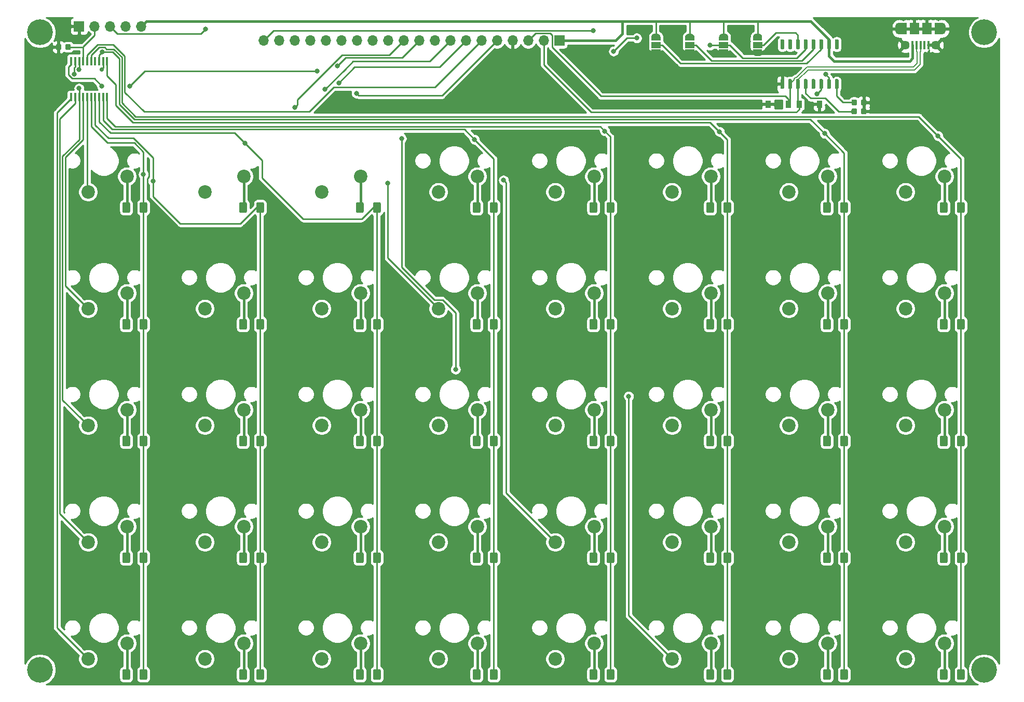
<source format=gbr>
G04 #@! TF.GenerationSoftware,KiCad,Pcbnew,(5.1.5)-3*
G04 #@! TF.CreationDate,2020-03-15T15:33:01+08:00*
G04 #@! TF.ProjectId,XS40,58533430-2e6b-4696-9361-645f70636258,rev?*
G04 #@! TF.SameCoordinates,Original*
G04 #@! TF.FileFunction,Copper,L2,Bot*
G04 #@! TF.FilePolarity,Positive*
%FSLAX46Y46*%
G04 Gerber Fmt 4.6, Leading zero omitted, Abs format (unit mm)*
G04 Created by KiCad (PCBNEW (5.1.5)-3) date 2020-03-15 15:33:01*
%MOMM*%
%LPD*%
G04 APERTURE LIST*
%ADD10R,1.200000X1.900000*%
%ADD11O,1.200000X1.900000*%
%ADD12R,1.500000X1.900000*%
%ADD13C,1.450000*%
%ADD14R,0.400000X1.350000*%
%ADD15O,1.700000X1.700000*%
%ADD16R,1.700000X1.700000*%
%ADD17C,0.100000*%
%ADD18R,0.900000X1.200000*%
%ADD19R,1.500000X1.000000*%
%ADD20C,2.200000*%
%ADD21R,0.450000X1.450000*%
%ADD22C,4.200000*%
%ADD23C,0.800000*%
%ADD24C,0.700000*%
%ADD25C,0.250000*%
%ADD26C,0.500000*%
%ADD27C,0.400000*%
%ADD28C,0.200000*%
%ADD29C,0.254000*%
G04 APERTURE END LIST*
D10*
X171750400Y-42399700D03*
X177550400Y-42399700D03*
D11*
X178150400Y-42399700D03*
X171150400Y-42399700D03*
D12*
X173650400Y-42399700D03*
D13*
X177150400Y-45099700D03*
D14*
X174650400Y-45099700D03*
X175300400Y-45099700D03*
X175950400Y-45099700D03*
X173350400Y-45099700D03*
X174000400Y-45099700D03*
D13*
X172150400Y-45099700D03*
D12*
X175650400Y-42399700D03*
D15*
X47523400Y-42021760D03*
X44983400Y-42021760D03*
X42443400Y-42021760D03*
X39903400Y-42021760D03*
D16*
X37363400Y-42021760D03*
D15*
X67462400Y-44353480D03*
X70002400Y-44353480D03*
X72542400Y-44353480D03*
X75082400Y-44353480D03*
X77622400Y-44353480D03*
X80162400Y-44353480D03*
X82702400Y-44353480D03*
X85242400Y-44353480D03*
X87782400Y-44353480D03*
X90322400Y-44353480D03*
X92862400Y-44353480D03*
X95402400Y-44353480D03*
X97942400Y-44353480D03*
X100482400Y-44353480D03*
X103022400Y-44353480D03*
X105562400Y-44353480D03*
X108102400Y-44353480D03*
X110642400Y-44353480D03*
X113182400Y-44353480D03*
D16*
X115722400Y-44353480D03*
G04 #@! TA.AperFunction,SMDPad,CuDef*
D17*
G36*
X165619591Y-55421293D02*
G01*
X165640826Y-55424443D01*
X165661650Y-55429659D01*
X165681862Y-55436891D01*
X165701268Y-55446070D01*
X165719681Y-55457106D01*
X165736924Y-55469894D01*
X165752830Y-55484310D01*
X165767246Y-55500216D01*
X165780034Y-55517459D01*
X165791070Y-55535872D01*
X165800249Y-55555278D01*
X165807481Y-55575490D01*
X165812697Y-55596314D01*
X165815847Y-55617549D01*
X165816900Y-55638990D01*
X165816900Y-56151490D01*
X165815847Y-56172931D01*
X165812697Y-56194166D01*
X165807481Y-56214990D01*
X165800249Y-56235202D01*
X165791070Y-56254608D01*
X165780034Y-56273021D01*
X165767246Y-56290264D01*
X165752830Y-56306170D01*
X165736924Y-56320586D01*
X165719681Y-56333374D01*
X165701268Y-56344410D01*
X165681862Y-56353589D01*
X165661650Y-56360821D01*
X165640826Y-56366037D01*
X165619591Y-56369187D01*
X165598150Y-56370240D01*
X165160650Y-56370240D01*
X165139209Y-56369187D01*
X165117974Y-56366037D01*
X165097150Y-56360821D01*
X165076938Y-56353589D01*
X165057532Y-56344410D01*
X165039119Y-56333374D01*
X165021876Y-56320586D01*
X165005970Y-56306170D01*
X164991554Y-56290264D01*
X164978766Y-56273021D01*
X164967730Y-56254608D01*
X164958551Y-56235202D01*
X164951319Y-56214990D01*
X164946103Y-56194166D01*
X164942953Y-56172931D01*
X164941900Y-56151490D01*
X164941900Y-55638990D01*
X164942953Y-55617549D01*
X164946103Y-55596314D01*
X164951319Y-55575490D01*
X164958551Y-55555278D01*
X164967730Y-55535872D01*
X164978766Y-55517459D01*
X164991554Y-55500216D01*
X165005970Y-55484310D01*
X165021876Y-55469894D01*
X165039119Y-55457106D01*
X165057532Y-55446070D01*
X165076938Y-55436891D01*
X165097150Y-55429659D01*
X165117974Y-55424443D01*
X165139209Y-55421293D01*
X165160650Y-55420240D01*
X165598150Y-55420240D01*
X165619591Y-55421293D01*
G37*
G04 #@! TD.AperFunction*
G04 #@! TA.AperFunction,SMDPad,CuDef*
G36*
X164044591Y-55421293D02*
G01*
X164065826Y-55424443D01*
X164086650Y-55429659D01*
X164106862Y-55436891D01*
X164126268Y-55446070D01*
X164144681Y-55457106D01*
X164161924Y-55469894D01*
X164177830Y-55484310D01*
X164192246Y-55500216D01*
X164205034Y-55517459D01*
X164216070Y-55535872D01*
X164225249Y-55555278D01*
X164232481Y-55575490D01*
X164237697Y-55596314D01*
X164240847Y-55617549D01*
X164241900Y-55638990D01*
X164241900Y-56151490D01*
X164240847Y-56172931D01*
X164237697Y-56194166D01*
X164232481Y-56214990D01*
X164225249Y-56235202D01*
X164216070Y-56254608D01*
X164205034Y-56273021D01*
X164192246Y-56290264D01*
X164177830Y-56306170D01*
X164161924Y-56320586D01*
X164144681Y-56333374D01*
X164126268Y-56344410D01*
X164106862Y-56353589D01*
X164086650Y-56360821D01*
X164065826Y-56366037D01*
X164044591Y-56369187D01*
X164023150Y-56370240D01*
X163585650Y-56370240D01*
X163564209Y-56369187D01*
X163542974Y-56366037D01*
X163522150Y-56360821D01*
X163501938Y-56353589D01*
X163482532Y-56344410D01*
X163464119Y-56333374D01*
X163446876Y-56320586D01*
X163430970Y-56306170D01*
X163416554Y-56290264D01*
X163403766Y-56273021D01*
X163392730Y-56254608D01*
X163383551Y-56235202D01*
X163376319Y-56214990D01*
X163371103Y-56194166D01*
X163367953Y-56172931D01*
X163366900Y-56151490D01*
X163366900Y-55638990D01*
X163367953Y-55617549D01*
X163371103Y-55596314D01*
X163376319Y-55575490D01*
X163383551Y-55555278D01*
X163392730Y-55535872D01*
X163403766Y-55517459D01*
X163416554Y-55500216D01*
X163430970Y-55484310D01*
X163446876Y-55469894D01*
X163464119Y-55457106D01*
X163482532Y-55446070D01*
X163501938Y-55436891D01*
X163522150Y-55429659D01*
X163542974Y-55424443D01*
X163564209Y-55421293D01*
X163585650Y-55420240D01*
X164023150Y-55420240D01*
X164044591Y-55421293D01*
G37*
G04 #@! TD.AperFunction*
G04 #@! TA.AperFunction,SMDPad,CuDef*
G36*
X165629851Y-53958253D02*
G01*
X165651086Y-53961403D01*
X165671910Y-53966619D01*
X165692122Y-53973851D01*
X165711528Y-53983030D01*
X165729941Y-53994066D01*
X165747184Y-54006854D01*
X165763090Y-54021270D01*
X165777506Y-54037176D01*
X165790294Y-54054419D01*
X165801330Y-54072832D01*
X165810509Y-54092238D01*
X165817741Y-54112450D01*
X165822957Y-54133274D01*
X165826107Y-54154509D01*
X165827160Y-54175950D01*
X165827160Y-54688450D01*
X165826107Y-54709891D01*
X165822957Y-54731126D01*
X165817741Y-54751950D01*
X165810509Y-54772162D01*
X165801330Y-54791568D01*
X165790294Y-54809981D01*
X165777506Y-54827224D01*
X165763090Y-54843130D01*
X165747184Y-54857546D01*
X165729941Y-54870334D01*
X165711528Y-54881370D01*
X165692122Y-54890549D01*
X165671910Y-54897781D01*
X165651086Y-54902997D01*
X165629851Y-54906147D01*
X165608410Y-54907200D01*
X165170910Y-54907200D01*
X165149469Y-54906147D01*
X165128234Y-54902997D01*
X165107410Y-54897781D01*
X165087198Y-54890549D01*
X165067792Y-54881370D01*
X165049379Y-54870334D01*
X165032136Y-54857546D01*
X165016230Y-54843130D01*
X165001814Y-54827224D01*
X164989026Y-54809981D01*
X164977990Y-54791568D01*
X164968811Y-54772162D01*
X164961579Y-54751950D01*
X164956363Y-54731126D01*
X164953213Y-54709891D01*
X164952160Y-54688450D01*
X164952160Y-54175950D01*
X164953213Y-54154509D01*
X164956363Y-54133274D01*
X164961579Y-54112450D01*
X164968811Y-54092238D01*
X164977990Y-54072832D01*
X164989026Y-54054419D01*
X165001814Y-54037176D01*
X165016230Y-54021270D01*
X165032136Y-54006854D01*
X165049379Y-53994066D01*
X165067792Y-53983030D01*
X165087198Y-53973851D01*
X165107410Y-53966619D01*
X165128234Y-53961403D01*
X165149469Y-53958253D01*
X165170910Y-53957200D01*
X165608410Y-53957200D01*
X165629851Y-53958253D01*
G37*
G04 #@! TD.AperFunction*
G04 #@! TA.AperFunction,SMDPad,CuDef*
G36*
X164054851Y-53958253D02*
G01*
X164076086Y-53961403D01*
X164096910Y-53966619D01*
X164117122Y-53973851D01*
X164136528Y-53983030D01*
X164154941Y-53994066D01*
X164172184Y-54006854D01*
X164188090Y-54021270D01*
X164202506Y-54037176D01*
X164215294Y-54054419D01*
X164226330Y-54072832D01*
X164235509Y-54092238D01*
X164242741Y-54112450D01*
X164247957Y-54133274D01*
X164251107Y-54154509D01*
X164252160Y-54175950D01*
X164252160Y-54688450D01*
X164251107Y-54709891D01*
X164247957Y-54731126D01*
X164242741Y-54751950D01*
X164235509Y-54772162D01*
X164226330Y-54791568D01*
X164215294Y-54809981D01*
X164202506Y-54827224D01*
X164188090Y-54843130D01*
X164172184Y-54857546D01*
X164154941Y-54870334D01*
X164136528Y-54881370D01*
X164117122Y-54890549D01*
X164096910Y-54897781D01*
X164076086Y-54902997D01*
X164054851Y-54906147D01*
X164033410Y-54907200D01*
X163595910Y-54907200D01*
X163574469Y-54906147D01*
X163553234Y-54902997D01*
X163532410Y-54897781D01*
X163512198Y-54890549D01*
X163492792Y-54881370D01*
X163474379Y-54870334D01*
X163457136Y-54857546D01*
X163441230Y-54843130D01*
X163426814Y-54827224D01*
X163414026Y-54809981D01*
X163402990Y-54791568D01*
X163393811Y-54772162D01*
X163386579Y-54751950D01*
X163381363Y-54731126D01*
X163378213Y-54709891D01*
X163377160Y-54688450D01*
X163377160Y-54175950D01*
X163378213Y-54154509D01*
X163381363Y-54133274D01*
X163386579Y-54112450D01*
X163393811Y-54092238D01*
X163402990Y-54072832D01*
X163414026Y-54054419D01*
X163426814Y-54037176D01*
X163441230Y-54021270D01*
X163457136Y-54006854D01*
X163474379Y-53994066D01*
X163492792Y-53983030D01*
X163512198Y-53973851D01*
X163532410Y-53966619D01*
X163553234Y-53961403D01*
X163574469Y-53958253D01*
X163595910Y-53957200D01*
X164033410Y-53957200D01*
X164054851Y-53958253D01*
G37*
G04 #@! TD.AperFunction*
G04 #@! TA.AperFunction,SMDPad,CuDef*
G36*
X34250691Y-44915853D02*
G01*
X34271926Y-44919003D01*
X34292750Y-44924219D01*
X34312962Y-44931451D01*
X34332368Y-44940630D01*
X34350781Y-44951666D01*
X34368024Y-44964454D01*
X34383930Y-44978870D01*
X34398346Y-44994776D01*
X34411134Y-45012019D01*
X34422170Y-45030432D01*
X34431349Y-45049838D01*
X34438581Y-45070050D01*
X34443797Y-45090874D01*
X34446947Y-45112109D01*
X34448000Y-45133550D01*
X34448000Y-45646050D01*
X34446947Y-45667491D01*
X34443797Y-45688726D01*
X34438581Y-45709550D01*
X34431349Y-45729762D01*
X34422170Y-45749168D01*
X34411134Y-45767581D01*
X34398346Y-45784824D01*
X34383930Y-45800730D01*
X34368024Y-45815146D01*
X34350781Y-45827934D01*
X34332368Y-45838970D01*
X34312962Y-45848149D01*
X34292750Y-45855381D01*
X34271926Y-45860597D01*
X34250691Y-45863747D01*
X34229250Y-45864800D01*
X33791750Y-45864800D01*
X33770309Y-45863747D01*
X33749074Y-45860597D01*
X33728250Y-45855381D01*
X33708038Y-45848149D01*
X33688632Y-45838970D01*
X33670219Y-45827934D01*
X33652976Y-45815146D01*
X33637070Y-45800730D01*
X33622654Y-45784824D01*
X33609866Y-45767581D01*
X33598830Y-45749168D01*
X33589651Y-45729762D01*
X33582419Y-45709550D01*
X33577203Y-45688726D01*
X33574053Y-45667491D01*
X33573000Y-45646050D01*
X33573000Y-45133550D01*
X33574053Y-45112109D01*
X33577203Y-45090874D01*
X33582419Y-45070050D01*
X33589651Y-45049838D01*
X33598830Y-45030432D01*
X33609866Y-45012019D01*
X33622654Y-44994776D01*
X33637070Y-44978870D01*
X33652976Y-44964454D01*
X33670219Y-44951666D01*
X33688632Y-44940630D01*
X33708038Y-44931451D01*
X33728250Y-44924219D01*
X33749074Y-44919003D01*
X33770309Y-44915853D01*
X33791750Y-44914800D01*
X34229250Y-44914800D01*
X34250691Y-44915853D01*
G37*
G04 #@! TD.AperFunction*
G04 #@! TA.AperFunction,SMDPad,CuDef*
G36*
X35825691Y-44915853D02*
G01*
X35846926Y-44919003D01*
X35867750Y-44924219D01*
X35887962Y-44931451D01*
X35907368Y-44940630D01*
X35925781Y-44951666D01*
X35943024Y-44964454D01*
X35958930Y-44978870D01*
X35973346Y-44994776D01*
X35986134Y-45012019D01*
X35997170Y-45030432D01*
X36006349Y-45049838D01*
X36013581Y-45070050D01*
X36018797Y-45090874D01*
X36021947Y-45112109D01*
X36023000Y-45133550D01*
X36023000Y-45646050D01*
X36021947Y-45667491D01*
X36018797Y-45688726D01*
X36013581Y-45709550D01*
X36006349Y-45729762D01*
X35997170Y-45749168D01*
X35986134Y-45767581D01*
X35973346Y-45784824D01*
X35958930Y-45800730D01*
X35943024Y-45815146D01*
X35925781Y-45827934D01*
X35907368Y-45838970D01*
X35887962Y-45848149D01*
X35867750Y-45855381D01*
X35846926Y-45860597D01*
X35825691Y-45863747D01*
X35804250Y-45864800D01*
X35366750Y-45864800D01*
X35345309Y-45863747D01*
X35324074Y-45860597D01*
X35303250Y-45855381D01*
X35283038Y-45848149D01*
X35263632Y-45838970D01*
X35245219Y-45827934D01*
X35227976Y-45815146D01*
X35212070Y-45800730D01*
X35197654Y-45784824D01*
X35184866Y-45767581D01*
X35173830Y-45749168D01*
X35164651Y-45729762D01*
X35157419Y-45709550D01*
X35152203Y-45688726D01*
X35149053Y-45667491D01*
X35148000Y-45646050D01*
X35148000Y-45133550D01*
X35149053Y-45112109D01*
X35152203Y-45090874D01*
X35157419Y-45070050D01*
X35164651Y-45049838D01*
X35173830Y-45030432D01*
X35184866Y-45012019D01*
X35197654Y-44994776D01*
X35212070Y-44978870D01*
X35227976Y-44964454D01*
X35245219Y-44951666D01*
X35263632Y-44940630D01*
X35283038Y-44931451D01*
X35303250Y-44924219D01*
X35324074Y-44919003D01*
X35345309Y-44915853D01*
X35366750Y-44914800D01*
X35804250Y-44914800D01*
X35825691Y-44915853D01*
G37*
G04 #@! TD.AperFunction*
G04 #@! TA.AperFunction,SMDPad,CuDef*
G36*
X45456104Y-70703404D02*
G01*
X45480373Y-70707004D01*
X45504171Y-70712965D01*
X45527271Y-70721230D01*
X45549449Y-70731720D01*
X45570493Y-70744333D01*
X45590198Y-70758947D01*
X45608377Y-70775423D01*
X45624853Y-70793602D01*
X45639467Y-70813307D01*
X45652080Y-70834351D01*
X45662570Y-70856529D01*
X45670835Y-70879629D01*
X45676796Y-70903427D01*
X45680396Y-70927696D01*
X45681600Y-70952200D01*
X45681600Y-72202200D01*
X45680396Y-72226704D01*
X45676796Y-72250973D01*
X45670835Y-72274771D01*
X45662570Y-72297871D01*
X45652080Y-72320049D01*
X45639467Y-72341093D01*
X45624853Y-72360798D01*
X45608377Y-72378977D01*
X45590198Y-72395453D01*
X45570493Y-72410067D01*
X45549449Y-72422680D01*
X45527271Y-72433170D01*
X45504171Y-72441435D01*
X45480373Y-72447396D01*
X45456104Y-72450996D01*
X45431600Y-72452200D01*
X44681600Y-72452200D01*
X44657096Y-72450996D01*
X44632827Y-72447396D01*
X44609029Y-72441435D01*
X44585929Y-72433170D01*
X44563751Y-72422680D01*
X44542707Y-72410067D01*
X44523002Y-72395453D01*
X44504823Y-72378977D01*
X44488347Y-72360798D01*
X44473733Y-72341093D01*
X44461120Y-72320049D01*
X44450630Y-72297871D01*
X44442365Y-72274771D01*
X44436404Y-72250973D01*
X44432804Y-72226704D01*
X44431600Y-72202200D01*
X44431600Y-70952200D01*
X44432804Y-70927696D01*
X44436404Y-70903427D01*
X44442365Y-70879629D01*
X44450630Y-70856529D01*
X44461120Y-70834351D01*
X44473733Y-70813307D01*
X44488347Y-70793602D01*
X44504823Y-70775423D01*
X44523002Y-70758947D01*
X44542707Y-70744333D01*
X44563751Y-70731720D01*
X44585929Y-70721230D01*
X44609029Y-70712965D01*
X44632827Y-70707004D01*
X44657096Y-70703404D01*
X44681600Y-70702200D01*
X45431600Y-70702200D01*
X45456104Y-70703404D01*
G37*
G04 #@! TD.AperFunction*
G04 #@! TA.AperFunction,SMDPad,CuDef*
G36*
X48256104Y-70703404D02*
G01*
X48280373Y-70707004D01*
X48304171Y-70712965D01*
X48327271Y-70721230D01*
X48349449Y-70731720D01*
X48370493Y-70744333D01*
X48390198Y-70758947D01*
X48408377Y-70775423D01*
X48424853Y-70793602D01*
X48439467Y-70813307D01*
X48452080Y-70834351D01*
X48462570Y-70856529D01*
X48470835Y-70879629D01*
X48476796Y-70903427D01*
X48480396Y-70927696D01*
X48481600Y-70952200D01*
X48481600Y-72202200D01*
X48480396Y-72226704D01*
X48476796Y-72250973D01*
X48470835Y-72274771D01*
X48462570Y-72297871D01*
X48452080Y-72320049D01*
X48439467Y-72341093D01*
X48424853Y-72360798D01*
X48408377Y-72378977D01*
X48390198Y-72395453D01*
X48370493Y-72410067D01*
X48349449Y-72422680D01*
X48327271Y-72433170D01*
X48304171Y-72441435D01*
X48280373Y-72447396D01*
X48256104Y-72450996D01*
X48231600Y-72452200D01*
X47481600Y-72452200D01*
X47457096Y-72450996D01*
X47432827Y-72447396D01*
X47409029Y-72441435D01*
X47385929Y-72433170D01*
X47363751Y-72422680D01*
X47342707Y-72410067D01*
X47323002Y-72395453D01*
X47304823Y-72378977D01*
X47288347Y-72360798D01*
X47273733Y-72341093D01*
X47261120Y-72320049D01*
X47250630Y-72297871D01*
X47242365Y-72274771D01*
X47236404Y-72250973D01*
X47232804Y-72226704D01*
X47231600Y-72202200D01*
X47231600Y-70952200D01*
X47232804Y-70927696D01*
X47236404Y-70903427D01*
X47242365Y-70879629D01*
X47250630Y-70856529D01*
X47261120Y-70834351D01*
X47273733Y-70813307D01*
X47288347Y-70793602D01*
X47304823Y-70775423D01*
X47323002Y-70758947D01*
X47342707Y-70744333D01*
X47363751Y-70731720D01*
X47385929Y-70721230D01*
X47409029Y-70712965D01*
X47432827Y-70707004D01*
X47457096Y-70703404D01*
X47481600Y-70702200D01*
X48231600Y-70702200D01*
X48256104Y-70703404D01*
G37*
G04 #@! TD.AperFunction*
G04 #@! TA.AperFunction,SMDPad,CuDef*
G36*
X67306104Y-70703404D02*
G01*
X67330373Y-70707004D01*
X67354171Y-70712965D01*
X67377271Y-70721230D01*
X67399449Y-70731720D01*
X67420493Y-70744333D01*
X67440198Y-70758947D01*
X67458377Y-70775423D01*
X67474853Y-70793602D01*
X67489467Y-70813307D01*
X67502080Y-70834351D01*
X67512570Y-70856529D01*
X67520835Y-70879629D01*
X67526796Y-70903427D01*
X67530396Y-70927696D01*
X67531600Y-70952200D01*
X67531600Y-72202200D01*
X67530396Y-72226704D01*
X67526796Y-72250973D01*
X67520835Y-72274771D01*
X67512570Y-72297871D01*
X67502080Y-72320049D01*
X67489467Y-72341093D01*
X67474853Y-72360798D01*
X67458377Y-72378977D01*
X67440198Y-72395453D01*
X67420493Y-72410067D01*
X67399449Y-72422680D01*
X67377271Y-72433170D01*
X67354171Y-72441435D01*
X67330373Y-72447396D01*
X67306104Y-72450996D01*
X67281600Y-72452200D01*
X66531600Y-72452200D01*
X66507096Y-72450996D01*
X66482827Y-72447396D01*
X66459029Y-72441435D01*
X66435929Y-72433170D01*
X66413751Y-72422680D01*
X66392707Y-72410067D01*
X66373002Y-72395453D01*
X66354823Y-72378977D01*
X66338347Y-72360798D01*
X66323733Y-72341093D01*
X66311120Y-72320049D01*
X66300630Y-72297871D01*
X66292365Y-72274771D01*
X66286404Y-72250973D01*
X66282804Y-72226704D01*
X66281600Y-72202200D01*
X66281600Y-70952200D01*
X66282804Y-70927696D01*
X66286404Y-70903427D01*
X66292365Y-70879629D01*
X66300630Y-70856529D01*
X66311120Y-70834351D01*
X66323733Y-70813307D01*
X66338347Y-70793602D01*
X66354823Y-70775423D01*
X66373002Y-70758947D01*
X66392707Y-70744333D01*
X66413751Y-70731720D01*
X66435929Y-70721230D01*
X66459029Y-70712965D01*
X66482827Y-70707004D01*
X66507096Y-70703404D01*
X66531600Y-70702200D01*
X67281600Y-70702200D01*
X67306104Y-70703404D01*
G37*
G04 #@! TD.AperFunction*
G04 #@! TA.AperFunction,SMDPad,CuDef*
G36*
X64506104Y-70703404D02*
G01*
X64530373Y-70707004D01*
X64554171Y-70712965D01*
X64577271Y-70721230D01*
X64599449Y-70731720D01*
X64620493Y-70744333D01*
X64640198Y-70758947D01*
X64658377Y-70775423D01*
X64674853Y-70793602D01*
X64689467Y-70813307D01*
X64702080Y-70834351D01*
X64712570Y-70856529D01*
X64720835Y-70879629D01*
X64726796Y-70903427D01*
X64730396Y-70927696D01*
X64731600Y-70952200D01*
X64731600Y-72202200D01*
X64730396Y-72226704D01*
X64726796Y-72250973D01*
X64720835Y-72274771D01*
X64712570Y-72297871D01*
X64702080Y-72320049D01*
X64689467Y-72341093D01*
X64674853Y-72360798D01*
X64658377Y-72378977D01*
X64640198Y-72395453D01*
X64620493Y-72410067D01*
X64599449Y-72422680D01*
X64577271Y-72433170D01*
X64554171Y-72441435D01*
X64530373Y-72447396D01*
X64506104Y-72450996D01*
X64481600Y-72452200D01*
X63731600Y-72452200D01*
X63707096Y-72450996D01*
X63682827Y-72447396D01*
X63659029Y-72441435D01*
X63635929Y-72433170D01*
X63613751Y-72422680D01*
X63592707Y-72410067D01*
X63573002Y-72395453D01*
X63554823Y-72378977D01*
X63538347Y-72360798D01*
X63523733Y-72341093D01*
X63511120Y-72320049D01*
X63500630Y-72297871D01*
X63492365Y-72274771D01*
X63486404Y-72250973D01*
X63482804Y-72226704D01*
X63481600Y-72202200D01*
X63481600Y-70952200D01*
X63482804Y-70927696D01*
X63486404Y-70903427D01*
X63492365Y-70879629D01*
X63500630Y-70856529D01*
X63511120Y-70834351D01*
X63523733Y-70813307D01*
X63538347Y-70793602D01*
X63554823Y-70775423D01*
X63573002Y-70758947D01*
X63592707Y-70744333D01*
X63613751Y-70731720D01*
X63635929Y-70721230D01*
X63659029Y-70712965D01*
X63682827Y-70707004D01*
X63707096Y-70703404D01*
X63731600Y-70702200D01*
X64481600Y-70702200D01*
X64506104Y-70703404D01*
G37*
G04 #@! TD.AperFunction*
G04 #@! TA.AperFunction,SMDPad,CuDef*
G36*
X86356104Y-70703404D02*
G01*
X86380373Y-70707004D01*
X86404171Y-70712965D01*
X86427271Y-70721230D01*
X86449449Y-70731720D01*
X86470493Y-70744333D01*
X86490198Y-70758947D01*
X86508377Y-70775423D01*
X86524853Y-70793602D01*
X86539467Y-70813307D01*
X86552080Y-70834351D01*
X86562570Y-70856529D01*
X86570835Y-70879629D01*
X86576796Y-70903427D01*
X86580396Y-70927696D01*
X86581600Y-70952200D01*
X86581600Y-72202200D01*
X86580396Y-72226704D01*
X86576796Y-72250973D01*
X86570835Y-72274771D01*
X86562570Y-72297871D01*
X86552080Y-72320049D01*
X86539467Y-72341093D01*
X86524853Y-72360798D01*
X86508377Y-72378977D01*
X86490198Y-72395453D01*
X86470493Y-72410067D01*
X86449449Y-72422680D01*
X86427271Y-72433170D01*
X86404171Y-72441435D01*
X86380373Y-72447396D01*
X86356104Y-72450996D01*
X86331600Y-72452200D01*
X85581600Y-72452200D01*
X85557096Y-72450996D01*
X85532827Y-72447396D01*
X85509029Y-72441435D01*
X85485929Y-72433170D01*
X85463751Y-72422680D01*
X85442707Y-72410067D01*
X85423002Y-72395453D01*
X85404823Y-72378977D01*
X85388347Y-72360798D01*
X85373733Y-72341093D01*
X85361120Y-72320049D01*
X85350630Y-72297871D01*
X85342365Y-72274771D01*
X85336404Y-72250973D01*
X85332804Y-72226704D01*
X85331600Y-72202200D01*
X85331600Y-70952200D01*
X85332804Y-70927696D01*
X85336404Y-70903427D01*
X85342365Y-70879629D01*
X85350630Y-70856529D01*
X85361120Y-70834351D01*
X85373733Y-70813307D01*
X85388347Y-70793602D01*
X85404823Y-70775423D01*
X85423002Y-70758947D01*
X85442707Y-70744333D01*
X85463751Y-70731720D01*
X85485929Y-70721230D01*
X85509029Y-70712965D01*
X85532827Y-70707004D01*
X85557096Y-70703404D01*
X85581600Y-70702200D01*
X86331600Y-70702200D01*
X86356104Y-70703404D01*
G37*
G04 #@! TD.AperFunction*
G04 #@! TA.AperFunction,SMDPad,CuDef*
G36*
X83556104Y-70703404D02*
G01*
X83580373Y-70707004D01*
X83604171Y-70712965D01*
X83627271Y-70721230D01*
X83649449Y-70731720D01*
X83670493Y-70744333D01*
X83690198Y-70758947D01*
X83708377Y-70775423D01*
X83724853Y-70793602D01*
X83739467Y-70813307D01*
X83752080Y-70834351D01*
X83762570Y-70856529D01*
X83770835Y-70879629D01*
X83776796Y-70903427D01*
X83780396Y-70927696D01*
X83781600Y-70952200D01*
X83781600Y-72202200D01*
X83780396Y-72226704D01*
X83776796Y-72250973D01*
X83770835Y-72274771D01*
X83762570Y-72297871D01*
X83752080Y-72320049D01*
X83739467Y-72341093D01*
X83724853Y-72360798D01*
X83708377Y-72378977D01*
X83690198Y-72395453D01*
X83670493Y-72410067D01*
X83649449Y-72422680D01*
X83627271Y-72433170D01*
X83604171Y-72441435D01*
X83580373Y-72447396D01*
X83556104Y-72450996D01*
X83531600Y-72452200D01*
X82781600Y-72452200D01*
X82757096Y-72450996D01*
X82732827Y-72447396D01*
X82709029Y-72441435D01*
X82685929Y-72433170D01*
X82663751Y-72422680D01*
X82642707Y-72410067D01*
X82623002Y-72395453D01*
X82604823Y-72378977D01*
X82588347Y-72360798D01*
X82573733Y-72341093D01*
X82561120Y-72320049D01*
X82550630Y-72297871D01*
X82542365Y-72274771D01*
X82536404Y-72250973D01*
X82532804Y-72226704D01*
X82531600Y-72202200D01*
X82531600Y-70952200D01*
X82532804Y-70927696D01*
X82536404Y-70903427D01*
X82542365Y-70879629D01*
X82550630Y-70856529D01*
X82561120Y-70834351D01*
X82573733Y-70813307D01*
X82588347Y-70793602D01*
X82604823Y-70775423D01*
X82623002Y-70758947D01*
X82642707Y-70744333D01*
X82663751Y-70731720D01*
X82685929Y-70721230D01*
X82709029Y-70712965D01*
X82732827Y-70707004D01*
X82757096Y-70703404D01*
X82781600Y-70702200D01*
X83531600Y-70702200D01*
X83556104Y-70703404D01*
G37*
G04 #@! TD.AperFunction*
G04 #@! TA.AperFunction,SMDPad,CuDef*
G36*
X105406104Y-70703404D02*
G01*
X105430373Y-70707004D01*
X105454171Y-70712965D01*
X105477271Y-70721230D01*
X105499449Y-70731720D01*
X105520493Y-70744333D01*
X105540198Y-70758947D01*
X105558377Y-70775423D01*
X105574853Y-70793602D01*
X105589467Y-70813307D01*
X105602080Y-70834351D01*
X105612570Y-70856529D01*
X105620835Y-70879629D01*
X105626796Y-70903427D01*
X105630396Y-70927696D01*
X105631600Y-70952200D01*
X105631600Y-72202200D01*
X105630396Y-72226704D01*
X105626796Y-72250973D01*
X105620835Y-72274771D01*
X105612570Y-72297871D01*
X105602080Y-72320049D01*
X105589467Y-72341093D01*
X105574853Y-72360798D01*
X105558377Y-72378977D01*
X105540198Y-72395453D01*
X105520493Y-72410067D01*
X105499449Y-72422680D01*
X105477271Y-72433170D01*
X105454171Y-72441435D01*
X105430373Y-72447396D01*
X105406104Y-72450996D01*
X105381600Y-72452200D01*
X104631600Y-72452200D01*
X104607096Y-72450996D01*
X104582827Y-72447396D01*
X104559029Y-72441435D01*
X104535929Y-72433170D01*
X104513751Y-72422680D01*
X104492707Y-72410067D01*
X104473002Y-72395453D01*
X104454823Y-72378977D01*
X104438347Y-72360798D01*
X104423733Y-72341093D01*
X104411120Y-72320049D01*
X104400630Y-72297871D01*
X104392365Y-72274771D01*
X104386404Y-72250973D01*
X104382804Y-72226704D01*
X104381600Y-72202200D01*
X104381600Y-70952200D01*
X104382804Y-70927696D01*
X104386404Y-70903427D01*
X104392365Y-70879629D01*
X104400630Y-70856529D01*
X104411120Y-70834351D01*
X104423733Y-70813307D01*
X104438347Y-70793602D01*
X104454823Y-70775423D01*
X104473002Y-70758947D01*
X104492707Y-70744333D01*
X104513751Y-70731720D01*
X104535929Y-70721230D01*
X104559029Y-70712965D01*
X104582827Y-70707004D01*
X104607096Y-70703404D01*
X104631600Y-70702200D01*
X105381600Y-70702200D01*
X105406104Y-70703404D01*
G37*
G04 #@! TD.AperFunction*
G04 #@! TA.AperFunction,SMDPad,CuDef*
G36*
X102606104Y-70703404D02*
G01*
X102630373Y-70707004D01*
X102654171Y-70712965D01*
X102677271Y-70721230D01*
X102699449Y-70731720D01*
X102720493Y-70744333D01*
X102740198Y-70758947D01*
X102758377Y-70775423D01*
X102774853Y-70793602D01*
X102789467Y-70813307D01*
X102802080Y-70834351D01*
X102812570Y-70856529D01*
X102820835Y-70879629D01*
X102826796Y-70903427D01*
X102830396Y-70927696D01*
X102831600Y-70952200D01*
X102831600Y-72202200D01*
X102830396Y-72226704D01*
X102826796Y-72250973D01*
X102820835Y-72274771D01*
X102812570Y-72297871D01*
X102802080Y-72320049D01*
X102789467Y-72341093D01*
X102774853Y-72360798D01*
X102758377Y-72378977D01*
X102740198Y-72395453D01*
X102720493Y-72410067D01*
X102699449Y-72422680D01*
X102677271Y-72433170D01*
X102654171Y-72441435D01*
X102630373Y-72447396D01*
X102606104Y-72450996D01*
X102581600Y-72452200D01*
X101831600Y-72452200D01*
X101807096Y-72450996D01*
X101782827Y-72447396D01*
X101759029Y-72441435D01*
X101735929Y-72433170D01*
X101713751Y-72422680D01*
X101692707Y-72410067D01*
X101673002Y-72395453D01*
X101654823Y-72378977D01*
X101638347Y-72360798D01*
X101623733Y-72341093D01*
X101611120Y-72320049D01*
X101600630Y-72297871D01*
X101592365Y-72274771D01*
X101586404Y-72250973D01*
X101582804Y-72226704D01*
X101581600Y-72202200D01*
X101581600Y-70952200D01*
X101582804Y-70927696D01*
X101586404Y-70903427D01*
X101592365Y-70879629D01*
X101600630Y-70856529D01*
X101611120Y-70834351D01*
X101623733Y-70813307D01*
X101638347Y-70793602D01*
X101654823Y-70775423D01*
X101673002Y-70758947D01*
X101692707Y-70744333D01*
X101713751Y-70731720D01*
X101735929Y-70721230D01*
X101759029Y-70712965D01*
X101782827Y-70707004D01*
X101807096Y-70703404D01*
X101831600Y-70702200D01*
X102581600Y-70702200D01*
X102606104Y-70703404D01*
G37*
G04 #@! TD.AperFunction*
G04 #@! TA.AperFunction,SMDPad,CuDef*
G36*
X124456104Y-70703404D02*
G01*
X124480373Y-70707004D01*
X124504171Y-70712965D01*
X124527271Y-70721230D01*
X124549449Y-70731720D01*
X124570493Y-70744333D01*
X124590198Y-70758947D01*
X124608377Y-70775423D01*
X124624853Y-70793602D01*
X124639467Y-70813307D01*
X124652080Y-70834351D01*
X124662570Y-70856529D01*
X124670835Y-70879629D01*
X124676796Y-70903427D01*
X124680396Y-70927696D01*
X124681600Y-70952200D01*
X124681600Y-72202200D01*
X124680396Y-72226704D01*
X124676796Y-72250973D01*
X124670835Y-72274771D01*
X124662570Y-72297871D01*
X124652080Y-72320049D01*
X124639467Y-72341093D01*
X124624853Y-72360798D01*
X124608377Y-72378977D01*
X124590198Y-72395453D01*
X124570493Y-72410067D01*
X124549449Y-72422680D01*
X124527271Y-72433170D01*
X124504171Y-72441435D01*
X124480373Y-72447396D01*
X124456104Y-72450996D01*
X124431600Y-72452200D01*
X123681600Y-72452200D01*
X123657096Y-72450996D01*
X123632827Y-72447396D01*
X123609029Y-72441435D01*
X123585929Y-72433170D01*
X123563751Y-72422680D01*
X123542707Y-72410067D01*
X123523002Y-72395453D01*
X123504823Y-72378977D01*
X123488347Y-72360798D01*
X123473733Y-72341093D01*
X123461120Y-72320049D01*
X123450630Y-72297871D01*
X123442365Y-72274771D01*
X123436404Y-72250973D01*
X123432804Y-72226704D01*
X123431600Y-72202200D01*
X123431600Y-70952200D01*
X123432804Y-70927696D01*
X123436404Y-70903427D01*
X123442365Y-70879629D01*
X123450630Y-70856529D01*
X123461120Y-70834351D01*
X123473733Y-70813307D01*
X123488347Y-70793602D01*
X123504823Y-70775423D01*
X123523002Y-70758947D01*
X123542707Y-70744333D01*
X123563751Y-70731720D01*
X123585929Y-70721230D01*
X123609029Y-70712965D01*
X123632827Y-70707004D01*
X123657096Y-70703404D01*
X123681600Y-70702200D01*
X124431600Y-70702200D01*
X124456104Y-70703404D01*
G37*
G04 #@! TD.AperFunction*
G04 #@! TA.AperFunction,SMDPad,CuDef*
G36*
X121656104Y-70703404D02*
G01*
X121680373Y-70707004D01*
X121704171Y-70712965D01*
X121727271Y-70721230D01*
X121749449Y-70731720D01*
X121770493Y-70744333D01*
X121790198Y-70758947D01*
X121808377Y-70775423D01*
X121824853Y-70793602D01*
X121839467Y-70813307D01*
X121852080Y-70834351D01*
X121862570Y-70856529D01*
X121870835Y-70879629D01*
X121876796Y-70903427D01*
X121880396Y-70927696D01*
X121881600Y-70952200D01*
X121881600Y-72202200D01*
X121880396Y-72226704D01*
X121876796Y-72250973D01*
X121870835Y-72274771D01*
X121862570Y-72297871D01*
X121852080Y-72320049D01*
X121839467Y-72341093D01*
X121824853Y-72360798D01*
X121808377Y-72378977D01*
X121790198Y-72395453D01*
X121770493Y-72410067D01*
X121749449Y-72422680D01*
X121727271Y-72433170D01*
X121704171Y-72441435D01*
X121680373Y-72447396D01*
X121656104Y-72450996D01*
X121631600Y-72452200D01*
X120881600Y-72452200D01*
X120857096Y-72450996D01*
X120832827Y-72447396D01*
X120809029Y-72441435D01*
X120785929Y-72433170D01*
X120763751Y-72422680D01*
X120742707Y-72410067D01*
X120723002Y-72395453D01*
X120704823Y-72378977D01*
X120688347Y-72360798D01*
X120673733Y-72341093D01*
X120661120Y-72320049D01*
X120650630Y-72297871D01*
X120642365Y-72274771D01*
X120636404Y-72250973D01*
X120632804Y-72226704D01*
X120631600Y-72202200D01*
X120631600Y-70952200D01*
X120632804Y-70927696D01*
X120636404Y-70903427D01*
X120642365Y-70879629D01*
X120650630Y-70856529D01*
X120661120Y-70834351D01*
X120673733Y-70813307D01*
X120688347Y-70793602D01*
X120704823Y-70775423D01*
X120723002Y-70758947D01*
X120742707Y-70744333D01*
X120763751Y-70731720D01*
X120785929Y-70721230D01*
X120809029Y-70712965D01*
X120832827Y-70707004D01*
X120857096Y-70703404D01*
X120881600Y-70702200D01*
X121631600Y-70702200D01*
X121656104Y-70703404D01*
G37*
G04 #@! TD.AperFunction*
G04 #@! TA.AperFunction,SMDPad,CuDef*
G36*
X143506104Y-70703404D02*
G01*
X143530373Y-70707004D01*
X143554171Y-70712965D01*
X143577271Y-70721230D01*
X143599449Y-70731720D01*
X143620493Y-70744333D01*
X143640198Y-70758947D01*
X143658377Y-70775423D01*
X143674853Y-70793602D01*
X143689467Y-70813307D01*
X143702080Y-70834351D01*
X143712570Y-70856529D01*
X143720835Y-70879629D01*
X143726796Y-70903427D01*
X143730396Y-70927696D01*
X143731600Y-70952200D01*
X143731600Y-72202200D01*
X143730396Y-72226704D01*
X143726796Y-72250973D01*
X143720835Y-72274771D01*
X143712570Y-72297871D01*
X143702080Y-72320049D01*
X143689467Y-72341093D01*
X143674853Y-72360798D01*
X143658377Y-72378977D01*
X143640198Y-72395453D01*
X143620493Y-72410067D01*
X143599449Y-72422680D01*
X143577271Y-72433170D01*
X143554171Y-72441435D01*
X143530373Y-72447396D01*
X143506104Y-72450996D01*
X143481600Y-72452200D01*
X142731600Y-72452200D01*
X142707096Y-72450996D01*
X142682827Y-72447396D01*
X142659029Y-72441435D01*
X142635929Y-72433170D01*
X142613751Y-72422680D01*
X142592707Y-72410067D01*
X142573002Y-72395453D01*
X142554823Y-72378977D01*
X142538347Y-72360798D01*
X142523733Y-72341093D01*
X142511120Y-72320049D01*
X142500630Y-72297871D01*
X142492365Y-72274771D01*
X142486404Y-72250973D01*
X142482804Y-72226704D01*
X142481600Y-72202200D01*
X142481600Y-70952200D01*
X142482804Y-70927696D01*
X142486404Y-70903427D01*
X142492365Y-70879629D01*
X142500630Y-70856529D01*
X142511120Y-70834351D01*
X142523733Y-70813307D01*
X142538347Y-70793602D01*
X142554823Y-70775423D01*
X142573002Y-70758947D01*
X142592707Y-70744333D01*
X142613751Y-70731720D01*
X142635929Y-70721230D01*
X142659029Y-70712965D01*
X142682827Y-70707004D01*
X142707096Y-70703404D01*
X142731600Y-70702200D01*
X143481600Y-70702200D01*
X143506104Y-70703404D01*
G37*
G04 #@! TD.AperFunction*
G04 #@! TA.AperFunction,SMDPad,CuDef*
G36*
X140706104Y-70703404D02*
G01*
X140730373Y-70707004D01*
X140754171Y-70712965D01*
X140777271Y-70721230D01*
X140799449Y-70731720D01*
X140820493Y-70744333D01*
X140840198Y-70758947D01*
X140858377Y-70775423D01*
X140874853Y-70793602D01*
X140889467Y-70813307D01*
X140902080Y-70834351D01*
X140912570Y-70856529D01*
X140920835Y-70879629D01*
X140926796Y-70903427D01*
X140930396Y-70927696D01*
X140931600Y-70952200D01*
X140931600Y-72202200D01*
X140930396Y-72226704D01*
X140926796Y-72250973D01*
X140920835Y-72274771D01*
X140912570Y-72297871D01*
X140902080Y-72320049D01*
X140889467Y-72341093D01*
X140874853Y-72360798D01*
X140858377Y-72378977D01*
X140840198Y-72395453D01*
X140820493Y-72410067D01*
X140799449Y-72422680D01*
X140777271Y-72433170D01*
X140754171Y-72441435D01*
X140730373Y-72447396D01*
X140706104Y-72450996D01*
X140681600Y-72452200D01*
X139931600Y-72452200D01*
X139907096Y-72450996D01*
X139882827Y-72447396D01*
X139859029Y-72441435D01*
X139835929Y-72433170D01*
X139813751Y-72422680D01*
X139792707Y-72410067D01*
X139773002Y-72395453D01*
X139754823Y-72378977D01*
X139738347Y-72360798D01*
X139723733Y-72341093D01*
X139711120Y-72320049D01*
X139700630Y-72297871D01*
X139692365Y-72274771D01*
X139686404Y-72250973D01*
X139682804Y-72226704D01*
X139681600Y-72202200D01*
X139681600Y-70952200D01*
X139682804Y-70927696D01*
X139686404Y-70903427D01*
X139692365Y-70879629D01*
X139700630Y-70856529D01*
X139711120Y-70834351D01*
X139723733Y-70813307D01*
X139738347Y-70793602D01*
X139754823Y-70775423D01*
X139773002Y-70758947D01*
X139792707Y-70744333D01*
X139813751Y-70731720D01*
X139835929Y-70721230D01*
X139859029Y-70712965D01*
X139882827Y-70707004D01*
X139907096Y-70703404D01*
X139931600Y-70702200D01*
X140681600Y-70702200D01*
X140706104Y-70703404D01*
G37*
G04 #@! TD.AperFunction*
G04 #@! TA.AperFunction,SMDPad,CuDef*
G36*
X159756104Y-70703404D02*
G01*
X159780373Y-70707004D01*
X159804171Y-70712965D01*
X159827271Y-70721230D01*
X159849449Y-70731720D01*
X159870493Y-70744333D01*
X159890198Y-70758947D01*
X159908377Y-70775423D01*
X159924853Y-70793602D01*
X159939467Y-70813307D01*
X159952080Y-70834351D01*
X159962570Y-70856529D01*
X159970835Y-70879629D01*
X159976796Y-70903427D01*
X159980396Y-70927696D01*
X159981600Y-70952200D01*
X159981600Y-72202200D01*
X159980396Y-72226704D01*
X159976796Y-72250973D01*
X159970835Y-72274771D01*
X159962570Y-72297871D01*
X159952080Y-72320049D01*
X159939467Y-72341093D01*
X159924853Y-72360798D01*
X159908377Y-72378977D01*
X159890198Y-72395453D01*
X159870493Y-72410067D01*
X159849449Y-72422680D01*
X159827271Y-72433170D01*
X159804171Y-72441435D01*
X159780373Y-72447396D01*
X159756104Y-72450996D01*
X159731600Y-72452200D01*
X158981600Y-72452200D01*
X158957096Y-72450996D01*
X158932827Y-72447396D01*
X158909029Y-72441435D01*
X158885929Y-72433170D01*
X158863751Y-72422680D01*
X158842707Y-72410067D01*
X158823002Y-72395453D01*
X158804823Y-72378977D01*
X158788347Y-72360798D01*
X158773733Y-72341093D01*
X158761120Y-72320049D01*
X158750630Y-72297871D01*
X158742365Y-72274771D01*
X158736404Y-72250973D01*
X158732804Y-72226704D01*
X158731600Y-72202200D01*
X158731600Y-70952200D01*
X158732804Y-70927696D01*
X158736404Y-70903427D01*
X158742365Y-70879629D01*
X158750630Y-70856529D01*
X158761120Y-70834351D01*
X158773733Y-70813307D01*
X158788347Y-70793602D01*
X158804823Y-70775423D01*
X158823002Y-70758947D01*
X158842707Y-70744333D01*
X158863751Y-70731720D01*
X158885929Y-70721230D01*
X158909029Y-70712965D01*
X158932827Y-70707004D01*
X158957096Y-70703404D01*
X158981600Y-70702200D01*
X159731600Y-70702200D01*
X159756104Y-70703404D01*
G37*
G04 #@! TD.AperFunction*
G04 #@! TA.AperFunction,SMDPad,CuDef*
G36*
X162556104Y-70703404D02*
G01*
X162580373Y-70707004D01*
X162604171Y-70712965D01*
X162627271Y-70721230D01*
X162649449Y-70731720D01*
X162670493Y-70744333D01*
X162690198Y-70758947D01*
X162708377Y-70775423D01*
X162724853Y-70793602D01*
X162739467Y-70813307D01*
X162752080Y-70834351D01*
X162762570Y-70856529D01*
X162770835Y-70879629D01*
X162776796Y-70903427D01*
X162780396Y-70927696D01*
X162781600Y-70952200D01*
X162781600Y-72202200D01*
X162780396Y-72226704D01*
X162776796Y-72250973D01*
X162770835Y-72274771D01*
X162762570Y-72297871D01*
X162752080Y-72320049D01*
X162739467Y-72341093D01*
X162724853Y-72360798D01*
X162708377Y-72378977D01*
X162690198Y-72395453D01*
X162670493Y-72410067D01*
X162649449Y-72422680D01*
X162627271Y-72433170D01*
X162604171Y-72441435D01*
X162580373Y-72447396D01*
X162556104Y-72450996D01*
X162531600Y-72452200D01*
X161781600Y-72452200D01*
X161757096Y-72450996D01*
X161732827Y-72447396D01*
X161709029Y-72441435D01*
X161685929Y-72433170D01*
X161663751Y-72422680D01*
X161642707Y-72410067D01*
X161623002Y-72395453D01*
X161604823Y-72378977D01*
X161588347Y-72360798D01*
X161573733Y-72341093D01*
X161561120Y-72320049D01*
X161550630Y-72297871D01*
X161542365Y-72274771D01*
X161536404Y-72250973D01*
X161532804Y-72226704D01*
X161531600Y-72202200D01*
X161531600Y-70952200D01*
X161532804Y-70927696D01*
X161536404Y-70903427D01*
X161542365Y-70879629D01*
X161550630Y-70856529D01*
X161561120Y-70834351D01*
X161573733Y-70813307D01*
X161588347Y-70793602D01*
X161604823Y-70775423D01*
X161623002Y-70758947D01*
X161642707Y-70744333D01*
X161663751Y-70731720D01*
X161685929Y-70721230D01*
X161709029Y-70712965D01*
X161732827Y-70707004D01*
X161757096Y-70703404D01*
X161781600Y-70702200D01*
X162531600Y-70702200D01*
X162556104Y-70703404D01*
G37*
G04 #@! TD.AperFunction*
G04 #@! TA.AperFunction,SMDPad,CuDef*
G36*
X178806104Y-70703404D02*
G01*
X178830373Y-70707004D01*
X178854171Y-70712965D01*
X178877271Y-70721230D01*
X178899449Y-70731720D01*
X178920493Y-70744333D01*
X178940198Y-70758947D01*
X178958377Y-70775423D01*
X178974853Y-70793602D01*
X178989467Y-70813307D01*
X179002080Y-70834351D01*
X179012570Y-70856529D01*
X179020835Y-70879629D01*
X179026796Y-70903427D01*
X179030396Y-70927696D01*
X179031600Y-70952200D01*
X179031600Y-72202200D01*
X179030396Y-72226704D01*
X179026796Y-72250973D01*
X179020835Y-72274771D01*
X179012570Y-72297871D01*
X179002080Y-72320049D01*
X178989467Y-72341093D01*
X178974853Y-72360798D01*
X178958377Y-72378977D01*
X178940198Y-72395453D01*
X178920493Y-72410067D01*
X178899449Y-72422680D01*
X178877271Y-72433170D01*
X178854171Y-72441435D01*
X178830373Y-72447396D01*
X178806104Y-72450996D01*
X178781600Y-72452200D01*
X178031600Y-72452200D01*
X178007096Y-72450996D01*
X177982827Y-72447396D01*
X177959029Y-72441435D01*
X177935929Y-72433170D01*
X177913751Y-72422680D01*
X177892707Y-72410067D01*
X177873002Y-72395453D01*
X177854823Y-72378977D01*
X177838347Y-72360798D01*
X177823733Y-72341093D01*
X177811120Y-72320049D01*
X177800630Y-72297871D01*
X177792365Y-72274771D01*
X177786404Y-72250973D01*
X177782804Y-72226704D01*
X177781600Y-72202200D01*
X177781600Y-70952200D01*
X177782804Y-70927696D01*
X177786404Y-70903427D01*
X177792365Y-70879629D01*
X177800630Y-70856529D01*
X177811120Y-70834351D01*
X177823733Y-70813307D01*
X177838347Y-70793602D01*
X177854823Y-70775423D01*
X177873002Y-70758947D01*
X177892707Y-70744333D01*
X177913751Y-70731720D01*
X177935929Y-70721230D01*
X177959029Y-70712965D01*
X177982827Y-70707004D01*
X178007096Y-70703404D01*
X178031600Y-70702200D01*
X178781600Y-70702200D01*
X178806104Y-70703404D01*
G37*
G04 #@! TD.AperFunction*
G04 #@! TA.AperFunction,SMDPad,CuDef*
G36*
X181606104Y-70703404D02*
G01*
X181630373Y-70707004D01*
X181654171Y-70712965D01*
X181677271Y-70721230D01*
X181699449Y-70731720D01*
X181720493Y-70744333D01*
X181740198Y-70758947D01*
X181758377Y-70775423D01*
X181774853Y-70793602D01*
X181789467Y-70813307D01*
X181802080Y-70834351D01*
X181812570Y-70856529D01*
X181820835Y-70879629D01*
X181826796Y-70903427D01*
X181830396Y-70927696D01*
X181831600Y-70952200D01*
X181831600Y-72202200D01*
X181830396Y-72226704D01*
X181826796Y-72250973D01*
X181820835Y-72274771D01*
X181812570Y-72297871D01*
X181802080Y-72320049D01*
X181789467Y-72341093D01*
X181774853Y-72360798D01*
X181758377Y-72378977D01*
X181740198Y-72395453D01*
X181720493Y-72410067D01*
X181699449Y-72422680D01*
X181677271Y-72433170D01*
X181654171Y-72441435D01*
X181630373Y-72447396D01*
X181606104Y-72450996D01*
X181581600Y-72452200D01*
X180831600Y-72452200D01*
X180807096Y-72450996D01*
X180782827Y-72447396D01*
X180759029Y-72441435D01*
X180735929Y-72433170D01*
X180713751Y-72422680D01*
X180692707Y-72410067D01*
X180673002Y-72395453D01*
X180654823Y-72378977D01*
X180638347Y-72360798D01*
X180623733Y-72341093D01*
X180611120Y-72320049D01*
X180600630Y-72297871D01*
X180592365Y-72274771D01*
X180586404Y-72250973D01*
X180582804Y-72226704D01*
X180581600Y-72202200D01*
X180581600Y-70952200D01*
X180582804Y-70927696D01*
X180586404Y-70903427D01*
X180592365Y-70879629D01*
X180600630Y-70856529D01*
X180611120Y-70834351D01*
X180623733Y-70813307D01*
X180638347Y-70793602D01*
X180654823Y-70775423D01*
X180673002Y-70758947D01*
X180692707Y-70744333D01*
X180713751Y-70731720D01*
X180735929Y-70721230D01*
X180759029Y-70712965D01*
X180782827Y-70707004D01*
X180807096Y-70703404D01*
X180831600Y-70702200D01*
X181581600Y-70702200D01*
X181606104Y-70703404D01*
G37*
G04 #@! TD.AperFunction*
G04 #@! TA.AperFunction,SMDPad,CuDef*
G36*
X45456104Y-89753404D02*
G01*
X45480373Y-89757004D01*
X45504171Y-89762965D01*
X45527271Y-89771230D01*
X45549449Y-89781720D01*
X45570493Y-89794333D01*
X45590198Y-89808947D01*
X45608377Y-89825423D01*
X45624853Y-89843602D01*
X45639467Y-89863307D01*
X45652080Y-89884351D01*
X45662570Y-89906529D01*
X45670835Y-89929629D01*
X45676796Y-89953427D01*
X45680396Y-89977696D01*
X45681600Y-90002200D01*
X45681600Y-91252200D01*
X45680396Y-91276704D01*
X45676796Y-91300973D01*
X45670835Y-91324771D01*
X45662570Y-91347871D01*
X45652080Y-91370049D01*
X45639467Y-91391093D01*
X45624853Y-91410798D01*
X45608377Y-91428977D01*
X45590198Y-91445453D01*
X45570493Y-91460067D01*
X45549449Y-91472680D01*
X45527271Y-91483170D01*
X45504171Y-91491435D01*
X45480373Y-91497396D01*
X45456104Y-91500996D01*
X45431600Y-91502200D01*
X44681600Y-91502200D01*
X44657096Y-91500996D01*
X44632827Y-91497396D01*
X44609029Y-91491435D01*
X44585929Y-91483170D01*
X44563751Y-91472680D01*
X44542707Y-91460067D01*
X44523002Y-91445453D01*
X44504823Y-91428977D01*
X44488347Y-91410798D01*
X44473733Y-91391093D01*
X44461120Y-91370049D01*
X44450630Y-91347871D01*
X44442365Y-91324771D01*
X44436404Y-91300973D01*
X44432804Y-91276704D01*
X44431600Y-91252200D01*
X44431600Y-90002200D01*
X44432804Y-89977696D01*
X44436404Y-89953427D01*
X44442365Y-89929629D01*
X44450630Y-89906529D01*
X44461120Y-89884351D01*
X44473733Y-89863307D01*
X44488347Y-89843602D01*
X44504823Y-89825423D01*
X44523002Y-89808947D01*
X44542707Y-89794333D01*
X44563751Y-89781720D01*
X44585929Y-89771230D01*
X44609029Y-89762965D01*
X44632827Y-89757004D01*
X44657096Y-89753404D01*
X44681600Y-89752200D01*
X45431600Y-89752200D01*
X45456104Y-89753404D01*
G37*
G04 #@! TD.AperFunction*
G04 #@! TA.AperFunction,SMDPad,CuDef*
G36*
X48256104Y-89753404D02*
G01*
X48280373Y-89757004D01*
X48304171Y-89762965D01*
X48327271Y-89771230D01*
X48349449Y-89781720D01*
X48370493Y-89794333D01*
X48390198Y-89808947D01*
X48408377Y-89825423D01*
X48424853Y-89843602D01*
X48439467Y-89863307D01*
X48452080Y-89884351D01*
X48462570Y-89906529D01*
X48470835Y-89929629D01*
X48476796Y-89953427D01*
X48480396Y-89977696D01*
X48481600Y-90002200D01*
X48481600Y-91252200D01*
X48480396Y-91276704D01*
X48476796Y-91300973D01*
X48470835Y-91324771D01*
X48462570Y-91347871D01*
X48452080Y-91370049D01*
X48439467Y-91391093D01*
X48424853Y-91410798D01*
X48408377Y-91428977D01*
X48390198Y-91445453D01*
X48370493Y-91460067D01*
X48349449Y-91472680D01*
X48327271Y-91483170D01*
X48304171Y-91491435D01*
X48280373Y-91497396D01*
X48256104Y-91500996D01*
X48231600Y-91502200D01*
X47481600Y-91502200D01*
X47457096Y-91500996D01*
X47432827Y-91497396D01*
X47409029Y-91491435D01*
X47385929Y-91483170D01*
X47363751Y-91472680D01*
X47342707Y-91460067D01*
X47323002Y-91445453D01*
X47304823Y-91428977D01*
X47288347Y-91410798D01*
X47273733Y-91391093D01*
X47261120Y-91370049D01*
X47250630Y-91347871D01*
X47242365Y-91324771D01*
X47236404Y-91300973D01*
X47232804Y-91276704D01*
X47231600Y-91252200D01*
X47231600Y-90002200D01*
X47232804Y-89977696D01*
X47236404Y-89953427D01*
X47242365Y-89929629D01*
X47250630Y-89906529D01*
X47261120Y-89884351D01*
X47273733Y-89863307D01*
X47288347Y-89843602D01*
X47304823Y-89825423D01*
X47323002Y-89808947D01*
X47342707Y-89794333D01*
X47363751Y-89781720D01*
X47385929Y-89771230D01*
X47409029Y-89762965D01*
X47432827Y-89757004D01*
X47457096Y-89753404D01*
X47481600Y-89752200D01*
X48231600Y-89752200D01*
X48256104Y-89753404D01*
G37*
G04 #@! TD.AperFunction*
G04 #@! TA.AperFunction,SMDPad,CuDef*
G36*
X67306104Y-89753404D02*
G01*
X67330373Y-89757004D01*
X67354171Y-89762965D01*
X67377271Y-89771230D01*
X67399449Y-89781720D01*
X67420493Y-89794333D01*
X67440198Y-89808947D01*
X67458377Y-89825423D01*
X67474853Y-89843602D01*
X67489467Y-89863307D01*
X67502080Y-89884351D01*
X67512570Y-89906529D01*
X67520835Y-89929629D01*
X67526796Y-89953427D01*
X67530396Y-89977696D01*
X67531600Y-90002200D01*
X67531600Y-91252200D01*
X67530396Y-91276704D01*
X67526796Y-91300973D01*
X67520835Y-91324771D01*
X67512570Y-91347871D01*
X67502080Y-91370049D01*
X67489467Y-91391093D01*
X67474853Y-91410798D01*
X67458377Y-91428977D01*
X67440198Y-91445453D01*
X67420493Y-91460067D01*
X67399449Y-91472680D01*
X67377271Y-91483170D01*
X67354171Y-91491435D01*
X67330373Y-91497396D01*
X67306104Y-91500996D01*
X67281600Y-91502200D01*
X66531600Y-91502200D01*
X66507096Y-91500996D01*
X66482827Y-91497396D01*
X66459029Y-91491435D01*
X66435929Y-91483170D01*
X66413751Y-91472680D01*
X66392707Y-91460067D01*
X66373002Y-91445453D01*
X66354823Y-91428977D01*
X66338347Y-91410798D01*
X66323733Y-91391093D01*
X66311120Y-91370049D01*
X66300630Y-91347871D01*
X66292365Y-91324771D01*
X66286404Y-91300973D01*
X66282804Y-91276704D01*
X66281600Y-91252200D01*
X66281600Y-90002200D01*
X66282804Y-89977696D01*
X66286404Y-89953427D01*
X66292365Y-89929629D01*
X66300630Y-89906529D01*
X66311120Y-89884351D01*
X66323733Y-89863307D01*
X66338347Y-89843602D01*
X66354823Y-89825423D01*
X66373002Y-89808947D01*
X66392707Y-89794333D01*
X66413751Y-89781720D01*
X66435929Y-89771230D01*
X66459029Y-89762965D01*
X66482827Y-89757004D01*
X66507096Y-89753404D01*
X66531600Y-89752200D01*
X67281600Y-89752200D01*
X67306104Y-89753404D01*
G37*
G04 #@! TD.AperFunction*
G04 #@! TA.AperFunction,SMDPad,CuDef*
G36*
X64506104Y-89753404D02*
G01*
X64530373Y-89757004D01*
X64554171Y-89762965D01*
X64577271Y-89771230D01*
X64599449Y-89781720D01*
X64620493Y-89794333D01*
X64640198Y-89808947D01*
X64658377Y-89825423D01*
X64674853Y-89843602D01*
X64689467Y-89863307D01*
X64702080Y-89884351D01*
X64712570Y-89906529D01*
X64720835Y-89929629D01*
X64726796Y-89953427D01*
X64730396Y-89977696D01*
X64731600Y-90002200D01*
X64731600Y-91252200D01*
X64730396Y-91276704D01*
X64726796Y-91300973D01*
X64720835Y-91324771D01*
X64712570Y-91347871D01*
X64702080Y-91370049D01*
X64689467Y-91391093D01*
X64674853Y-91410798D01*
X64658377Y-91428977D01*
X64640198Y-91445453D01*
X64620493Y-91460067D01*
X64599449Y-91472680D01*
X64577271Y-91483170D01*
X64554171Y-91491435D01*
X64530373Y-91497396D01*
X64506104Y-91500996D01*
X64481600Y-91502200D01*
X63731600Y-91502200D01*
X63707096Y-91500996D01*
X63682827Y-91497396D01*
X63659029Y-91491435D01*
X63635929Y-91483170D01*
X63613751Y-91472680D01*
X63592707Y-91460067D01*
X63573002Y-91445453D01*
X63554823Y-91428977D01*
X63538347Y-91410798D01*
X63523733Y-91391093D01*
X63511120Y-91370049D01*
X63500630Y-91347871D01*
X63492365Y-91324771D01*
X63486404Y-91300973D01*
X63482804Y-91276704D01*
X63481600Y-91252200D01*
X63481600Y-90002200D01*
X63482804Y-89977696D01*
X63486404Y-89953427D01*
X63492365Y-89929629D01*
X63500630Y-89906529D01*
X63511120Y-89884351D01*
X63523733Y-89863307D01*
X63538347Y-89843602D01*
X63554823Y-89825423D01*
X63573002Y-89808947D01*
X63592707Y-89794333D01*
X63613751Y-89781720D01*
X63635929Y-89771230D01*
X63659029Y-89762965D01*
X63682827Y-89757004D01*
X63707096Y-89753404D01*
X63731600Y-89752200D01*
X64481600Y-89752200D01*
X64506104Y-89753404D01*
G37*
G04 #@! TD.AperFunction*
G04 #@! TA.AperFunction,SMDPad,CuDef*
G36*
X86356104Y-89753404D02*
G01*
X86380373Y-89757004D01*
X86404171Y-89762965D01*
X86427271Y-89771230D01*
X86449449Y-89781720D01*
X86470493Y-89794333D01*
X86490198Y-89808947D01*
X86508377Y-89825423D01*
X86524853Y-89843602D01*
X86539467Y-89863307D01*
X86552080Y-89884351D01*
X86562570Y-89906529D01*
X86570835Y-89929629D01*
X86576796Y-89953427D01*
X86580396Y-89977696D01*
X86581600Y-90002200D01*
X86581600Y-91252200D01*
X86580396Y-91276704D01*
X86576796Y-91300973D01*
X86570835Y-91324771D01*
X86562570Y-91347871D01*
X86552080Y-91370049D01*
X86539467Y-91391093D01*
X86524853Y-91410798D01*
X86508377Y-91428977D01*
X86490198Y-91445453D01*
X86470493Y-91460067D01*
X86449449Y-91472680D01*
X86427271Y-91483170D01*
X86404171Y-91491435D01*
X86380373Y-91497396D01*
X86356104Y-91500996D01*
X86331600Y-91502200D01*
X85581600Y-91502200D01*
X85557096Y-91500996D01*
X85532827Y-91497396D01*
X85509029Y-91491435D01*
X85485929Y-91483170D01*
X85463751Y-91472680D01*
X85442707Y-91460067D01*
X85423002Y-91445453D01*
X85404823Y-91428977D01*
X85388347Y-91410798D01*
X85373733Y-91391093D01*
X85361120Y-91370049D01*
X85350630Y-91347871D01*
X85342365Y-91324771D01*
X85336404Y-91300973D01*
X85332804Y-91276704D01*
X85331600Y-91252200D01*
X85331600Y-90002200D01*
X85332804Y-89977696D01*
X85336404Y-89953427D01*
X85342365Y-89929629D01*
X85350630Y-89906529D01*
X85361120Y-89884351D01*
X85373733Y-89863307D01*
X85388347Y-89843602D01*
X85404823Y-89825423D01*
X85423002Y-89808947D01*
X85442707Y-89794333D01*
X85463751Y-89781720D01*
X85485929Y-89771230D01*
X85509029Y-89762965D01*
X85532827Y-89757004D01*
X85557096Y-89753404D01*
X85581600Y-89752200D01*
X86331600Y-89752200D01*
X86356104Y-89753404D01*
G37*
G04 #@! TD.AperFunction*
G04 #@! TA.AperFunction,SMDPad,CuDef*
G36*
X83556104Y-89753404D02*
G01*
X83580373Y-89757004D01*
X83604171Y-89762965D01*
X83627271Y-89771230D01*
X83649449Y-89781720D01*
X83670493Y-89794333D01*
X83690198Y-89808947D01*
X83708377Y-89825423D01*
X83724853Y-89843602D01*
X83739467Y-89863307D01*
X83752080Y-89884351D01*
X83762570Y-89906529D01*
X83770835Y-89929629D01*
X83776796Y-89953427D01*
X83780396Y-89977696D01*
X83781600Y-90002200D01*
X83781600Y-91252200D01*
X83780396Y-91276704D01*
X83776796Y-91300973D01*
X83770835Y-91324771D01*
X83762570Y-91347871D01*
X83752080Y-91370049D01*
X83739467Y-91391093D01*
X83724853Y-91410798D01*
X83708377Y-91428977D01*
X83690198Y-91445453D01*
X83670493Y-91460067D01*
X83649449Y-91472680D01*
X83627271Y-91483170D01*
X83604171Y-91491435D01*
X83580373Y-91497396D01*
X83556104Y-91500996D01*
X83531600Y-91502200D01*
X82781600Y-91502200D01*
X82757096Y-91500996D01*
X82732827Y-91497396D01*
X82709029Y-91491435D01*
X82685929Y-91483170D01*
X82663751Y-91472680D01*
X82642707Y-91460067D01*
X82623002Y-91445453D01*
X82604823Y-91428977D01*
X82588347Y-91410798D01*
X82573733Y-91391093D01*
X82561120Y-91370049D01*
X82550630Y-91347871D01*
X82542365Y-91324771D01*
X82536404Y-91300973D01*
X82532804Y-91276704D01*
X82531600Y-91252200D01*
X82531600Y-90002200D01*
X82532804Y-89977696D01*
X82536404Y-89953427D01*
X82542365Y-89929629D01*
X82550630Y-89906529D01*
X82561120Y-89884351D01*
X82573733Y-89863307D01*
X82588347Y-89843602D01*
X82604823Y-89825423D01*
X82623002Y-89808947D01*
X82642707Y-89794333D01*
X82663751Y-89781720D01*
X82685929Y-89771230D01*
X82709029Y-89762965D01*
X82732827Y-89757004D01*
X82757096Y-89753404D01*
X82781600Y-89752200D01*
X83531600Y-89752200D01*
X83556104Y-89753404D01*
G37*
G04 #@! TD.AperFunction*
G04 #@! TA.AperFunction,SMDPad,CuDef*
G36*
X105406104Y-89753404D02*
G01*
X105430373Y-89757004D01*
X105454171Y-89762965D01*
X105477271Y-89771230D01*
X105499449Y-89781720D01*
X105520493Y-89794333D01*
X105540198Y-89808947D01*
X105558377Y-89825423D01*
X105574853Y-89843602D01*
X105589467Y-89863307D01*
X105602080Y-89884351D01*
X105612570Y-89906529D01*
X105620835Y-89929629D01*
X105626796Y-89953427D01*
X105630396Y-89977696D01*
X105631600Y-90002200D01*
X105631600Y-91252200D01*
X105630396Y-91276704D01*
X105626796Y-91300973D01*
X105620835Y-91324771D01*
X105612570Y-91347871D01*
X105602080Y-91370049D01*
X105589467Y-91391093D01*
X105574853Y-91410798D01*
X105558377Y-91428977D01*
X105540198Y-91445453D01*
X105520493Y-91460067D01*
X105499449Y-91472680D01*
X105477271Y-91483170D01*
X105454171Y-91491435D01*
X105430373Y-91497396D01*
X105406104Y-91500996D01*
X105381600Y-91502200D01*
X104631600Y-91502200D01*
X104607096Y-91500996D01*
X104582827Y-91497396D01*
X104559029Y-91491435D01*
X104535929Y-91483170D01*
X104513751Y-91472680D01*
X104492707Y-91460067D01*
X104473002Y-91445453D01*
X104454823Y-91428977D01*
X104438347Y-91410798D01*
X104423733Y-91391093D01*
X104411120Y-91370049D01*
X104400630Y-91347871D01*
X104392365Y-91324771D01*
X104386404Y-91300973D01*
X104382804Y-91276704D01*
X104381600Y-91252200D01*
X104381600Y-90002200D01*
X104382804Y-89977696D01*
X104386404Y-89953427D01*
X104392365Y-89929629D01*
X104400630Y-89906529D01*
X104411120Y-89884351D01*
X104423733Y-89863307D01*
X104438347Y-89843602D01*
X104454823Y-89825423D01*
X104473002Y-89808947D01*
X104492707Y-89794333D01*
X104513751Y-89781720D01*
X104535929Y-89771230D01*
X104559029Y-89762965D01*
X104582827Y-89757004D01*
X104607096Y-89753404D01*
X104631600Y-89752200D01*
X105381600Y-89752200D01*
X105406104Y-89753404D01*
G37*
G04 #@! TD.AperFunction*
G04 #@! TA.AperFunction,SMDPad,CuDef*
G36*
X102606104Y-89753404D02*
G01*
X102630373Y-89757004D01*
X102654171Y-89762965D01*
X102677271Y-89771230D01*
X102699449Y-89781720D01*
X102720493Y-89794333D01*
X102740198Y-89808947D01*
X102758377Y-89825423D01*
X102774853Y-89843602D01*
X102789467Y-89863307D01*
X102802080Y-89884351D01*
X102812570Y-89906529D01*
X102820835Y-89929629D01*
X102826796Y-89953427D01*
X102830396Y-89977696D01*
X102831600Y-90002200D01*
X102831600Y-91252200D01*
X102830396Y-91276704D01*
X102826796Y-91300973D01*
X102820835Y-91324771D01*
X102812570Y-91347871D01*
X102802080Y-91370049D01*
X102789467Y-91391093D01*
X102774853Y-91410798D01*
X102758377Y-91428977D01*
X102740198Y-91445453D01*
X102720493Y-91460067D01*
X102699449Y-91472680D01*
X102677271Y-91483170D01*
X102654171Y-91491435D01*
X102630373Y-91497396D01*
X102606104Y-91500996D01*
X102581600Y-91502200D01*
X101831600Y-91502200D01*
X101807096Y-91500996D01*
X101782827Y-91497396D01*
X101759029Y-91491435D01*
X101735929Y-91483170D01*
X101713751Y-91472680D01*
X101692707Y-91460067D01*
X101673002Y-91445453D01*
X101654823Y-91428977D01*
X101638347Y-91410798D01*
X101623733Y-91391093D01*
X101611120Y-91370049D01*
X101600630Y-91347871D01*
X101592365Y-91324771D01*
X101586404Y-91300973D01*
X101582804Y-91276704D01*
X101581600Y-91252200D01*
X101581600Y-90002200D01*
X101582804Y-89977696D01*
X101586404Y-89953427D01*
X101592365Y-89929629D01*
X101600630Y-89906529D01*
X101611120Y-89884351D01*
X101623733Y-89863307D01*
X101638347Y-89843602D01*
X101654823Y-89825423D01*
X101673002Y-89808947D01*
X101692707Y-89794333D01*
X101713751Y-89781720D01*
X101735929Y-89771230D01*
X101759029Y-89762965D01*
X101782827Y-89757004D01*
X101807096Y-89753404D01*
X101831600Y-89752200D01*
X102581600Y-89752200D01*
X102606104Y-89753404D01*
G37*
G04 #@! TD.AperFunction*
G04 #@! TA.AperFunction,SMDPad,CuDef*
G36*
X124456104Y-89753404D02*
G01*
X124480373Y-89757004D01*
X124504171Y-89762965D01*
X124527271Y-89771230D01*
X124549449Y-89781720D01*
X124570493Y-89794333D01*
X124590198Y-89808947D01*
X124608377Y-89825423D01*
X124624853Y-89843602D01*
X124639467Y-89863307D01*
X124652080Y-89884351D01*
X124662570Y-89906529D01*
X124670835Y-89929629D01*
X124676796Y-89953427D01*
X124680396Y-89977696D01*
X124681600Y-90002200D01*
X124681600Y-91252200D01*
X124680396Y-91276704D01*
X124676796Y-91300973D01*
X124670835Y-91324771D01*
X124662570Y-91347871D01*
X124652080Y-91370049D01*
X124639467Y-91391093D01*
X124624853Y-91410798D01*
X124608377Y-91428977D01*
X124590198Y-91445453D01*
X124570493Y-91460067D01*
X124549449Y-91472680D01*
X124527271Y-91483170D01*
X124504171Y-91491435D01*
X124480373Y-91497396D01*
X124456104Y-91500996D01*
X124431600Y-91502200D01*
X123681600Y-91502200D01*
X123657096Y-91500996D01*
X123632827Y-91497396D01*
X123609029Y-91491435D01*
X123585929Y-91483170D01*
X123563751Y-91472680D01*
X123542707Y-91460067D01*
X123523002Y-91445453D01*
X123504823Y-91428977D01*
X123488347Y-91410798D01*
X123473733Y-91391093D01*
X123461120Y-91370049D01*
X123450630Y-91347871D01*
X123442365Y-91324771D01*
X123436404Y-91300973D01*
X123432804Y-91276704D01*
X123431600Y-91252200D01*
X123431600Y-90002200D01*
X123432804Y-89977696D01*
X123436404Y-89953427D01*
X123442365Y-89929629D01*
X123450630Y-89906529D01*
X123461120Y-89884351D01*
X123473733Y-89863307D01*
X123488347Y-89843602D01*
X123504823Y-89825423D01*
X123523002Y-89808947D01*
X123542707Y-89794333D01*
X123563751Y-89781720D01*
X123585929Y-89771230D01*
X123609029Y-89762965D01*
X123632827Y-89757004D01*
X123657096Y-89753404D01*
X123681600Y-89752200D01*
X124431600Y-89752200D01*
X124456104Y-89753404D01*
G37*
G04 #@! TD.AperFunction*
G04 #@! TA.AperFunction,SMDPad,CuDef*
G36*
X121656104Y-89753404D02*
G01*
X121680373Y-89757004D01*
X121704171Y-89762965D01*
X121727271Y-89771230D01*
X121749449Y-89781720D01*
X121770493Y-89794333D01*
X121790198Y-89808947D01*
X121808377Y-89825423D01*
X121824853Y-89843602D01*
X121839467Y-89863307D01*
X121852080Y-89884351D01*
X121862570Y-89906529D01*
X121870835Y-89929629D01*
X121876796Y-89953427D01*
X121880396Y-89977696D01*
X121881600Y-90002200D01*
X121881600Y-91252200D01*
X121880396Y-91276704D01*
X121876796Y-91300973D01*
X121870835Y-91324771D01*
X121862570Y-91347871D01*
X121852080Y-91370049D01*
X121839467Y-91391093D01*
X121824853Y-91410798D01*
X121808377Y-91428977D01*
X121790198Y-91445453D01*
X121770493Y-91460067D01*
X121749449Y-91472680D01*
X121727271Y-91483170D01*
X121704171Y-91491435D01*
X121680373Y-91497396D01*
X121656104Y-91500996D01*
X121631600Y-91502200D01*
X120881600Y-91502200D01*
X120857096Y-91500996D01*
X120832827Y-91497396D01*
X120809029Y-91491435D01*
X120785929Y-91483170D01*
X120763751Y-91472680D01*
X120742707Y-91460067D01*
X120723002Y-91445453D01*
X120704823Y-91428977D01*
X120688347Y-91410798D01*
X120673733Y-91391093D01*
X120661120Y-91370049D01*
X120650630Y-91347871D01*
X120642365Y-91324771D01*
X120636404Y-91300973D01*
X120632804Y-91276704D01*
X120631600Y-91252200D01*
X120631600Y-90002200D01*
X120632804Y-89977696D01*
X120636404Y-89953427D01*
X120642365Y-89929629D01*
X120650630Y-89906529D01*
X120661120Y-89884351D01*
X120673733Y-89863307D01*
X120688347Y-89843602D01*
X120704823Y-89825423D01*
X120723002Y-89808947D01*
X120742707Y-89794333D01*
X120763751Y-89781720D01*
X120785929Y-89771230D01*
X120809029Y-89762965D01*
X120832827Y-89757004D01*
X120857096Y-89753404D01*
X120881600Y-89752200D01*
X121631600Y-89752200D01*
X121656104Y-89753404D01*
G37*
G04 #@! TD.AperFunction*
G04 #@! TA.AperFunction,SMDPad,CuDef*
G36*
X140706104Y-89753404D02*
G01*
X140730373Y-89757004D01*
X140754171Y-89762965D01*
X140777271Y-89771230D01*
X140799449Y-89781720D01*
X140820493Y-89794333D01*
X140840198Y-89808947D01*
X140858377Y-89825423D01*
X140874853Y-89843602D01*
X140889467Y-89863307D01*
X140902080Y-89884351D01*
X140912570Y-89906529D01*
X140920835Y-89929629D01*
X140926796Y-89953427D01*
X140930396Y-89977696D01*
X140931600Y-90002200D01*
X140931600Y-91252200D01*
X140930396Y-91276704D01*
X140926796Y-91300973D01*
X140920835Y-91324771D01*
X140912570Y-91347871D01*
X140902080Y-91370049D01*
X140889467Y-91391093D01*
X140874853Y-91410798D01*
X140858377Y-91428977D01*
X140840198Y-91445453D01*
X140820493Y-91460067D01*
X140799449Y-91472680D01*
X140777271Y-91483170D01*
X140754171Y-91491435D01*
X140730373Y-91497396D01*
X140706104Y-91500996D01*
X140681600Y-91502200D01*
X139931600Y-91502200D01*
X139907096Y-91500996D01*
X139882827Y-91497396D01*
X139859029Y-91491435D01*
X139835929Y-91483170D01*
X139813751Y-91472680D01*
X139792707Y-91460067D01*
X139773002Y-91445453D01*
X139754823Y-91428977D01*
X139738347Y-91410798D01*
X139723733Y-91391093D01*
X139711120Y-91370049D01*
X139700630Y-91347871D01*
X139692365Y-91324771D01*
X139686404Y-91300973D01*
X139682804Y-91276704D01*
X139681600Y-91252200D01*
X139681600Y-90002200D01*
X139682804Y-89977696D01*
X139686404Y-89953427D01*
X139692365Y-89929629D01*
X139700630Y-89906529D01*
X139711120Y-89884351D01*
X139723733Y-89863307D01*
X139738347Y-89843602D01*
X139754823Y-89825423D01*
X139773002Y-89808947D01*
X139792707Y-89794333D01*
X139813751Y-89781720D01*
X139835929Y-89771230D01*
X139859029Y-89762965D01*
X139882827Y-89757004D01*
X139907096Y-89753404D01*
X139931600Y-89752200D01*
X140681600Y-89752200D01*
X140706104Y-89753404D01*
G37*
G04 #@! TD.AperFunction*
G04 #@! TA.AperFunction,SMDPad,CuDef*
G36*
X143506104Y-89753404D02*
G01*
X143530373Y-89757004D01*
X143554171Y-89762965D01*
X143577271Y-89771230D01*
X143599449Y-89781720D01*
X143620493Y-89794333D01*
X143640198Y-89808947D01*
X143658377Y-89825423D01*
X143674853Y-89843602D01*
X143689467Y-89863307D01*
X143702080Y-89884351D01*
X143712570Y-89906529D01*
X143720835Y-89929629D01*
X143726796Y-89953427D01*
X143730396Y-89977696D01*
X143731600Y-90002200D01*
X143731600Y-91252200D01*
X143730396Y-91276704D01*
X143726796Y-91300973D01*
X143720835Y-91324771D01*
X143712570Y-91347871D01*
X143702080Y-91370049D01*
X143689467Y-91391093D01*
X143674853Y-91410798D01*
X143658377Y-91428977D01*
X143640198Y-91445453D01*
X143620493Y-91460067D01*
X143599449Y-91472680D01*
X143577271Y-91483170D01*
X143554171Y-91491435D01*
X143530373Y-91497396D01*
X143506104Y-91500996D01*
X143481600Y-91502200D01*
X142731600Y-91502200D01*
X142707096Y-91500996D01*
X142682827Y-91497396D01*
X142659029Y-91491435D01*
X142635929Y-91483170D01*
X142613751Y-91472680D01*
X142592707Y-91460067D01*
X142573002Y-91445453D01*
X142554823Y-91428977D01*
X142538347Y-91410798D01*
X142523733Y-91391093D01*
X142511120Y-91370049D01*
X142500630Y-91347871D01*
X142492365Y-91324771D01*
X142486404Y-91300973D01*
X142482804Y-91276704D01*
X142481600Y-91252200D01*
X142481600Y-90002200D01*
X142482804Y-89977696D01*
X142486404Y-89953427D01*
X142492365Y-89929629D01*
X142500630Y-89906529D01*
X142511120Y-89884351D01*
X142523733Y-89863307D01*
X142538347Y-89843602D01*
X142554823Y-89825423D01*
X142573002Y-89808947D01*
X142592707Y-89794333D01*
X142613751Y-89781720D01*
X142635929Y-89771230D01*
X142659029Y-89762965D01*
X142682827Y-89757004D01*
X142707096Y-89753404D01*
X142731600Y-89752200D01*
X143481600Y-89752200D01*
X143506104Y-89753404D01*
G37*
G04 #@! TD.AperFunction*
G04 #@! TA.AperFunction,SMDPad,CuDef*
G36*
X159756104Y-89753404D02*
G01*
X159780373Y-89757004D01*
X159804171Y-89762965D01*
X159827271Y-89771230D01*
X159849449Y-89781720D01*
X159870493Y-89794333D01*
X159890198Y-89808947D01*
X159908377Y-89825423D01*
X159924853Y-89843602D01*
X159939467Y-89863307D01*
X159952080Y-89884351D01*
X159962570Y-89906529D01*
X159970835Y-89929629D01*
X159976796Y-89953427D01*
X159980396Y-89977696D01*
X159981600Y-90002200D01*
X159981600Y-91252200D01*
X159980396Y-91276704D01*
X159976796Y-91300973D01*
X159970835Y-91324771D01*
X159962570Y-91347871D01*
X159952080Y-91370049D01*
X159939467Y-91391093D01*
X159924853Y-91410798D01*
X159908377Y-91428977D01*
X159890198Y-91445453D01*
X159870493Y-91460067D01*
X159849449Y-91472680D01*
X159827271Y-91483170D01*
X159804171Y-91491435D01*
X159780373Y-91497396D01*
X159756104Y-91500996D01*
X159731600Y-91502200D01*
X158981600Y-91502200D01*
X158957096Y-91500996D01*
X158932827Y-91497396D01*
X158909029Y-91491435D01*
X158885929Y-91483170D01*
X158863751Y-91472680D01*
X158842707Y-91460067D01*
X158823002Y-91445453D01*
X158804823Y-91428977D01*
X158788347Y-91410798D01*
X158773733Y-91391093D01*
X158761120Y-91370049D01*
X158750630Y-91347871D01*
X158742365Y-91324771D01*
X158736404Y-91300973D01*
X158732804Y-91276704D01*
X158731600Y-91252200D01*
X158731600Y-90002200D01*
X158732804Y-89977696D01*
X158736404Y-89953427D01*
X158742365Y-89929629D01*
X158750630Y-89906529D01*
X158761120Y-89884351D01*
X158773733Y-89863307D01*
X158788347Y-89843602D01*
X158804823Y-89825423D01*
X158823002Y-89808947D01*
X158842707Y-89794333D01*
X158863751Y-89781720D01*
X158885929Y-89771230D01*
X158909029Y-89762965D01*
X158932827Y-89757004D01*
X158957096Y-89753404D01*
X158981600Y-89752200D01*
X159731600Y-89752200D01*
X159756104Y-89753404D01*
G37*
G04 #@! TD.AperFunction*
G04 #@! TA.AperFunction,SMDPad,CuDef*
G36*
X162556104Y-89753404D02*
G01*
X162580373Y-89757004D01*
X162604171Y-89762965D01*
X162627271Y-89771230D01*
X162649449Y-89781720D01*
X162670493Y-89794333D01*
X162690198Y-89808947D01*
X162708377Y-89825423D01*
X162724853Y-89843602D01*
X162739467Y-89863307D01*
X162752080Y-89884351D01*
X162762570Y-89906529D01*
X162770835Y-89929629D01*
X162776796Y-89953427D01*
X162780396Y-89977696D01*
X162781600Y-90002200D01*
X162781600Y-91252200D01*
X162780396Y-91276704D01*
X162776796Y-91300973D01*
X162770835Y-91324771D01*
X162762570Y-91347871D01*
X162752080Y-91370049D01*
X162739467Y-91391093D01*
X162724853Y-91410798D01*
X162708377Y-91428977D01*
X162690198Y-91445453D01*
X162670493Y-91460067D01*
X162649449Y-91472680D01*
X162627271Y-91483170D01*
X162604171Y-91491435D01*
X162580373Y-91497396D01*
X162556104Y-91500996D01*
X162531600Y-91502200D01*
X161781600Y-91502200D01*
X161757096Y-91500996D01*
X161732827Y-91497396D01*
X161709029Y-91491435D01*
X161685929Y-91483170D01*
X161663751Y-91472680D01*
X161642707Y-91460067D01*
X161623002Y-91445453D01*
X161604823Y-91428977D01*
X161588347Y-91410798D01*
X161573733Y-91391093D01*
X161561120Y-91370049D01*
X161550630Y-91347871D01*
X161542365Y-91324771D01*
X161536404Y-91300973D01*
X161532804Y-91276704D01*
X161531600Y-91252200D01*
X161531600Y-90002200D01*
X161532804Y-89977696D01*
X161536404Y-89953427D01*
X161542365Y-89929629D01*
X161550630Y-89906529D01*
X161561120Y-89884351D01*
X161573733Y-89863307D01*
X161588347Y-89843602D01*
X161604823Y-89825423D01*
X161623002Y-89808947D01*
X161642707Y-89794333D01*
X161663751Y-89781720D01*
X161685929Y-89771230D01*
X161709029Y-89762965D01*
X161732827Y-89757004D01*
X161757096Y-89753404D01*
X161781600Y-89752200D01*
X162531600Y-89752200D01*
X162556104Y-89753404D01*
G37*
G04 #@! TD.AperFunction*
G04 #@! TA.AperFunction,SMDPad,CuDef*
G36*
X178806104Y-89753404D02*
G01*
X178830373Y-89757004D01*
X178854171Y-89762965D01*
X178877271Y-89771230D01*
X178899449Y-89781720D01*
X178920493Y-89794333D01*
X178940198Y-89808947D01*
X178958377Y-89825423D01*
X178974853Y-89843602D01*
X178989467Y-89863307D01*
X179002080Y-89884351D01*
X179012570Y-89906529D01*
X179020835Y-89929629D01*
X179026796Y-89953427D01*
X179030396Y-89977696D01*
X179031600Y-90002200D01*
X179031600Y-91252200D01*
X179030396Y-91276704D01*
X179026796Y-91300973D01*
X179020835Y-91324771D01*
X179012570Y-91347871D01*
X179002080Y-91370049D01*
X178989467Y-91391093D01*
X178974853Y-91410798D01*
X178958377Y-91428977D01*
X178940198Y-91445453D01*
X178920493Y-91460067D01*
X178899449Y-91472680D01*
X178877271Y-91483170D01*
X178854171Y-91491435D01*
X178830373Y-91497396D01*
X178806104Y-91500996D01*
X178781600Y-91502200D01*
X178031600Y-91502200D01*
X178007096Y-91500996D01*
X177982827Y-91497396D01*
X177959029Y-91491435D01*
X177935929Y-91483170D01*
X177913751Y-91472680D01*
X177892707Y-91460067D01*
X177873002Y-91445453D01*
X177854823Y-91428977D01*
X177838347Y-91410798D01*
X177823733Y-91391093D01*
X177811120Y-91370049D01*
X177800630Y-91347871D01*
X177792365Y-91324771D01*
X177786404Y-91300973D01*
X177782804Y-91276704D01*
X177781600Y-91252200D01*
X177781600Y-90002200D01*
X177782804Y-89977696D01*
X177786404Y-89953427D01*
X177792365Y-89929629D01*
X177800630Y-89906529D01*
X177811120Y-89884351D01*
X177823733Y-89863307D01*
X177838347Y-89843602D01*
X177854823Y-89825423D01*
X177873002Y-89808947D01*
X177892707Y-89794333D01*
X177913751Y-89781720D01*
X177935929Y-89771230D01*
X177959029Y-89762965D01*
X177982827Y-89757004D01*
X178007096Y-89753404D01*
X178031600Y-89752200D01*
X178781600Y-89752200D01*
X178806104Y-89753404D01*
G37*
G04 #@! TD.AperFunction*
G04 #@! TA.AperFunction,SMDPad,CuDef*
G36*
X181606104Y-89753404D02*
G01*
X181630373Y-89757004D01*
X181654171Y-89762965D01*
X181677271Y-89771230D01*
X181699449Y-89781720D01*
X181720493Y-89794333D01*
X181740198Y-89808947D01*
X181758377Y-89825423D01*
X181774853Y-89843602D01*
X181789467Y-89863307D01*
X181802080Y-89884351D01*
X181812570Y-89906529D01*
X181820835Y-89929629D01*
X181826796Y-89953427D01*
X181830396Y-89977696D01*
X181831600Y-90002200D01*
X181831600Y-91252200D01*
X181830396Y-91276704D01*
X181826796Y-91300973D01*
X181820835Y-91324771D01*
X181812570Y-91347871D01*
X181802080Y-91370049D01*
X181789467Y-91391093D01*
X181774853Y-91410798D01*
X181758377Y-91428977D01*
X181740198Y-91445453D01*
X181720493Y-91460067D01*
X181699449Y-91472680D01*
X181677271Y-91483170D01*
X181654171Y-91491435D01*
X181630373Y-91497396D01*
X181606104Y-91500996D01*
X181581600Y-91502200D01*
X180831600Y-91502200D01*
X180807096Y-91500996D01*
X180782827Y-91497396D01*
X180759029Y-91491435D01*
X180735929Y-91483170D01*
X180713751Y-91472680D01*
X180692707Y-91460067D01*
X180673002Y-91445453D01*
X180654823Y-91428977D01*
X180638347Y-91410798D01*
X180623733Y-91391093D01*
X180611120Y-91370049D01*
X180600630Y-91347871D01*
X180592365Y-91324771D01*
X180586404Y-91300973D01*
X180582804Y-91276704D01*
X180581600Y-91252200D01*
X180581600Y-90002200D01*
X180582804Y-89977696D01*
X180586404Y-89953427D01*
X180592365Y-89929629D01*
X180600630Y-89906529D01*
X180611120Y-89884351D01*
X180623733Y-89863307D01*
X180638347Y-89843602D01*
X180654823Y-89825423D01*
X180673002Y-89808947D01*
X180692707Y-89794333D01*
X180713751Y-89781720D01*
X180735929Y-89771230D01*
X180759029Y-89762965D01*
X180782827Y-89757004D01*
X180807096Y-89753404D01*
X180831600Y-89752200D01*
X181581600Y-89752200D01*
X181606104Y-89753404D01*
G37*
G04 #@! TD.AperFunction*
G04 #@! TA.AperFunction,SMDPad,CuDef*
G36*
X45456104Y-108803404D02*
G01*
X45480373Y-108807004D01*
X45504171Y-108812965D01*
X45527271Y-108821230D01*
X45549449Y-108831720D01*
X45570493Y-108844333D01*
X45590198Y-108858947D01*
X45608377Y-108875423D01*
X45624853Y-108893602D01*
X45639467Y-108913307D01*
X45652080Y-108934351D01*
X45662570Y-108956529D01*
X45670835Y-108979629D01*
X45676796Y-109003427D01*
X45680396Y-109027696D01*
X45681600Y-109052200D01*
X45681600Y-110302200D01*
X45680396Y-110326704D01*
X45676796Y-110350973D01*
X45670835Y-110374771D01*
X45662570Y-110397871D01*
X45652080Y-110420049D01*
X45639467Y-110441093D01*
X45624853Y-110460798D01*
X45608377Y-110478977D01*
X45590198Y-110495453D01*
X45570493Y-110510067D01*
X45549449Y-110522680D01*
X45527271Y-110533170D01*
X45504171Y-110541435D01*
X45480373Y-110547396D01*
X45456104Y-110550996D01*
X45431600Y-110552200D01*
X44681600Y-110552200D01*
X44657096Y-110550996D01*
X44632827Y-110547396D01*
X44609029Y-110541435D01*
X44585929Y-110533170D01*
X44563751Y-110522680D01*
X44542707Y-110510067D01*
X44523002Y-110495453D01*
X44504823Y-110478977D01*
X44488347Y-110460798D01*
X44473733Y-110441093D01*
X44461120Y-110420049D01*
X44450630Y-110397871D01*
X44442365Y-110374771D01*
X44436404Y-110350973D01*
X44432804Y-110326704D01*
X44431600Y-110302200D01*
X44431600Y-109052200D01*
X44432804Y-109027696D01*
X44436404Y-109003427D01*
X44442365Y-108979629D01*
X44450630Y-108956529D01*
X44461120Y-108934351D01*
X44473733Y-108913307D01*
X44488347Y-108893602D01*
X44504823Y-108875423D01*
X44523002Y-108858947D01*
X44542707Y-108844333D01*
X44563751Y-108831720D01*
X44585929Y-108821230D01*
X44609029Y-108812965D01*
X44632827Y-108807004D01*
X44657096Y-108803404D01*
X44681600Y-108802200D01*
X45431600Y-108802200D01*
X45456104Y-108803404D01*
G37*
G04 #@! TD.AperFunction*
G04 #@! TA.AperFunction,SMDPad,CuDef*
G36*
X48256104Y-108803404D02*
G01*
X48280373Y-108807004D01*
X48304171Y-108812965D01*
X48327271Y-108821230D01*
X48349449Y-108831720D01*
X48370493Y-108844333D01*
X48390198Y-108858947D01*
X48408377Y-108875423D01*
X48424853Y-108893602D01*
X48439467Y-108913307D01*
X48452080Y-108934351D01*
X48462570Y-108956529D01*
X48470835Y-108979629D01*
X48476796Y-109003427D01*
X48480396Y-109027696D01*
X48481600Y-109052200D01*
X48481600Y-110302200D01*
X48480396Y-110326704D01*
X48476796Y-110350973D01*
X48470835Y-110374771D01*
X48462570Y-110397871D01*
X48452080Y-110420049D01*
X48439467Y-110441093D01*
X48424853Y-110460798D01*
X48408377Y-110478977D01*
X48390198Y-110495453D01*
X48370493Y-110510067D01*
X48349449Y-110522680D01*
X48327271Y-110533170D01*
X48304171Y-110541435D01*
X48280373Y-110547396D01*
X48256104Y-110550996D01*
X48231600Y-110552200D01*
X47481600Y-110552200D01*
X47457096Y-110550996D01*
X47432827Y-110547396D01*
X47409029Y-110541435D01*
X47385929Y-110533170D01*
X47363751Y-110522680D01*
X47342707Y-110510067D01*
X47323002Y-110495453D01*
X47304823Y-110478977D01*
X47288347Y-110460798D01*
X47273733Y-110441093D01*
X47261120Y-110420049D01*
X47250630Y-110397871D01*
X47242365Y-110374771D01*
X47236404Y-110350973D01*
X47232804Y-110326704D01*
X47231600Y-110302200D01*
X47231600Y-109052200D01*
X47232804Y-109027696D01*
X47236404Y-109003427D01*
X47242365Y-108979629D01*
X47250630Y-108956529D01*
X47261120Y-108934351D01*
X47273733Y-108913307D01*
X47288347Y-108893602D01*
X47304823Y-108875423D01*
X47323002Y-108858947D01*
X47342707Y-108844333D01*
X47363751Y-108831720D01*
X47385929Y-108821230D01*
X47409029Y-108812965D01*
X47432827Y-108807004D01*
X47457096Y-108803404D01*
X47481600Y-108802200D01*
X48231600Y-108802200D01*
X48256104Y-108803404D01*
G37*
G04 #@! TD.AperFunction*
G04 #@! TA.AperFunction,SMDPad,CuDef*
G36*
X67306104Y-108803404D02*
G01*
X67330373Y-108807004D01*
X67354171Y-108812965D01*
X67377271Y-108821230D01*
X67399449Y-108831720D01*
X67420493Y-108844333D01*
X67440198Y-108858947D01*
X67458377Y-108875423D01*
X67474853Y-108893602D01*
X67489467Y-108913307D01*
X67502080Y-108934351D01*
X67512570Y-108956529D01*
X67520835Y-108979629D01*
X67526796Y-109003427D01*
X67530396Y-109027696D01*
X67531600Y-109052200D01*
X67531600Y-110302200D01*
X67530396Y-110326704D01*
X67526796Y-110350973D01*
X67520835Y-110374771D01*
X67512570Y-110397871D01*
X67502080Y-110420049D01*
X67489467Y-110441093D01*
X67474853Y-110460798D01*
X67458377Y-110478977D01*
X67440198Y-110495453D01*
X67420493Y-110510067D01*
X67399449Y-110522680D01*
X67377271Y-110533170D01*
X67354171Y-110541435D01*
X67330373Y-110547396D01*
X67306104Y-110550996D01*
X67281600Y-110552200D01*
X66531600Y-110552200D01*
X66507096Y-110550996D01*
X66482827Y-110547396D01*
X66459029Y-110541435D01*
X66435929Y-110533170D01*
X66413751Y-110522680D01*
X66392707Y-110510067D01*
X66373002Y-110495453D01*
X66354823Y-110478977D01*
X66338347Y-110460798D01*
X66323733Y-110441093D01*
X66311120Y-110420049D01*
X66300630Y-110397871D01*
X66292365Y-110374771D01*
X66286404Y-110350973D01*
X66282804Y-110326704D01*
X66281600Y-110302200D01*
X66281600Y-109052200D01*
X66282804Y-109027696D01*
X66286404Y-109003427D01*
X66292365Y-108979629D01*
X66300630Y-108956529D01*
X66311120Y-108934351D01*
X66323733Y-108913307D01*
X66338347Y-108893602D01*
X66354823Y-108875423D01*
X66373002Y-108858947D01*
X66392707Y-108844333D01*
X66413751Y-108831720D01*
X66435929Y-108821230D01*
X66459029Y-108812965D01*
X66482827Y-108807004D01*
X66507096Y-108803404D01*
X66531600Y-108802200D01*
X67281600Y-108802200D01*
X67306104Y-108803404D01*
G37*
G04 #@! TD.AperFunction*
G04 #@! TA.AperFunction,SMDPad,CuDef*
G36*
X64506104Y-108803404D02*
G01*
X64530373Y-108807004D01*
X64554171Y-108812965D01*
X64577271Y-108821230D01*
X64599449Y-108831720D01*
X64620493Y-108844333D01*
X64640198Y-108858947D01*
X64658377Y-108875423D01*
X64674853Y-108893602D01*
X64689467Y-108913307D01*
X64702080Y-108934351D01*
X64712570Y-108956529D01*
X64720835Y-108979629D01*
X64726796Y-109003427D01*
X64730396Y-109027696D01*
X64731600Y-109052200D01*
X64731600Y-110302200D01*
X64730396Y-110326704D01*
X64726796Y-110350973D01*
X64720835Y-110374771D01*
X64712570Y-110397871D01*
X64702080Y-110420049D01*
X64689467Y-110441093D01*
X64674853Y-110460798D01*
X64658377Y-110478977D01*
X64640198Y-110495453D01*
X64620493Y-110510067D01*
X64599449Y-110522680D01*
X64577271Y-110533170D01*
X64554171Y-110541435D01*
X64530373Y-110547396D01*
X64506104Y-110550996D01*
X64481600Y-110552200D01*
X63731600Y-110552200D01*
X63707096Y-110550996D01*
X63682827Y-110547396D01*
X63659029Y-110541435D01*
X63635929Y-110533170D01*
X63613751Y-110522680D01*
X63592707Y-110510067D01*
X63573002Y-110495453D01*
X63554823Y-110478977D01*
X63538347Y-110460798D01*
X63523733Y-110441093D01*
X63511120Y-110420049D01*
X63500630Y-110397871D01*
X63492365Y-110374771D01*
X63486404Y-110350973D01*
X63482804Y-110326704D01*
X63481600Y-110302200D01*
X63481600Y-109052200D01*
X63482804Y-109027696D01*
X63486404Y-109003427D01*
X63492365Y-108979629D01*
X63500630Y-108956529D01*
X63511120Y-108934351D01*
X63523733Y-108913307D01*
X63538347Y-108893602D01*
X63554823Y-108875423D01*
X63573002Y-108858947D01*
X63592707Y-108844333D01*
X63613751Y-108831720D01*
X63635929Y-108821230D01*
X63659029Y-108812965D01*
X63682827Y-108807004D01*
X63707096Y-108803404D01*
X63731600Y-108802200D01*
X64481600Y-108802200D01*
X64506104Y-108803404D01*
G37*
G04 #@! TD.AperFunction*
G04 #@! TA.AperFunction,SMDPad,CuDef*
G36*
X86356104Y-108803404D02*
G01*
X86380373Y-108807004D01*
X86404171Y-108812965D01*
X86427271Y-108821230D01*
X86449449Y-108831720D01*
X86470493Y-108844333D01*
X86490198Y-108858947D01*
X86508377Y-108875423D01*
X86524853Y-108893602D01*
X86539467Y-108913307D01*
X86552080Y-108934351D01*
X86562570Y-108956529D01*
X86570835Y-108979629D01*
X86576796Y-109003427D01*
X86580396Y-109027696D01*
X86581600Y-109052200D01*
X86581600Y-110302200D01*
X86580396Y-110326704D01*
X86576796Y-110350973D01*
X86570835Y-110374771D01*
X86562570Y-110397871D01*
X86552080Y-110420049D01*
X86539467Y-110441093D01*
X86524853Y-110460798D01*
X86508377Y-110478977D01*
X86490198Y-110495453D01*
X86470493Y-110510067D01*
X86449449Y-110522680D01*
X86427271Y-110533170D01*
X86404171Y-110541435D01*
X86380373Y-110547396D01*
X86356104Y-110550996D01*
X86331600Y-110552200D01*
X85581600Y-110552200D01*
X85557096Y-110550996D01*
X85532827Y-110547396D01*
X85509029Y-110541435D01*
X85485929Y-110533170D01*
X85463751Y-110522680D01*
X85442707Y-110510067D01*
X85423002Y-110495453D01*
X85404823Y-110478977D01*
X85388347Y-110460798D01*
X85373733Y-110441093D01*
X85361120Y-110420049D01*
X85350630Y-110397871D01*
X85342365Y-110374771D01*
X85336404Y-110350973D01*
X85332804Y-110326704D01*
X85331600Y-110302200D01*
X85331600Y-109052200D01*
X85332804Y-109027696D01*
X85336404Y-109003427D01*
X85342365Y-108979629D01*
X85350630Y-108956529D01*
X85361120Y-108934351D01*
X85373733Y-108913307D01*
X85388347Y-108893602D01*
X85404823Y-108875423D01*
X85423002Y-108858947D01*
X85442707Y-108844333D01*
X85463751Y-108831720D01*
X85485929Y-108821230D01*
X85509029Y-108812965D01*
X85532827Y-108807004D01*
X85557096Y-108803404D01*
X85581600Y-108802200D01*
X86331600Y-108802200D01*
X86356104Y-108803404D01*
G37*
G04 #@! TD.AperFunction*
G04 #@! TA.AperFunction,SMDPad,CuDef*
G36*
X83556104Y-108803404D02*
G01*
X83580373Y-108807004D01*
X83604171Y-108812965D01*
X83627271Y-108821230D01*
X83649449Y-108831720D01*
X83670493Y-108844333D01*
X83690198Y-108858947D01*
X83708377Y-108875423D01*
X83724853Y-108893602D01*
X83739467Y-108913307D01*
X83752080Y-108934351D01*
X83762570Y-108956529D01*
X83770835Y-108979629D01*
X83776796Y-109003427D01*
X83780396Y-109027696D01*
X83781600Y-109052200D01*
X83781600Y-110302200D01*
X83780396Y-110326704D01*
X83776796Y-110350973D01*
X83770835Y-110374771D01*
X83762570Y-110397871D01*
X83752080Y-110420049D01*
X83739467Y-110441093D01*
X83724853Y-110460798D01*
X83708377Y-110478977D01*
X83690198Y-110495453D01*
X83670493Y-110510067D01*
X83649449Y-110522680D01*
X83627271Y-110533170D01*
X83604171Y-110541435D01*
X83580373Y-110547396D01*
X83556104Y-110550996D01*
X83531600Y-110552200D01*
X82781600Y-110552200D01*
X82757096Y-110550996D01*
X82732827Y-110547396D01*
X82709029Y-110541435D01*
X82685929Y-110533170D01*
X82663751Y-110522680D01*
X82642707Y-110510067D01*
X82623002Y-110495453D01*
X82604823Y-110478977D01*
X82588347Y-110460798D01*
X82573733Y-110441093D01*
X82561120Y-110420049D01*
X82550630Y-110397871D01*
X82542365Y-110374771D01*
X82536404Y-110350973D01*
X82532804Y-110326704D01*
X82531600Y-110302200D01*
X82531600Y-109052200D01*
X82532804Y-109027696D01*
X82536404Y-109003427D01*
X82542365Y-108979629D01*
X82550630Y-108956529D01*
X82561120Y-108934351D01*
X82573733Y-108913307D01*
X82588347Y-108893602D01*
X82604823Y-108875423D01*
X82623002Y-108858947D01*
X82642707Y-108844333D01*
X82663751Y-108831720D01*
X82685929Y-108821230D01*
X82709029Y-108812965D01*
X82732827Y-108807004D01*
X82757096Y-108803404D01*
X82781600Y-108802200D01*
X83531600Y-108802200D01*
X83556104Y-108803404D01*
G37*
G04 #@! TD.AperFunction*
G04 #@! TA.AperFunction,SMDPad,CuDef*
G36*
X105406104Y-108803404D02*
G01*
X105430373Y-108807004D01*
X105454171Y-108812965D01*
X105477271Y-108821230D01*
X105499449Y-108831720D01*
X105520493Y-108844333D01*
X105540198Y-108858947D01*
X105558377Y-108875423D01*
X105574853Y-108893602D01*
X105589467Y-108913307D01*
X105602080Y-108934351D01*
X105612570Y-108956529D01*
X105620835Y-108979629D01*
X105626796Y-109003427D01*
X105630396Y-109027696D01*
X105631600Y-109052200D01*
X105631600Y-110302200D01*
X105630396Y-110326704D01*
X105626796Y-110350973D01*
X105620835Y-110374771D01*
X105612570Y-110397871D01*
X105602080Y-110420049D01*
X105589467Y-110441093D01*
X105574853Y-110460798D01*
X105558377Y-110478977D01*
X105540198Y-110495453D01*
X105520493Y-110510067D01*
X105499449Y-110522680D01*
X105477271Y-110533170D01*
X105454171Y-110541435D01*
X105430373Y-110547396D01*
X105406104Y-110550996D01*
X105381600Y-110552200D01*
X104631600Y-110552200D01*
X104607096Y-110550996D01*
X104582827Y-110547396D01*
X104559029Y-110541435D01*
X104535929Y-110533170D01*
X104513751Y-110522680D01*
X104492707Y-110510067D01*
X104473002Y-110495453D01*
X104454823Y-110478977D01*
X104438347Y-110460798D01*
X104423733Y-110441093D01*
X104411120Y-110420049D01*
X104400630Y-110397871D01*
X104392365Y-110374771D01*
X104386404Y-110350973D01*
X104382804Y-110326704D01*
X104381600Y-110302200D01*
X104381600Y-109052200D01*
X104382804Y-109027696D01*
X104386404Y-109003427D01*
X104392365Y-108979629D01*
X104400630Y-108956529D01*
X104411120Y-108934351D01*
X104423733Y-108913307D01*
X104438347Y-108893602D01*
X104454823Y-108875423D01*
X104473002Y-108858947D01*
X104492707Y-108844333D01*
X104513751Y-108831720D01*
X104535929Y-108821230D01*
X104559029Y-108812965D01*
X104582827Y-108807004D01*
X104607096Y-108803404D01*
X104631600Y-108802200D01*
X105381600Y-108802200D01*
X105406104Y-108803404D01*
G37*
G04 #@! TD.AperFunction*
G04 #@! TA.AperFunction,SMDPad,CuDef*
G36*
X102606104Y-108803404D02*
G01*
X102630373Y-108807004D01*
X102654171Y-108812965D01*
X102677271Y-108821230D01*
X102699449Y-108831720D01*
X102720493Y-108844333D01*
X102740198Y-108858947D01*
X102758377Y-108875423D01*
X102774853Y-108893602D01*
X102789467Y-108913307D01*
X102802080Y-108934351D01*
X102812570Y-108956529D01*
X102820835Y-108979629D01*
X102826796Y-109003427D01*
X102830396Y-109027696D01*
X102831600Y-109052200D01*
X102831600Y-110302200D01*
X102830396Y-110326704D01*
X102826796Y-110350973D01*
X102820835Y-110374771D01*
X102812570Y-110397871D01*
X102802080Y-110420049D01*
X102789467Y-110441093D01*
X102774853Y-110460798D01*
X102758377Y-110478977D01*
X102740198Y-110495453D01*
X102720493Y-110510067D01*
X102699449Y-110522680D01*
X102677271Y-110533170D01*
X102654171Y-110541435D01*
X102630373Y-110547396D01*
X102606104Y-110550996D01*
X102581600Y-110552200D01*
X101831600Y-110552200D01*
X101807096Y-110550996D01*
X101782827Y-110547396D01*
X101759029Y-110541435D01*
X101735929Y-110533170D01*
X101713751Y-110522680D01*
X101692707Y-110510067D01*
X101673002Y-110495453D01*
X101654823Y-110478977D01*
X101638347Y-110460798D01*
X101623733Y-110441093D01*
X101611120Y-110420049D01*
X101600630Y-110397871D01*
X101592365Y-110374771D01*
X101586404Y-110350973D01*
X101582804Y-110326704D01*
X101581600Y-110302200D01*
X101581600Y-109052200D01*
X101582804Y-109027696D01*
X101586404Y-109003427D01*
X101592365Y-108979629D01*
X101600630Y-108956529D01*
X101611120Y-108934351D01*
X101623733Y-108913307D01*
X101638347Y-108893602D01*
X101654823Y-108875423D01*
X101673002Y-108858947D01*
X101692707Y-108844333D01*
X101713751Y-108831720D01*
X101735929Y-108821230D01*
X101759029Y-108812965D01*
X101782827Y-108807004D01*
X101807096Y-108803404D01*
X101831600Y-108802200D01*
X102581600Y-108802200D01*
X102606104Y-108803404D01*
G37*
G04 #@! TD.AperFunction*
G04 #@! TA.AperFunction,SMDPad,CuDef*
G36*
X124456104Y-108803404D02*
G01*
X124480373Y-108807004D01*
X124504171Y-108812965D01*
X124527271Y-108821230D01*
X124549449Y-108831720D01*
X124570493Y-108844333D01*
X124590198Y-108858947D01*
X124608377Y-108875423D01*
X124624853Y-108893602D01*
X124639467Y-108913307D01*
X124652080Y-108934351D01*
X124662570Y-108956529D01*
X124670835Y-108979629D01*
X124676796Y-109003427D01*
X124680396Y-109027696D01*
X124681600Y-109052200D01*
X124681600Y-110302200D01*
X124680396Y-110326704D01*
X124676796Y-110350973D01*
X124670835Y-110374771D01*
X124662570Y-110397871D01*
X124652080Y-110420049D01*
X124639467Y-110441093D01*
X124624853Y-110460798D01*
X124608377Y-110478977D01*
X124590198Y-110495453D01*
X124570493Y-110510067D01*
X124549449Y-110522680D01*
X124527271Y-110533170D01*
X124504171Y-110541435D01*
X124480373Y-110547396D01*
X124456104Y-110550996D01*
X124431600Y-110552200D01*
X123681600Y-110552200D01*
X123657096Y-110550996D01*
X123632827Y-110547396D01*
X123609029Y-110541435D01*
X123585929Y-110533170D01*
X123563751Y-110522680D01*
X123542707Y-110510067D01*
X123523002Y-110495453D01*
X123504823Y-110478977D01*
X123488347Y-110460798D01*
X123473733Y-110441093D01*
X123461120Y-110420049D01*
X123450630Y-110397871D01*
X123442365Y-110374771D01*
X123436404Y-110350973D01*
X123432804Y-110326704D01*
X123431600Y-110302200D01*
X123431600Y-109052200D01*
X123432804Y-109027696D01*
X123436404Y-109003427D01*
X123442365Y-108979629D01*
X123450630Y-108956529D01*
X123461120Y-108934351D01*
X123473733Y-108913307D01*
X123488347Y-108893602D01*
X123504823Y-108875423D01*
X123523002Y-108858947D01*
X123542707Y-108844333D01*
X123563751Y-108831720D01*
X123585929Y-108821230D01*
X123609029Y-108812965D01*
X123632827Y-108807004D01*
X123657096Y-108803404D01*
X123681600Y-108802200D01*
X124431600Y-108802200D01*
X124456104Y-108803404D01*
G37*
G04 #@! TD.AperFunction*
G04 #@! TA.AperFunction,SMDPad,CuDef*
G36*
X121656104Y-108803404D02*
G01*
X121680373Y-108807004D01*
X121704171Y-108812965D01*
X121727271Y-108821230D01*
X121749449Y-108831720D01*
X121770493Y-108844333D01*
X121790198Y-108858947D01*
X121808377Y-108875423D01*
X121824853Y-108893602D01*
X121839467Y-108913307D01*
X121852080Y-108934351D01*
X121862570Y-108956529D01*
X121870835Y-108979629D01*
X121876796Y-109003427D01*
X121880396Y-109027696D01*
X121881600Y-109052200D01*
X121881600Y-110302200D01*
X121880396Y-110326704D01*
X121876796Y-110350973D01*
X121870835Y-110374771D01*
X121862570Y-110397871D01*
X121852080Y-110420049D01*
X121839467Y-110441093D01*
X121824853Y-110460798D01*
X121808377Y-110478977D01*
X121790198Y-110495453D01*
X121770493Y-110510067D01*
X121749449Y-110522680D01*
X121727271Y-110533170D01*
X121704171Y-110541435D01*
X121680373Y-110547396D01*
X121656104Y-110550996D01*
X121631600Y-110552200D01*
X120881600Y-110552200D01*
X120857096Y-110550996D01*
X120832827Y-110547396D01*
X120809029Y-110541435D01*
X120785929Y-110533170D01*
X120763751Y-110522680D01*
X120742707Y-110510067D01*
X120723002Y-110495453D01*
X120704823Y-110478977D01*
X120688347Y-110460798D01*
X120673733Y-110441093D01*
X120661120Y-110420049D01*
X120650630Y-110397871D01*
X120642365Y-110374771D01*
X120636404Y-110350973D01*
X120632804Y-110326704D01*
X120631600Y-110302200D01*
X120631600Y-109052200D01*
X120632804Y-109027696D01*
X120636404Y-109003427D01*
X120642365Y-108979629D01*
X120650630Y-108956529D01*
X120661120Y-108934351D01*
X120673733Y-108913307D01*
X120688347Y-108893602D01*
X120704823Y-108875423D01*
X120723002Y-108858947D01*
X120742707Y-108844333D01*
X120763751Y-108831720D01*
X120785929Y-108821230D01*
X120809029Y-108812965D01*
X120832827Y-108807004D01*
X120857096Y-108803404D01*
X120881600Y-108802200D01*
X121631600Y-108802200D01*
X121656104Y-108803404D01*
G37*
G04 #@! TD.AperFunction*
G04 #@! TA.AperFunction,SMDPad,CuDef*
G36*
X140706104Y-108803404D02*
G01*
X140730373Y-108807004D01*
X140754171Y-108812965D01*
X140777271Y-108821230D01*
X140799449Y-108831720D01*
X140820493Y-108844333D01*
X140840198Y-108858947D01*
X140858377Y-108875423D01*
X140874853Y-108893602D01*
X140889467Y-108913307D01*
X140902080Y-108934351D01*
X140912570Y-108956529D01*
X140920835Y-108979629D01*
X140926796Y-109003427D01*
X140930396Y-109027696D01*
X140931600Y-109052200D01*
X140931600Y-110302200D01*
X140930396Y-110326704D01*
X140926796Y-110350973D01*
X140920835Y-110374771D01*
X140912570Y-110397871D01*
X140902080Y-110420049D01*
X140889467Y-110441093D01*
X140874853Y-110460798D01*
X140858377Y-110478977D01*
X140840198Y-110495453D01*
X140820493Y-110510067D01*
X140799449Y-110522680D01*
X140777271Y-110533170D01*
X140754171Y-110541435D01*
X140730373Y-110547396D01*
X140706104Y-110550996D01*
X140681600Y-110552200D01*
X139931600Y-110552200D01*
X139907096Y-110550996D01*
X139882827Y-110547396D01*
X139859029Y-110541435D01*
X139835929Y-110533170D01*
X139813751Y-110522680D01*
X139792707Y-110510067D01*
X139773002Y-110495453D01*
X139754823Y-110478977D01*
X139738347Y-110460798D01*
X139723733Y-110441093D01*
X139711120Y-110420049D01*
X139700630Y-110397871D01*
X139692365Y-110374771D01*
X139686404Y-110350973D01*
X139682804Y-110326704D01*
X139681600Y-110302200D01*
X139681600Y-109052200D01*
X139682804Y-109027696D01*
X139686404Y-109003427D01*
X139692365Y-108979629D01*
X139700630Y-108956529D01*
X139711120Y-108934351D01*
X139723733Y-108913307D01*
X139738347Y-108893602D01*
X139754823Y-108875423D01*
X139773002Y-108858947D01*
X139792707Y-108844333D01*
X139813751Y-108831720D01*
X139835929Y-108821230D01*
X139859029Y-108812965D01*
X139882827Y-108807004D01*
X139907096Y-108803404D01*
X139931600Y-108802200D01*
X140681600Y-108802200D01*
X140706104Y-108803404D01*
G37*
G04 #@! TD.AperFunction*
G04 #@! TA.AperFunction,SMDPad,CuDef*
G36*
X143506104Y-108803404D02*
G01*
X143530373Y-108807004D01*
X143554171Y-108812965D01*
X143577271Y-108821230D01*
X143599449Y-108831720D01*
X143620493Y-108844333D01*
X143640198Y-108858947D01*
X143658377Y-108875423D01*
X143674853Y-108893602D01*
X143689467Y-108913307D01*
X143702080Y-108934351D01*
X143712570Y-108956529D01*
X143720835Y-108979629D01*
X143726796Y-109003427D01*
X143730396Y-109027696D01*
X143731600Y-109052200D01*
X143731600Y-110302200D01*
X143730396Y-110326704D01*
X143726796Y-110350973D01*
X143720835Y-110374771D01*
X143712570Y-110397871D01*
X143702080Y-110420049D01*
X143689467Y-110441093D01*
X143674853Y-110460798D01*
X143658377Y-110478977D01*
X143640198Y-110495453D01*
X143620493Y-110510067D01*
X143599449Y-110522680D01*
X143577271Y-110533170D01*
X143554171Y-110541435D01*
X143530373Y-110547396D01*
X143506104Y-110550996D01*
X143481600Y-110552200D01*
X142731600Y-110552200D01*
X142707096Y-110550996D01*
X142682827Y-110547396D01*
X142659029Y-110541435D01*
X142635929Y-110533170D01*
X142613751Y-110522680D01*
X142592707Y-110510067D01*
X142573002Y-110495453D01*
X142554823Y-110478977D01*
X142538347Y-110460798D01*
X142523733Y-110441093D01*
X142511120Y-110420049D01*
X142500630Y-110397871D01*
X142492365Y-110374771D01*
X142486404Y-110350973D01*
X142482804Y-110326704D01*
X142481600Y-110302200D01*
X142481600Y-109052200D01*
X142482804Y-109027696D01*
X142486404Y-109003427D01*
X142492365Y-108979629D01*
X142500630Y-108956529D01*
X142511120Y-108934351D01*
X142523733Y-108913307D01*
X142538347Y-108893602D01*
X142554823Y-108875423D01*
X142573002Y-108858947D01*
X142592707Y-108844333D01*
X142613751Y-108831720D01*
X142635929Y-108821230D01*
X142659029Y-108812965D01*
X142682827Y-108807004D01*
X142707096Y-108803404D01*
X142731600Y-108802200D01*
X143481600Y-108802200D01*
X143506104Y-108803404D01*
G37*
G04 #@! TD.AperFunction*
G04 #@! TA.AperFunction,SMDPad,CuDef*
G36*
X159756104Y-108803404D02*
G01*
X159780373Y-108807004D01*
X159804171Y-108812965D01*
X159827271Y-108821230D01*
X159849449Y-108831720D01*
X159870493Y-108844333D01*
X159890198Y-108858947D01*
X159908377Y-108875423D01*
X159924853Y-108893602D01*
X159939467Y-108913307D01*
X159952080Y-108934351D01*
X159962570Y-108956529D01*
X159970835Y-108979629D01*
X159976796Y-109003427D01*
X159980396Y-109027696D01*
X159981600Y-109052200D01*
X159981600Y-110302200D01*
X159980396Y-110326704D01*
X159976796Y-110350973D01*
X159970835Y-110374771D01*
X159962570Y-110397871D01*
X159952080Y-110420049D01*
X159939467Y-110441093D01*
X159924853Y-110460798D01*
X159908377Y-110478977D01*
X159890198Y-110495453D01*
X159870493Y-110510067D01*
X159849449Y-110522680D01*
X159827271Y-110533170D01*
X159804171Y-110541435D01*
X159780373Y-110547396D01*
X159756104Y-110550996D01*
X159731600Y-110552200D01*
X158981600Y-110552200D01*
X158957096Y-110550996D01*
X158932827Y-110547396D01*
X158909029Y-110541435D01*
X158885929Y-110533170D01*
X158863751Y-110522680D01*
X158842707Y-110510067D01*
X158823002Y-110495453D01*
X158804823Y-110478977D01*
X158788347Y-110460798D01*
X158773733Y-110441093D01*
X158761120Y-110420049D01*
X158750630Y-110397871D01*
X158742365Y-110374771D01*
X158736404Y-110350973D01*
X158732804Y-110326704D01*
X158731600Y-110302200D01*
X158731600Y-109052200D01*
X158732804Y-109027696D01*
X158736404Y-109003427D01*
X158742365Y-108979629D01*
X158750630Y-108956529D01*
X158761120Y-108934351D01*
X158773733Y-108913307D01*
X158788347Y-108893602D01*
X158804823Y-108875423D01*
X158823002Y-108858947D01*
X158842707Y-108844333D01*
X158863751Y-108831720D01*
X158885929Y-108821230D01*
X158909029Y-108812965D01*
X158932827Y-108807004D01*
X158957096Y-108803404D01*
X158981600Y-108802200D01*
X159731600Y-108802200D01*
X159756104Y-108803404D01*
G37*
G04 #@! TD.AperFunction*
G04 #@! TA.AperFunction,SMDPad,CuDef*
G36*
X162556104Y-108803404D02*
G01*
X162580373Y-108807004D01*
X162604171Y-108812965D01*
X162627271Y-108821230D01*
X162649449Y-108831720D01*
X162670493Y-108844333D01*
X162690198Y-108858947D01*
X162708377Y-108875423D01*
X162724853Y-108893602D01*
X162739467Y-108913307D01*
X162752080Y-108934351D01*
X162762570Y-108956529D01*
X162770835Y-108979629D01*
X162776796Y-109003427D01*
X162780396Y-109027696D01*
X162781600Y-109052200D01*
X162781600Y-110302200D01*
X162780396Y-110326704D01*
X162776796Y-110350973D01*
X162770835Y-110374771D01*
X162762570Y-110397871D01*
X162752080Y-110420049D01*
X162739467Y-110441093D01*
X162724853Y-110460798D01*
X162708377Y-110478977D01*
X162690198Y-110495453D01*
X162670493Y-110510067D01*
X162649449Y-110522680D01*
X162627271Y-110533170D01*
X162604171Y-110541435D01*
X162580373Y-110547396D01*
X162556104Y-110550996D01*
X162531600Y-110552200D01*
X161781600Y-110552200D01*
X161757096Y-110550996D01*
X161732827Y-110547396D01*
X161709029Y-110541435D01*
X161685929Y-110533170D01*
X161663751Y-110522680D01*
X161642707Y-110510067D01*
X161623002Y-110495453D01*
X161604823Y-110478977D01*
X161588347Y-110460798D01*
X161573733Y-110441093D01*
X161561120Y-110420049D01*
X161550630Y-110397871D01*
X161542365Y-110374771D01*
X161536404Y-110350973D01*
X161532804Y-110326704D01*
X161531600Y-110302200D01*
X161531600Y-109052200D01*
X161532804Y-109027696D01*
X161536404Y-109003427D01*
X161542365Y-108979629D01*
X161550630Y-108956529D01*
X161561120Y-108934351D01*
X161573733Y-108913307D01*
X161588347Y-108893602D01*
X161604823Y-108875423D01*
X161623002Y-108858947D01*
X161642707Y-108844333D01*
X161663751Y-108831720D01*
X161685929Y-108821230D01*
X161709029Y-108812965D01*
X161732827Y-108807004D01*
X161757096Y-108803404D01*
X161781600Y-108802200D01*
X162531600Y-108802200D01*
X162556104Y-108803404D01*
G37*
G04 #@! TD.AperFunction*
G04 #@! TA.AperFunction,SMDPad,CuDef*
G36*
X178806104Y-108803404D02*
G01*
X178830373Y-108807004D01*
X178854171Y-108812965D01*
X178877271Y-108821230D01*
X178899449Y-108831720D01*
X178920493Y-108844333D01*
X178940198Y-108858947D01*
X178958377Y-108875423D01*
X178974853Y-108893602D01*
X178989467Y-108913307D01*
X179002080Y-108934351D01*
X179012570Y-108956529D01*
X179020835Y-108979629D01*
X179026796Y-109003427D01*
X179030396Y-109027696D01*
X179031600Y-109052200D01*
X179031600Y-110302200D01*
X179030396Y-110326704D01*
X179026796Y-110350973D01*
X179020835Y-110374771D01*
X179012570Y-110397871D01*
X179002080Y-110420049D01*
X178989467Y-110441093D01*
X178974853Y-110460798D01*
X178958377Y-110478977D01*
X178940198Y-110495453D01*
X178920493Y-110510067D01*
X178899449Y-110522680D01*
X178877271Y-110533170D01*
X178854171Y-110541435D01*
X178830373Y-110547396D01*
X178806104Y-110550996D01*
X178781600Y-110552200D01*
X178031600Y-110552200D01*
X178007096Y-110550996D01*
X177982827Y-110547396D01*
X177959029Y-110541435D01*
X177935929Y-110533170D01*
X177913751Y-110522680D01*
X177892707Y-110510067D01*
X177873002Y-110495453D01*
X177854823Y-110478977D01*
X177838347Y-110460798D01*
X177823733Y-110441093D01*
X177811120Y-110420049D01*
X177800630Y-110397871D01*
X177792365Y-110374771D01*
X177786404Y-110350973D01*
X177782804Y-110326704D01*
X177781600Y-110302200D01*
X177781600Y-109052200D01*
X177782804Y-109027696D01*
X177786404Y-109003427D01*
X177792365Y-108979629D01*
X177800630Y-108956529D01*
X177811120Y-108934351D01*
X177823733Y-108913307D01*
X177838347Y-108893602D01*
X177854823Y-108875423D01*
X177873002Y-108858947D01*
X177892707Y-108844333D01*
X177913751Y-108831720D01*
X177935929Y-108821230D01*
X177959029Y-108812965D01*
X177982827Y-108807004D01*
X178007096Y-108803404D01*
X178031600Y-108802200D01*
X178781600Y-108802200D01*
X178806104Y-108803404D01*
G37*
G04 #@! TD.AperFunction*
G04 #@! TA.AperFunction,SMDPad,CuDef*
G36*
X181606104Y-108803404D02*
G01*
X181630373Y-108807004D01*
X181654171Y-108812965D01*
X181677271Y-108821230D01*
X181699449Y-108831720D01*
X181720493Y-108844333D01*
X181740198Y-108858947D01*
X181758377Y-108875423D01*
X181774853Y-108893602D01*
X181789467Y-108913307D01*
X181802080Y-108934351D01*
X181812570Y-108956529D01*
X181820835Y-108979629D01*
X181826796Y-109003427D01*
X181830396Y-109027696D01*
X181831600Y-109052200D01*
X181831600Y-110302200D01*
X181830396Y-110326704D01*
X181826796Y-110350973D01*
X181820835Y-110374771D01*
X181812570Y-110397871D01*
X181802080Y-110420049D01*
X181789467Y-110441093D01*
X181774853Y-110460798D01*
X181758377Y-110478977D01*
X181740198Y-110495453D01*
X181720493Y-110510067D01*
X181699449Y-110522680D01*
X181677271Y-110533170D01*
X181654171Y-110541435D01*
X181630373Y-110547396D01*
X181606104Y-110550996D01*
X181581600Y-110552200D01*
X180831600Y-110552200D01*
X180807096Y-110550996D01*
X180782827Y-110547396D01*
X180759029Y-110541435D01*
X180735929Y-110533170D01*
X180713751Y-110522680D01*
X180692707Y-110510067D01*
X180673002Y-110495453D01*
X180654823Y-110478977D01*
X180638347Y-110460798D01*
X180623733Y-110441093D01*
X180611120Y-110420049D01*
X180600630Y-110397871D01*
X180592365Y-110374771D01*
X180586404Y-110350973D01*
X180582804Y-110326704D01*
X180581600Y-110302200D01*
X180581600Y-109052200D01*
X180582804Y-109027696D01*
X180586404Y-109003427D01*
X180592365Y-108979629D01*
X180600630Y-108956529D01*
X180611120Y-108934351D01*
X180623733Y-108913307D01*
X180638347Y-108893602D01*
X180654823Y-108875423D01*
X180673002Y-108858947D01*
X180692707Y-108844333D01*
X180713751Y-108831720D01*
X180735929Y-108821230D01*
X180759029Y-108812965D01*
X180782827Y-108807004D01*
X180807096Y-108803404D01*
X180831600Y-108802200D01*
X181581600Y-108802200D01*
X181606104Y-108803404D01*
G37*
G04 #@! TD.AperFunction*
G04 #@! TA.AperFunction,SMDPad,CuDef*
G36*
X45456104Y-127853404D02*
G01*
X45480373Y-127857004D01*
X45504171Y-127862965D01*
X45527271Y-127871230D01*
X45549449Y-127881720D01*
X45570493Y-127894333D01*
X45590198Y-127908947D01*
X45608377Y-127925423D01*
X45624853Y-127943602D01*
X45639467Y-127963307D01*
X45652080Y-127984351D01*
X45662570Y-128006529D01*
X45670835Y-128029629D01*
X45676796Y-128053427D01*
X45680396Y-128077696D01*
X45681600Y-128102200D01*
X45681600Y-129352200D01*
X45680396Y-129376704D01*
X45676796Y-129400973D01*
X45670835Y-129424771D01*
X45662570Y-129447871D01*
X45652080Y-129470049D01*
X45639467Y-129491093D01*
X45624853Y-129510798D01*
X45608377Y-129528977D01*
X45590198Y-129545453D01*
X45570493Y-129560067D01*
X45549449Y-129572680D01*
X45527271Y-129583170D01*
X45504171Y-129591435D01*
X45480373Y-129597396D01*
X45456104Y-129600996D01*
X45431600Y-129602200D01*
X44681600Y-129602200D01*
X44657096Y-129600996D01*
X44632827Y-129597396D01*
X44609029Y-129591435D01*
X44585929Y-129583170D01*
X44563751Y-129572680D01*
X44542707Y-129560067D01*
X44523002Y-129545453D01*
X44504823Y-129528977D01*
X44488347Y-129510798D01*
X44473733Y-129491093D01*
X44461120Y-129470049D01*
X44450630Y-129447871D01*
X44442365Y-129424771D01*
X44436404Y-129400973D01*
X44432804Y-129376704D01*
X44431600Y-129352200D01*
X44431600Y-128102200D01*
X44432804Y-128077696D01*
X44436404Y-128053427D01*
X44442365Y-128029629D01*
X44450630Y-128006529D01*
X44461120Y-127984351D01*
X44473733Y-127963307D01*
X44488347Y-127943602D01*
X44504823Y-127925423D01*
X44523002Y-127908947D01*
X44542707Y-127894333D01*
X44563751Y-127881720D01*
X44585929Y-127871230D01*
X44609029Y-127862965D01*
X44632827Y-127857004D01*
X44657096Y-127853404D01*
X44681600Y-127852200D01*
X45431600Y-127852200D01*
X45456104Y-127853404D01*
G37*
G04 #@! TD.AperFunction*
G04 #@! TA.AperFunction,SMDPad,CuDef*
G36*
X48256104Y-127853404D02*
G01*
X48280373Y-127857004D01*
X48304171Y-127862965D01*
X48327271Y-127871230D01*
X48349449Y-127881720D01*
X48370493Y-127894333D01*
X48390198Y-127908947D01*
X48408377Y-127925423D01*
X48424853Y-127943602D01*
X48439467Y-127963307D01*
X48452080Y-127984351D01*
X48462570Y-128006529D01*
X48470835Y-128029629D01*
X48476796Y-128053427D01*
X48480396Y-128077696D01*
X48481600Y-128102200D01*
X48481600Y-129352200D01*
X48480396Y-129376704D01*
X48476796Y-129400973D01*
X48470835Y-129424771D01*
X48462570Y-129447871D01*
X48452080Y-129470049D01*
X48439467Y-129491093D01*
X48424853Y-129510798D01*
X48408377Y-129528977D01*
X48390198Y-129545453D01*
X48370493Y-129560067D01*
X48349449Y-129572680D01*
X48327271Y-129583170D01*
X48304171Y-129591435D01*
X48280373Y-129597396D01*
X48256104Y-129600996D01*
X48231600Y-129602200D01*
X47481600Y-129602200D01*
X47457096Y-129600996D01*
X47432827Y-129597396D01*
X47409029Y-129591435D01*
X47385929Y-129583170D01*
X47363751Y-129572680D01*
X47342707Y-129560067D01*
X47323002Y-129545453D01*
X47304823Y-129528977D01*
X47288347Y-129510798D01*
X47273733Y-129491093D01*
X47261120Y-129470049D01*
X47250630Y-129447871D01*
X47242365Y-129424771D01*
X47236404Y-129400973D01*
X47232804Y-129376704D01*
X47231600Y-129352200D01*
X47231600Y-128102200D01*
X47232804Y-128077696D01*
X47236404Y-128053427D01*
X47242365Y-128029629D01*
X47250630Y-128006529D01*
X47261120Y-127984351D01*
X47273733Y-127963307D01*
X47288347Y-127943602D01*
X47304823Y-127925423D01*
X47323002Y-127908947D01*
X47342707Y-127894333D01*
X47363751Y-127881720D01*
X47385929Y-127871230D01*
X47409029Y-127862965D01*
X47432827Y-127857004D01*
X47457096Y-127853404D01*
X47481600Y-127852200D01*
X48231600Y-127852200D01*
X48256104Y-127853404D01*
G37*
G04 #@! TD.AperFunction*
G04 #@! TA.AperFunction,SMDPad,CuDef*
G36*
X67306104Y-127853404D02*
G01*
X67330373Y-127857004D01*
X67354171Y-127862965D01*
X67377271Y-127871230D01*
X67399449Y-127881720D01*
X67420493Y-127894333D01*
X67440198Y-127908947D01*
X67458377Y-127925423D01*
X67474853Y-127943602D01*
X67489467Y-127963307D01*
X67502080Y-127984351D01*
X67512570Y-128006529D01*
X67520835Y-128029629D01*
X67526796Y-128053427D01*
X67530396Y-128077696D01*
X67531600Y-128102200D01*
X67531600Y-129352200D01*
X67530396Y-129376704D01*
X67526796Y-129400973D01*
X67520835Y-129424771D01*
X67512570Y-129447871D01*
X67502080Y-129470049D01*
X67489467Y-129491093D01*
X67474853Y-129510798D01*
X67458377Y-129528977D01*
X67440198Y-129545453D01*
X67420493Y-129560067D01*
X67399449Y-129572680D01*
X67377271Y-129583170D01*
X67354171Y-129591435D01*
X67330373Y-129597396D01*
X67306104Y-129600996D01*
X67281600Y-129602200D01*
X66531600Y-129602200D01*
X66507096Y-129600996D01*
X66482827Y-129597396D01*
X66459029Y-129591435D01*
X66435929Y-129583170D01*
X66413751Y-129572680D01*
X66392707Y-129560067D01*
X66373002Y-129545453D01*
X66354823Y-129528977D01*
X66338347Y-129510798D01*
X66323733Y-129491093D01*
X66311120Y-129470049D01*
X66300630Y-129447871D01*
X66292365Y-129424771D01*
X66286404Y-129400973D01*
X66282804Y-129376704D01*
X66281600Y-129352200D01*
X66281600Y-128102200D01*
X66282804Y-128077696D01*
X66286404Y-128053427D01*
X66292365Y-128029629D01*
X66300630Y-128006529D01*
X66311120Y-127984351D01*
X66323733Y-127963307D01*
X66338347Y-127943602D01*
X66354823Y-127925423D01*
X66373002Y-127908947D01*
X66392707Y-127894333D01*
X66413751Y-127881720D01*
X66435929Y-127871230D01*
X66459029Y-127862965D01*
X66482827Y-127857004D01*
X66507096Y-127853404D01*
X66531600Y-127852200D01*
X67281600Y-127852200D01*
X67306104Y-127853404D01*
G37*
G04 #@! TD.AperFunction*
G04 #@! TA.AperFunction,SMDPad,CuDef*
G36*
X64506104Y-127853404D02*
G01*
X64530373Y-127857004D01*
X64554171Y-127862965D01*
X64577271Y-127871230D01*
X64599449Y-127881720D01*
X64620493Y-127894333D01*
X64640198Y-127908947D01*
X64658377Y-127925423D01*
X64674853Y-127943602D01*
X64689467Y-127963307D01*
X64702080Y-127984351D01*
X64712570Y-128006529D01*
X64720835Y-128029629D01*
X64726796Y-128053427D01*
X64730396Y-128077696D01*
X64731600Y-128102200D01*
X64731600Y-129352200D01*
X64730396Y-129376704D01*
X64726796Y-129400973D01*
X64720835Y-129424771D01*
X64712570Y-129447871D01*
X64702080Y-129470049D01*
X64689467Y-129491093D01*
X64674853Y-129510798D01*
X64658377Y-129528977D01*
X64640198Y-129545453D01*
X64620493Y-129560067D01*
X64599449Y-129572680D01*
X64577271Y-129583170D01*
X64554171Y-129591435D01*
X64530373Y-129597396D01*
X64506104Y-129600996D01*
X64481600Y-129602200D01*
X63731600Y-129602200D01*
X63707096Y-129600996D01*
X63682827Y-129597396D01*
X63659029Y-129591435D01*
X63635929Y-129583170D01*
X63613751Y-129572680D01*
X63592707Y-129560067D01*
X63573002Y-129545453D01*
X63554823Y-129528977D01*
X63538347Y-129510798D01*
X63523733Y-129491093D01*
X63511120Y-129470049D01*
X63500630Y-129447871D01*
X63492365Y-129424771D01*
X63486404Y-129400973D01*
X63482804Y-129376704D01*
X63481600Y-129352200D01*
X63481600Y-128102200D01*
X63482804Y-128077696D01*
X63486404Y-128053427D01*
X63492365Y-128029629D01*
X63500630Y-128006529D01*
X63511120Y-127984351D01*
X63523733Y-127963307D01*
X63538347Y-127943602D01*
X63554823Y-127925423D01*
X63573002Y-127908947D01*
X63592707Y-127894333D01*
X63613751Y-127881720D01*
X63635929Y-127871230D01*
X63659029Y-127862965D01*
X63682827Y-127857004D01*
X63707096Y-127853404D01*
X63731600Y-127852200D01*
X64481600Y-127852200D01*
X64506104Y-127853404D01*
G37*
G04 #@! TD.AperFunction*
G04 #@! TA.AperFunction,SMDPad,CuDef*
G36*
X86356104Y-127853404D02*
G01*
X86380373Y-127857004D01*
X86404171Y-127862965D01*
X86427271Y-127871230D01*
X86449449Y-127881720D01*
X86470493Y-127894333D01*
X86490198Y-127908947D01*
X86508377Y-127925423D01*
X86524853Y-127943602D01*
X86539467Y-127963307D01*
X86552080Y-127984351D01*
X86562570Y-128006529D01*
X86570835Y-128029629D01*
X86576796Y-128053427D01*
X86580396Y-128077696D01*
X86581600Y-128102200D01*
X86581600Y-129352200D01*
X86580396Y-129376704D01*
X86576796Y-129400973D01*
X86570835Y-129424771D01*
X86562570Y-129447871D01*
X86552080Y-129470049D01*
X86539467Y-129491093D01*
X86524853Y-129510798D01*
X86508377Y-129528977D01*
X86490198Y-129545453D01*
X86470493Y-129560067D01*
X86449449Y-129572680D01*
X86427271Y-129583170D01*
X86404171Y-129591435D01*
X86380373Y-129597396D01*
X86356104Y-129600996D01*
X86331600Y-129602200D01*
X85581600Y-129602200D01*
X85557096Y-129600996D01*
X85532827Y-129597396D01*
X85509029Y-129591435D01*
X85485929Y-129583170D01*
X85463751Y-129572680D01*
X85442707Y-129560067D01*
X85423002Y-129545453D01*
X85404823Y-129528977D01*
X85388347Y-129510798D01*
X85373733Y-129491093D01*
X85361120Y-129470049D01*
X85350630Y-129447871D01*
X85342365Y-129424771D01*
X85336404Y-129400973D01*
X85332804Y-129376704D01*
X85331600Y-129352200D01*
X85331600Y-128102200D01*
X85332804Y-128077696D01*
X85336404Y-128053427D01*
X85342365Y-128029629D01*
X85350630Y-128006529D01*
X85361120Y-127984351D01*
X85373733Y-127963307D01*
X85388347Y-127943602D01*
X85404823Y-127925423D01*
X85423002Y-127908947D01*
X85442707Y-127894333D01*
X85463751Y-127881720D01*
X85485929Y-127871230D01*
X85509029Y-127862965D01*
X85532827Y-127857004D01*
X85557096Y-127853404D01*
X85581600Y-127852200D01*
X86331600Y-127852200D01*
X86356104Y-127853404D01*
G37*
G04 #@! TD.AperFunction*
G04 #@! TA.AperFunction,SMDPad,CuDef*
G36*
X83556104Y-127853404D02*
G01*
X83580373Y-127857004D01*
X83604171Y-127862965D01*
X83627271Y-127871230D01*
X83649449Y-127881720D01*
X83670493Y-127894333D01*
X83690198Y-127908947D01*
X83708377Y-127925423D01*
X83724853Y-127943602D01*
X83739467Y-127963307D01*
X83752080Y-127984351D01*
X83762570Y-128006529D01*
X83770835Y-128029629D01*
X83776796Y-128053427D01*
X83780396Y-128077696D01*
X83781600Y-128102200D01*
X83781600Y-129352200D01*
X83780396Y-129376704D01*
X83776796Y-129400973D01*
X83770835Y-129424771D01*
X83762570Y-129447871D01*
X83752080Y-129470049D01*
X83739467Y-129491093D01*
X83724853Y-129510798D01*
X83708377Y-129528977D01*
X83690198Y-129545453D01*
X83670493Y-129560067D01*
X83649449Y-129572680D01*
X83627271Y-129583170D01*
X83604171Y-129591435D01*
X83580373Y-129597396D01*
X83556104Y-129600996D01*
X83531600Y-129602200D01*
X82781600Y-129602200D01*
X82757096Y-129600996D01*
X82732827Y-129597396D01*
X82709029Y-129591435D01*
X82685929Y-129583170D01*
X82663751Y-129572680D01*
X82642707Y-129560067D01*
X82623002Y-129545453D01*
X82604823Y-129528977D01*
X82588347Y-129510798D01*
X82573733Y-129491093D01*
X82561120Y-129470049D01*
X82550630Y-129447871D01*
X82542365Y-129424771D01*
X82536404Y-129400973D01*
X82532804Y-129376704D01*
X82531600Y-129352200D01*
X82531600Y-128102200D01*
X82532804Y-128077696D01*
X82536404Y-128053427D01*
X82542365Y-128029629D01*
X82550630Y-128006529D01*
X82561120Y-127984351D01*
X82573733Y-127963307D01*
X82588347Y-127943602D01*
X82604823Y-127925423D01*
X82623002Y-127908947D01*
X82642707Y-127894333D01*
X82663751Y-127881720D01*
X82685929Y-127871230D01*
X82709029Y-127862965D01*
X82732827Y-127857004D01*
X82757096Y-127853404D01*
X82781600Y-127852200D01*
X83531600Y-127852200D01*
X83556104Y-127853404D01*
G37*
G04 #@! TD.AperFunction*
G04 #@! TA.AperFunction,SMDPad,CuDef*
G36*
X105406104Y-127853404D02*
G01*
X105430373Y-127857004D01*
X105454171Y-127862965D01*
X105477271Y-127871230D01*
X105499449Y-127881720D01*
X105520493Y-127894333D01*
X105540198Y-127908947D01*
X105558377Y-127925423D01*
X105574853Y-127943602D01*
X105589467Y-127963307D01*
X105602080Y-127984351D01*
X105612570Y-128006529D01*
X105620835Y-128029629D01*
X105626796Y-128053427D01*
X105630396Y-128077696D01*
X105631600Y-128102200D01*
X105631600Y-129352200D01*
X105630396Y-129376704D01*
X105626796Y-129400973D01*
X105620835Y-129424771D01*
X105612570Y-129447871D01*
X105602080Y-129470049D01*
X105589467Y-129491093D01*
X105574853Y-129510798D01*
X105558377Y-129528977D01*
X105540198Y-129545453D01*
X105520493Y-129560067D01*
X105499449Y-129572680D01*
X105477271Y-129583170D01*
X105454171Y-129591435D01*
X105430373Y-129597396D01*
X105406104Y-129600996D01*
X105381600Y-129602200D01*
X104631600Y-129602200D01*
X104607096Y-129600996D01*
X104582827Y-129597396D01*
X104559029Y-129591435D01*
X104535929Y-129583170D01*
X104513751Y-129572680D01*
X104492707Y-129560067D01*
X104473002Y-129545453D01*
X104454823Y-129528977D01*
X104438347Y-129510798D01*
X104423733Y-129491093D01*
X104411120Y-129470049D01*
X104400630Y-129447871D01*
X104392365Y-129424771D01*
X104386404Y-129400973D01*
X104382804Y-129376704D01*
X104381600Y-129352200D01*
X104381600Y-128102200D01*
X104382804Y-128077696D01*
X104386404Y-128053427D01*
X104392365Y-128029629D01*
X104400630Y-128006529D01*
X104411120Y-127984351D01*
X104423733Y-127963307D01*
X104438347Y-127943602D01*
X104454823Y-127925423D01*
X104473002Y-127908947D01*
X104492707Y-127894333D01*
X104513751Y-127881720D01*
X104535929Y-127871230D01*
X104559029Y-127862965D01*
X104582827Y-127857004D01*
X104607096Y-127853404D01*
X104631600Y-127852200D01*
X105381600Y-127852200D01*
X105406104Y-127853404D01*
G37*
G04 #@! TD.AperFunction*
G04 #@! TA.AperFunction,SMDPad,CuDef*
G36*
X102606104Y-127853404D02*
G01*
X102630373Y-127857004D01*
X102654171Y-127862965D01*
X102677271Y-127871230D01*
X102699449Y-127881720D01*
X102720493Y-127894333D01*
X102740198Y-127908947D01*
X102758377Y-127925423D01*
X102774853Y-127943602D01*
X102789467Y-127963307D01*
X102802080Y-127984351D01*
X102812570Y-128006529D01*
X102820835Y-128029629D01*
X102826796Y-128053427D01*
X102830396Y-128077696D01*
X102831600Y-128102200D01*
X102831600Y-129352200D01*
X102830396Y-129376704D01*
X102826796Y-129400973D01*
X102820835Y-129424771D01*
X102812570Y-129447871D01*
X102802080Y-129470049D01*
X102789467Y-129491093D01*
X102774853Y-129510798D01*
X102758377Y-129528977D01*
X102740198Y-129545453D01*
X102720493Y-129560067D01*
X102699449Y-129572680D01*
X102677271Y-129583170D01*
X102654171Y-129591435D01*
X102630373Y-129597396D01*
X102606104Y-129600996D01*
X102581600Y-129602200D01*
X101831600Y-129602200D01*
X101807096Y-129600996D01*
X101782827Y-129597396D01*
X101759029Y-129591435D01*
X101735929Y-129583170D01*
X101713751Y-129572680D01*
X101692707Y-129560067D01*
X101673002Y-129545453D01*
X101654823Y-129528977D01*
X101638347Y-129510798D01*
X101623733Y-129491093D01*
X101611120Y-129470049D01*
X101600630Y-129447871D01*
X101592365Y-129424771D01*
X101586404Y-129400973D01*
X101582804Y-129376704D01*
X101581600Y-129352200D01*
X101581600Y-128102200D01*
X101582804Y-128077696D01*
X101586404Y-128053427D01*
X101592365Y-128029629D01*
X101600630Y-128006529D01*
X101611120Y-127984351D01*
X101623733Y-127963307D01*
X101638347Y-127943602D01*
X101654823Y-127925423D01*
X101673002Y-127908947D01*
X101692707Y-127894333D01*
X101713751Y-127881720D01*
X101735929Y-127871230D01*
X101759029Y-127862965D01*
X101782827Y-127857004D01*
X101807096Y-127853404D01*
X101831600Y-127852200D01*
X102581600Y-127852200D01*
X102606104Y-127853404D01*
G37*
G04 #@! TD.AperFunction*
G04 #@! TA.AperFunction,SMDPad,CuDef*
G36*
X121656104Y-127853404D02*
G01*
X121680373Y-127857004D01*
X121704171Y-127862965D01*
X121727271Y-127871230D01*
X121749449Y-127881720D01*
X121770493Y-127894333D01*
X121790198Y-127908947D01*
X121808377Y-127925423D01*
X121824853Y-127943602D01*
X121839467Y-127963307D01*
X121852080Y-127984351D01*
X121862570Y-128006529D01*
X121870835Y-128029629D01*
X121876796Y-128053427D01*
X121880396Y-128077696D01*
X121881600Y-128102200D01*
X121881600Y-129352200D01*
X121880396Y-129376704D01*
X121876796Y-129400973D01*
X121870835Y-129424771D01*
X121862570Y-129447871D01*
X121852080Y-129470049D01*
X121839467Y-129491093D01*
X121824853Y-129510798D01*
X121808377Y-129528977D01*
X121790198Y-129545453D01*
X121770493Y-129560067D01*
X121749449Y-129572680D01*
X121727271Y-129583170D01*
X121704171Y-129591435D01*
X121680373Y-129597396D01*
X121656104Y-129600996D01*
X121631600Y-129602200D01*
X120881600Y-129602200D01*
X120857096Y-129600996D01*
X120832827Y-129597396D01*
X120809029Y-129591435D01*
X120785929Y-129583170D01*
X120763751Y-129572680D01*
X120742707Y-129560067D01*
X120723002Y-129545453D01*
X120704823Y-129528977D01*
X120688347Y-129510798D01*
X120673733Y-129491093D01*
X120661120Y-129470049D01*
X120650630Y-129447871D01*
X120642365Y-129424771D01*
X120636404Y-129400973D01*
X120632804Y-129376704D01*
X120631600Y-129352200D01*
X120631600Y-128102200D01*
X120632804Y-128077696D01*
X120636404Y-128053427D01*
X120642365Y-128029629D01*
X120650630Y-128006529D01*
X120661120Y-127984351D01*
X120673733Y-127963307D01*
X120688347Y-127943602D01*
X120704823Y-127925423D01*
X120723002Y-127908947D01*
X120742707Y-127894333D01*
X120763751Y-127881720D01*
X120785929Y-127871230D01*
X120809029Y-127862965D01*
X120832827Y-127857004D01*
X120857096Y-127853404D01*
X120881600Y-127852200D01*
X121631600Y-127852200D01*
X121656104Y-127853404D01*
G37*
G04 #@! TD.AperFunction*
G04 #@! TA.AperFunction,SMDPad,CuDef*
G36*
X124456104Y-127853404D02*
G01*
X124480373Y-127857004D01*
X124504171Y-127862965D01*
X124527271Y-127871230D01*
X124549449Y-127881720D01*
X124570493Y-127894333D01*
X124590198Y-127908947D01*
X124608377Y-127925423D01*
X124624853Y-127943602D01*
X124639467Y-127963307D01*
X124652080Y-127984351D01*
X124662570Y-128006529D01*
X124670835Y-128029629D01*
X124676796Y-128053427D01*
X124680396Y-128077696D01*
X124681600Y-128102200D01*
X124681600Y-129352200D01*
X124680396Y-129376704D01*
X124676796Y-129400973D01*
X124670835Y-129424771D01*
X124662570Y-129447871D01*
X124652080Y-129470049D01*
X124639467Y-129491093D01*
X124624853Y-129510798D01*
X124608377Y-129528977D01*
X124590198Y-129545453D01*
X124570493Y-129560067D01*
X124549449Y-129572680D01*
X124527271Y-129583170D01*
X124504171Y-129591435D01*
X124480373Y-129597396D01*
X124456104Y-129600996D01*
X124431600Y-129602200D01*
X123681600Y-129602200D01*
X123657096Y-129600996D01*
X123632827Y-129597396D01*
X123609029Y-129591435D01*
X123585929Y-129583170D01*
X123563751Y-129572680D01*
X123542707Y-129560067D01*
X123523002Y-129545453D01*
X123504823Y-129528977D01*
X123488347Y-129510798D01*
X123473733Y-129491093D01*
X123461120Y-129470049D01*
X123450630Y-129447871D01*
X123442365Y-129424771D01*
X123436404Y-129400973D01*
X123432804Y-129376704D01*
X123431600Y-129352200D01*
X123431600Y-128102200D01*
X123432804Y-128077696D01*
X123436404Y-128053427D01*
X123442365Y-128029629D01*
X123450630Y-128006529D01*
X123461120Y-127984351D01*
X123473733Y-127963307D01*
X123488347Y-127943602D01*
X123504823Y-127925423D01*
X123523002Y-127908947D01*
X123542707Y-127894333D01*
X123563751Y-127881720D01*
X123585929Y-127871230D01*
X123609029Y-127862965D01*
X123632827Y-127857004D01*
X123657096Y-127853404D01*
X123681600Y-127852200D01*
X124431600Y-127852200D01*
X124456104Y-127853404D01*
G37*
G04 #@! TD.AperFunction*
G04 #@! TA.AperFunction,SMDPad,CuDef*
G36*
X140706104Y-127853404D02*
G01*
X140730373Y-127857004D01*
X140754171Y-127862965D01*
X140777271Y-127871230D01*
X140799449Y-127881720D01*
X140820493Y-127894333D01*
X140840198Y-127908947D01*
X140858377Y-127925423D01*
X140874853Y-127943602D01*
X140889467Y-127963307D01*
X140902080Y-127984351D01*
X140912570Y-128006529D01*
X140920835Y-128029629D01*
X140926796Y-128053427D01*
X140930396Y-128077696D01*
X140931600Y-128102200D01*
X140931600Y-129352200D01*
X140930396Y-129376704D01*
X140926796Y-129400973D01*
X140920835Y-129424771D01*
X140912570Y-129447871D01*
X140902080Y-129470049D01*
X140889467Y-129491093D01*
X140874853Y-129510798D01*
X140858377Y-129528977D01*
X140840198Y-129545453D01*
X140820493Y-129560067D01*
X140799449Y-129572680D01*
X140777271Y-129583170D01*
X140754171Y-129591435D01*
X140730373Y-129597396D01*
X140706104Y-129600996D01*
X140681600Y-129602200D01*
X139931600Y-129602200D01*
X139907096Y-129600996D01*
X139882827Y-129597396D01*
X139859029Y-129591435D01*
X139835929Y-129583170D01*
X139813751Y-129572680D01*
X139792707Y-129560067D01*
X139773002Y-129545453D01*
X139754823Y-129528977D01*
X139738347Y-129510798D01*
X139723733Y-129491093D01*
X139711120Y-129470049D01*
X139700630Y-129447871D01*
X139692365Y-129424771D01*
X139686404Y-129400973D01*
X139682804Y-129376704D01*
X139681600Y-129352200D01*
X139681600Y-128102200D01*
X139682804Y-128077696D01*
X139686404Y-128053427D01*
X139692365Y-128029629D01*
X139700630Y-128006529D01*
X139711120Y-127984351D01*
X139723733Y-127963307D01*
X139738347Y-127943602D01*
X139754823Y-127925423D01*
X139773002Y-127908947D01*
X139792707Y-127894333D01*
X139813751Y-127881720D01*
X139835929Y-127871230D01*
X139859029Y-127862965D01*
X139882827Y-127857004D01*
X139907096Y-127853404D01*
X139931600Y-127852200D01*
X140681600Y-127852200D01*
X140706104Y-127853404D01*
G37*
G04 #@! TD.AperFunction*
G04 #@! TA.AperFunction,SMDPad,CuDef*
G36*
X143506104Y-127853404D02*
G01*
X143530373Y-127857004D01*
X143554171Y-127862965D01*
X143577271Y-127871230D01*
X143599449Y-127881720D01*
X143620493Y-127894333D01*
X143640198Y-127908947D01*
X143658377Y-127925423D01*
X143674853Y-127943602D01*
X143689467Y-127963307D01*
X143702080Y-127984351D01*
X143712570Y-128006529D01*
X143720835Y-128029629D01*
X143726796Y-128053427D01*
X143730396Y-128077696D01*
X143731600Y-128102200D01*
X143731600Y-129352200D01*
X143730396Y-129376704D01*
X143726796Y-129400973D01*
X143720835Y-129424771D01*
X143712570Y-129447871D01*
X143702080Y-129470049D01*
X143689467Y-129491093D01*
X143674853Y-129510798D01*
X143658377Y-129528977D01*
X143640198Y-129545453D01*
X143620493Y-129560067D01*
X143599449Y-129572680D01*
X143577271Y-129583170D01*
X143554171Y-129591435D01*
X143530373Y-129597396D01*
X143506104Y-129600996D01*
X143481600Y-129602200D01*
X142731600Y-129602200D01*
X142707096Y-129600996D01*
X142682827Y-129597396D01*
X142659029Y-129591435D01*
X142635929Y-129583170D01*
X142613751Y-129572680D01*
X142592707Y-129560067D01*
X142573002Y-129545453D01*
X142554823Y-129528977D01*
X142538347Y-129510798D01*
X142523733Y-129491093D01*
X142511120Y-129470049D01*
X142500630Y-129447871D01*
X142492365Y-129424771D01*
X142486404Y-129400973D01*
X142482804Y-129376704D01*
X142481600Y-129352200D01*
X142481600Y-128102200D01*
X142482804Y-128077696D01*
X142486404Y-128053427D01*
X142492365Y-128029629D01*
X142500630Y-128006529D01*
X142511120Y-127984351D01*
X142523733Y-127963307D01*
X142538347Y-127943602D01*
X142554823Y-127925423D01*
X142573002Y-127908947D01*
X142592707Y-127894333D01*
X142613751Y-127881720D01*
X142635929Y-127871230D01*
X142659029Y-127862965D01*
X142682827Y-127857004D01*
X142707096Y-127853404D01*
X142731600Y-127852200D01*
X143481600Y-127852200D01*
X143506104Y-127853404D01*
G37*
G04 #@! TD.AperFunction*
G04 #@! TA.AperFunction,SMDPad,CuDef*
G36*
X159756104Y-127853404D02*
G01*
X159780373Y-127857004D01*
X159804171Y-127862965D01*
X159827271Y-127871230D01*
X159849449Y-127881720D01*
X159870493Y-127894333D01*
X159890198Y-127908947D01*
X159908377Y-127925423D01*
X159924853Y-127943602D01*
X159939467Y-127963307D01*
X159952080Y-127984351D01*
X159962570Y-128006529D01*
X159970835Y-128029629D01*
X159976796Y-128053427D01*
X159980396Y-128077696D01*
X159981600Y-128102200D01*
X159981600Y-129352200D01*
X159980396Y-129376704D01*
X159976796Y-129400973D01*
X159970835Y-129424771D01*
X159962570Y-129447871D01*
X159952080Y-129470049D01*
X159939467Y-129491093D01*
X159924853Y-129510798D01*
X159908377Y-129528977D01*
X159890198Y-129545453D01*
X159870493Y-129560067D01*
X159849449Y-129572680D01*
X159827271Y-129583170D01*
X159804171Y-129591435D01*
X159780373Y-129597396D01*
X159756104Y-129600996D01*
X159731600Y-129602200D01*
X158981600Y-129602200D01*
X158957096Y-129600996D01*
X158932827Y-129597396D01*
X158909029Y-129591435D01*
X158885929Y-129583170D01*
X158863751Y-129572680D01*
X158842707Y-129560067D01*
X158823002Y-129545453D01*
X158804823Y-129528977D01*
X158788347Y-129510798D01*
X158773733Y-129491093D01*
X158761120Y-129470049D01*
X158750630Y-129447871D01*
X158742365Y-129424771D01*
X158736404Y-129400973D01*
X158732804Y-129376704D01*
X158731600Y-129352200D01*
X158731600Y-128102200D01*
X158732804Y-128077696D01*
X158736404Y-128053427D01*
X158742365Y-128029629D01*
X158750630Y-128006529D01*
X158761120Y-127984351D01*
X158773733Y-127963307D01*
X158788347Y-127943602D01*
X158804823Y-127925423D01*
X158823002Y-127908947D01*
X158842707Y-127894333D01*
X158863751Y-127881720D01*
X158885929Y-127871230D01*
X158909029Y-127862965D01*
X158932827Y-127857004D01*
X158957096Y-127853404D01*
X158981600Y-127852200D01*
X159731600Y-127852200D01*
X159756104Y-127853404D01*
G37*
G04 #@! TD.AperFunction*
G04 #@! TA.AperFunction,SMDPad,CuDef*
G36*
X162556104Y-127853404D02*
G01*
X162580373Y-127857004D01*
X162604171Y-127862965D01*
X162627271Y-127871230D01*
X162649449Y-127881720D01*
X162670493Y-127894333D01*
X162690198Y-127908947D01*
X162708377Y-127925423D01*
X162724853Y-127943602D01*
X162739467Y-127963307D01*
X162752080Y-127984351D01*
X162762570Y-128006529D01*
X162770835Y-128029629D01*
X162776796Y-128053427D01*
X162780396Y-128077696D01*
X162781600Y-128102200D01*
X162781600Y-129352200D01*
X162780396Y-129376704D01*
X162776796Y-129400973D01*
X162770835Y-129424771D01*
X162762570Y-129447871D01*
X162752080Y-129470049D01*
X162739467Y-129491093D01*
X162724853Y-129510798D01*
X162708377Y-129528977D01*
X162690198Y-129545453D01*
X162670493Y-129560067D01*
X162649449Y-129572680D01*
X162627271Y-129583170D01*
X162604171Y-129591435D01*
X162580373Y-129597396D01*
X162556104Y-129600996D01*
X162531600Y-129602200D01*
X161781600Y-129602200D01*
X161757096Y-129600996D01*
X161732827Y-129597396D01*
X161709029Y-129591435D01*
X161685929Y-129583170D01*
X161663751Y-129572680D01*
X161642707Y-129560067D01*
X161623002Y-129545453D01*
X161604823Y-129528977D01*
X161588347Y-129510798D01*
X161573733Y-129491093D01*
X161561120Y-129470049D01*
X161550630Y-129447871D01*
X161542365Y-129424771D01*
X161536404Y-129400973D01*
X161532804Y-129376704D01*
X161531600Y-129352200D01*
X161531600Y-128102200D01*
X161532804Y-128077696D01*
X161536404Y-128053427D01*
X161542365Y-128029629D01*
X161550630Y-128006529D01*
X161561120Y-127984351D01*
X161573733Y-127963307D01*
X161588347Y-127943602D01*
X161604823Y-127925423D01*
X161623002Y-127908947D01*
X161642707Y-127894333D01*
X161663751Y-127881720D01*
X161685929Y-127871230D01*
X161709029Y-127862965D01*
X161732827Y-127857004D01*
X161757096Y-127853404D01*
X161781600Y-127852200D01*
X162531600Y-127852200D01*
X162556104Y-127853404D01*
G37*
G04 #@! TD.AperFunction*
G04 #@! TA.AperFunction,SMDPad,CuDef*
G36*
X178806104Y-127853404D02*
G01*
X178830373Y-127857004D01*
X178854171Y-127862965D01*
X178877271Y-127871230D01*
X178899449Y-127881720D01*
X178920493Y-127894333D01*
X178940198Y-127908947D01*
X178958377Y-127925423D01*
X178974853Y-127943602D01*
X178989467Y-127963307D01*
X179002080Y-127984351D01*
X179012570Y-128006529D01*
X179020835Y-128029629D01*
X179026796Y-128053427D01*
X179030396Y-128077696D01*
X179031600Y-128102200D01*
X179031600Y-129352200D01*
X179030396Y-129376704D01*
X179026796Y-129400973D01*
X179020835Y-129424771D01*
X179012570Y-129447871D01*
X179002080Y-129470049D01*
X178989467Y-129491093D01*
X178974853Y-129510798D01*
X178958377Y-129528977D01*
X178940198Y-129545453D01*
X178920493Y-129560067D01*
X178899449Y-129572680D01*
X178877271Y-129583170D01*
X178854171Y-129591435D01*
X178830373Y-129597396D01*
X178806104Y-129600996D01*
X178781600Y-129602200D01*
X178031600Y-129602200D01*
X178007096Y-129600996D01*
X177982827Y-129597396D01*
X177959029Y-129591435D01*
X177935929Y-129583170D01*
X177913751Y-129572680D01*
X177892707Y-129560067D01*
X177873002Y-129545453D01*
X177854823Y-129528977D01*
X177838347Y-129510798D01*
X177823733Y-129491093D01*
X177811120Y-129470049D01*
X177800630Y-129447871D01*
X177792365Y-129424771D01*
X177786404Y-129400973D01*
X177782804Y-129376704D01*
X177781600Y-129352200D01*
X177781600Y-128102200D01*
X177782804Y-128077696D01*
X177786404Y-128053427D01*
X177792365Y-128029629D01*
X177800630Y-128006529D01*
X177811120Y-127984351D01*
X177823733Y-127963307D01*
X177838347Y-127943602D01*
X177854823Y-127925423D01*
X177873002Y-127908947D01*
X177892707Y-127894333D01*
X177913751Y-127881720D01*
X177935929Y-127871230D01*
X177959029Y-127862965D01*
X177982827Y-127857004D01*
X178007096Y-127853404D01*
X178031600Y-127852200D01*
X178781600Y-127852200D01*
X178806104Y-127853404D01*
G37*
G04 #@! TD.AperFunction*
G04 #@! TA.AperFunction,SMDPad,CuDef*
G36*
X181606104Y-127853404D02*
G01*
X181630373Y-127857004D01*
X181654171Y-127862965D01*
X181677271Y-127871230D01*
X181699449Y-127881720D01*
X181720493Y-127894333D01*
X181740198Y-127908947D01*
X181758377Y-127925423D01*
X181774853Y-127943602D01*
X181789467Y-127963307D01*
X181802080Y-127984351D01*
X181812570Y-128006529D01*
X181820835Y-128029629D01*
X181826796Y-128053427D01*
X181830396Y-128077696D01*
X181831600Y-128102200D01*
X181831600Y-129352200D01*
X181830396Y-129376704D01*
X181826796Y-129400973D01*
X181820835Y-129424771D01*
X181812570Y-129447871D01*
X181802080Y-129470049D01*
X181789467Y-129491093D01*
X181774853Y-129510798D01*
X181758377Y-129528977D01*
X181740198Y-129545453D01*
X181720493Y-129560067D01*
X181699449Y-129572680D01*
X181677271Y-129583170D01*
X181654171Y-129591435D01*
X181630373Y-129597396D01*
X181606104Y-129600996D01*
X181581600Y-129602200D01*
X180831600Y-129602200D01*
X180807096Y-129600996D01*
X180782827Y-129597396D01*
X180759029Y-129591435D01*
X180735929Y-129583170D01*
X180713751Y-129572680D01*
X180692707Y-129560067D01*
X180673002Y-129545453D01*
X180654823Y-129528977D01*
X180638347Y-129510798D01*
X180623733Y-129491093D01*
X180611120Y-129470049D01*
X180600630Y-129447871D01*
X180592365Y-129424771D01*
X180586404Y-129400973D01*
X180582804Y-129376704D01*
X180581600Y-129352200D01*
X180581600Y-128102200D01*
X180582804Y-128077696D01*
X180586404Y-128053427D01*
X180592365Y-128029629D01*
X180600630Y-128006529D01*
X180611120Y-127984351D01*
X180623733Y-127963307D01*
X180638347Y-127943602D01*
X180654823Y-127925423D01*
X180673002Y-127908947D01*
X180692707Y-127894333D01*
X180713751Y-127881720D01*
X180735929Y-127871230D01*
X180759029Y-127862965D01*
X180782827Y-127857004D01*
X180807096Y-127853404D01*
X180831600Y-127852200D01*
X181581600Y-127852200D01*
X181606104Y-127853404D01*
G37*
G04 #@! TD.AperFunction*
G04 #@! TA.AperFunction,SMDPad,CuDef*
G36*
X48256104Y-146903404D02*
G01*
X48280373Y-146907004D01*
X48304171Y-146912965D01*
X48327271Y-146921230D01*
X48349449Y-146931720D01*
X48370493Y-146944333D01*
X48390198Y-146958947D01*
X48408377Y-146975423D01*
X48424853Y-146993602D01*
X48439467Y-147013307D01*
X48452080Y-147034351D01*
X48462570Y-147056529D01*
X48470835Y-147079629D01*
X48476796Y-147103427D01*
X48480396Y-147127696D01*
X48481600Y-147152200D01*
X48481600Y-148402200D01*
X48480396Y-148426704D01*
X48476796Y-148450973D01*
X48470835Y-148474771D01*
X48462570Y-148497871D01*
X48452080Y-148520049D01*
X48439467Y-148541093D01*
X48424853Y-148560798D01*
X48408377Y-148578977D01*
X48390198Y-148595453D01*
X48370493Y-148610067D01*
X48349449Y-148622680D01*
X48327271Y-148633170D01*
X48304171Y-148641435D01*
X48280373Y-148647396D01*
X48256104Y-148650996D01*
X48231600Y-148652200D01*
X47481600Y-148652200D01*
X47457096Y-148650996D01*
X47432827Y-148647396D01*
X47409029Y-148641435D01*
X47385929Y-148633170D01*
X47363751Y-148622680D01*
X47342707Y-148610067D01*
X47323002Y-148595453D01*
X47304823Y-148578977D01*
X47288347Y-148560798D01*
X47273733Y-148541093D01*
X47261120Y-148520049D01*
X47250630Y-148497871D01*
X47242365Y-148474771D01*
X47236404Y-148450973D01*
X47232804Y-148426704D01*
X47231600Y-148402200D01*
X47231600Y-147152200D01*
X47232804Y-147127696D01*
X47236404Y-147103427D01*
X47242365Y-147079629D01*
X47250630Y-147056529D01*
X47261120Y-147034351D01*
X47273733Y-147013307D01*
X47288347Y-146993602D01*
X47304823Y-146975423D01*
X47323002Y-146958947D01*
X47342707Y-146944333D01*
X47363751Y-146931720D01*
X47385929Y-146921230D01*
X47409029Y-146912965D01*
X47432827Y-146907004D01*
X47457096Y-146903404D01*
X47481600Y-146902200D01*
X48231600Y-146902200D01*
X48256104Y-146903404D01*
G37*
G04 #@! TD.AperFunction*
G04 #@! TA.AperFunction,SMDPad,CuDef*
G36*
X45456104Y-146903404D02*
G01*
X45480373Y-146907004D01*
X45504171Y-146912965D01*
X45527271Y-146921230D01*
X45549449Y-146931720D01*
X45570493Y-146944333D01*
X45590198Y-146958947D01*
X45608377Y-146975423D01*
X45624853Y-146993602D01*
X45639467Y-147013307D01*
X45652080Y-147034351D01*
X45662570Y-147056529D01*
X45670835Y-147079629D01*
X45676796Y-147103427D01*
X45680396Y-147127696D01*
X45681600Y-147152200D01*
X45681600Y-148402200D01*
X45680396Y-148426704D01*
X45676796Y-148450973D01*
X45670835Y-148474771D01*
X45662570Y-148497871D01*
X45652080Y-148520049D01*
X45639467Y-148541093D01*
X45624853Y-148560798D01*
X45608377Y-148578977D01*
X45590198Y-148595453D01*
X45570493Y-148610067D01*
X45549449Y-148622680D01*
X45527271Y-148633170D01*
X45504171Y-148641435D01*
X45480373Y-148647396D01*
X45456104Y-148650996D01*
X45431600Y-148652200D01*
X44681600Y-148652200D01*
X44657096Y-148650996D01*
X44632827Y-148647396D01*
X44609029Y-148641435D01*
X44585929Y-148633170D01*
X44563751Y-148622680D01*
X44542707Y-148610067D01*
X44523002Y-148595453D01*
X44504823Y-148578977D01*
X44488347Y-148560798D01*
X44473733Y-148541093D01*
X44461120Y-148520049D01*
X44450630Y-148497871D01*
X44442365Y-148474771D01*
X44436404Y-148450973D01*
X44432804Y-148426704D01*
X44431600Y-148402200D01*
X44431600Y-147152200D01*
X44432804Y-147127696D01*
X44436404Y-147103427D01*
X44442365Y-147079629D01*
X44450630Y-147056529D01*
X44461120Y-147034351D01*
X44473733Y-147013307D01*
X44488347Y-146993602D01*
X44504823Y-146975423D01*
X44523002Y-146958947D01*
X44542707Y-146944333D01*
X44563751Y-146931720D01*
X44585929Y-146921230D01*
X44609029Y-146912965D01*
X44632827Y-146907004D01*
X44657096Y-146903404D01*
X44681600Y-146902200D01*
X45431600Y-146902200D01*
X45456104Y-146903404D01*
G37*
G04 #@! TD.AperFunction*
G04 #@! TA.AperFunction,SMDPad,CuDef*
G36*
X67306104Y-146903404D02*
G01*
X67330373Y-146907004D01*
X67354171Y-146912965D01*
X67377271Y-146921230D01*
X67399449Y-146931720D01*
X67420493Y-146944333D01*
X67440198Y-146958947D01*
X67458377Y-146975423D01*
X67474853Y-146993602D01*
X67489467Y-147013307D01*
X67502080Y-147034351D01*
X67512570Y-147056529D01*
X67520835Y-147079629D01*
X67526796Y-147103427D01*
X67530396Y-147127696D01*
X67531600Y-147152200D01*
X67531600Y-148402200D01*
X67530396Y-148426704D01*
X67526796Y-148450973D01*
X67520835Y-148474771D01*
X67512570Y-148497871D01*
X67502080Y-148520049D01*
X67489467Y-148541093D01*
X67474853Y-148560798D01*
X67458377Y-148578977D01*
X67440198Y-148595453D01*
X67420493Y-148610067D01*
X67399449Y-148622680D01*
X67377271Y-148633170D01*
X67354171Y-148641435D01*
X67330373Y-148647396D01*
X67306104Y-148650996D01*
X67281600Y-148652200D01*
X66531600Y-148652200D01*
X66507096Y-148650996D01*
X66482827Y-148647396D01*
X66459029Y-148641435D01*
X66435929Y-148633170D01*
X66413751Y-148622680D01*
X66392707Y-148610067D01*
X66373002Y-148595453D01*
X66354823Y-148578977D01*
X66338347Y-148560798D01*
X66323733Y-148541093D01*
X66311120Y-148520049D01*
X66300630Y-148497871D01*
X66292365Y-148474771D01*
X66286404Y-148450973D01*
X66282804Y-148426704D01*
X66281600Y-148402200D01*
X66281600Y-147152200D01*
X66282804Y-147127696D01*
X66286404Y-147103427D01*
X66292365Y-147079629D01*
X66300630Y-147056529D01*
X66311120Y-147034351D01*
X66323733Y-147013307D01*
X66338347Y-146993602D01*
X66354823Y-146975423D01*
X66373002Y-146958947D01*
X66392707Y-146944333D01*
X66413751Y-146931720D01*
X66435929Y-146921230D01*
X66459029Y-146912965D01*
X66482827Y-146907004D01*
X66507096Y-146903404D01*
X66531600Y-146902200D01*
X67281600Y-146902200D01*
X67306104Y-146903404D01*
G37*
G04 #@! TD.AperFunction*
G04 #@! TA.AperFunction,SMDPad,CuDef*
G36*
X64506104Y-146903404D02*
G01*
X64530373Y-146907004D01*
X64554171Y-146912965D01*
X64577271Y-146921230D01*
X64599449Y-146931720D01*
X64620493Y-146944333D01*
X64640198Y-146958947D01*
X64658377Y-146975423D01*
X64674853Y-146993602D01*
X64689467Y-147013307D01*
X64702080Y-147034351D01*
X64712570Y-147056529D01*
X64720835Y-147079629D01*
X64726796Y-147103427D01*
X64730396Y-147127696D01*
X64731600Y-147152200D01*
X64731600Y-148402200D01*
X64730396Y-148426704D01*
X64726796Y-148450973D01*
X64720835Y-148474771D01*
X64712570Y-148497871D01*
X64702080Y-148520049D01*
X64689467Y-148541093D01*
X64674853Y-148560798D01*
X64658377Y-148578977D01*
X64640198Y-148595453D01*
X64620493Y-148610067D01*
X64599449Y-148622680D01*
X64577271Y-148633170D01*
X64554171Y-148641435D01*
X64530373Y-148647396D01*
X64506104Y-148650996D01*
X64481600Y-148652200D01*
X63731600Y-148652200D01*
X63707096Y-148650996D01*
X63682827Y-148647396D01*
X63659029Y-148641435D01*
X63635929Y-148633170D01*
X63613751Y-148622680D01*
X63592707Y-148610067D01*
X63573002Y-148595453D01*
X63554823Y-148578977D01*
X63538347Y-148560798D01*
X63523733Y-148541093D01*
X63511120Y-148520049D01*
X63500630Y-148497871D01*
X63492365Y-148474771D01*
X63486404Y-148450973D01*
X63482804Y-148426704D01*
X63481600Y-148402200D01*
X63481600Y-147152200D01*
X63482804Y-147127696D01*
X63486404Y-147103427D01*
X63492365Y-147079629D01*
X63500630Y-147056529D01*
X63511120Y-147034351D01*
X63523733Y-147013307D01*
X63538347Y-146993602D01*
X63554823Y-146975423D01*
X63573002Y-146958947D01*
X63592707Y-146944333D01*
X63613751Y-146931720D01*
X63635929Y-146921230D01*
X63659029Y-146912965D01*
X63682827Y-146907004D01*
X63707096Y-146903404D01*
X63731600Y-146902200D01*
X64481600Y-146902200D01*
X64506104Y-146903404D01*
G37*
G04 #@! TD.AperFunction*
G04 #@! TA.AperFunction,SMDPad,CuDef*
G36*
X86356104Y-146903404D02*
G01*
X86380373Y-146907004D01*
X86404171Y-146912965D01*
X86427271Y-146921230D01*
X86449449Y-146931720D01*
X86470493Y-146944333D01*
X86490198Y-146958947D01*
X86508377Y-146975423D01*
X86524853Y-146993602D01*
X86539467Y-147013307D01*
X86552080Y-147034351D01*
X86562570Y-147056529D01*
X86570835Y-147079629D01*
X86576796Y-147103427D01*
X86580396Y-147127696D01*
X86581600Y-147152200D01*
X86581600Y-148402200D01*
X86580396Y-148426704D01*
X86576796Y-148450973D01*
X86570835Y-148474771D01*
X86562570Y-148497871D01*
X86552080Y-148520049D01*
X86539467Y-148541093D01*
X86524853Y-148560798D01*
X86508377Y-148578977D01*
X86490198Y-148595453D01*
X86470493Y-148610067D01*
X86449449Y-148622680D01*
X86427271Y-148633170D01*
X86404171Y-148641435D01*
X86380373Y-148647396D01*
X86356104Y-148650996D01*
X86331600Y-148652200D01*
X85581600Y-148652200D01*
X85557096Y-148650996D01*
X85532827Y-148647396D01*
X85509029Y-148641435D01*
X85485929Y-148633170D01*
X85463751Y-148622680D01*
X85442707Y-148610067D01*
X85423002Y-148595453D01*
X85404823Y-148578977D01*
X85388347Y-148560798D01*
X85373733Y-148541093D01*
X85361120Y-148520049D01*
X85350630Y-148497871D01*
X85342365Y-148474771D01*
X85336404Y-148450973D01*
X85332804Y-148426704D01*
X85331600Y-148402200D01*
X85331600Y-147152200D01*
X85332804Y-147127696D01*
X85336404Y-147103427D01*
X85342365Y-147079629D01*
X85350630Y-147056529D01*
X85361120Y-147034351D01*
X85373733Y-147013307D01*
X85388347Y-146993602D01*
X85404823Y-146975423D01*
X85423002Y-146958947D01*
X85442707Y-146944333D01*
X85463751Y-146931720D01*
X85485929Y-146921230D01*
X85509029Y-146912965D01*
X85532827Y-146907004D01*
X85557096Y-146903404D01*
X85581600Y-146902200D01*
X86331600Y-146902200D01*
X86356104Y-146903404D01*
G37*
G04 #@! TD.AperFunction*
G04 #@! TA.AperFunction,SMDPad,CuDef*
G36*
X83556104Y-146903404D02*
G01*
X83580373Y-146907004D01*
X83604171Y-146912965D01*
X83627271Y-146921230D01*
X83649449Y-146931720D01*
X83670493Y-146944333D01*
X83690198Y-146958947D01*
X83708377Y-146975423D01*
X83724853Y-146993602D01*
X83739467Y-147013307D01*
X83752080Y-147034351D01*
X83762570Y-147056529D01*
X83770835Y-147079629D01*
X83776796Y-147103427D01*
X83780396Y-147127696D01*
X83781600Y-147152200D01*
X83781600Y-148402200D01*
X83780396Y-148426704D01*
X83776796Y-148450973D01*
X83770835Y-148474771D01*
X83762570Y-148497871D01*
X83752080Y-148520049D01*
X83739467Y-148541093D01*
X83724853Y-148560798D01*
X83708377Y-148578977D01*
X83690198Y-148595453D01*
X83670493Y-148610067D01*
X83649449Y-148622680D01*
X83627271Y-148633170D01*
X83604171Y-148641435D01*
X83580373Y-148647396D01*
X83556104Y-148650996D01*
X83531600Y-148652200D01*
X82781600Y-148652200D01*
X82757096Y-148650996D01*
X82732827Y-148647396D01*
X82709029Y-148641435D01*
X82685929Y-148633170D01*
X82663751Y-148622680D01*
X82642707Y-148610067D01*
X82623002Y-148595453D01*
X82604823Y-148578977D01*
X82588347Y-148560798D01*
X82573733Y-148541093D01*
X82561120Y-148520049D01*
X82550630Y-148497871D01*
X82542365Y-148474771D01*
X82536404Y-148450973D01*
X82532804Y-148426704D01*
X82531600Y-148402200D01*
X82531600Y-147152200D01*
X82532804Y-147127696D01*
X82536404Y-147103427D01*
X82542365Y-147079629D01*
X82550630Y-147056529D01*
X82561120Y-147034351D01*
X82573733Y-147013307D01*
X82588347Y-146993602D01*
X82604823Y-146975423D01*
X82623002Y-146958947D01*
X82642707Y-146944333D01*
X82663751Y-146931720D01*
X82685929Y-146921230D01*
X82709029Y-146912965D01*
X82732827Y-146907004D01*
X82757096Y-146903404D01*
X82781600Y-146902200D01*
X83531600Y-146902200D01*
X83556104Y-146903404D01*
G37*
G04 #@! TD.AperFunction*
G04 #@! TA.AperFunction,SMDPad,CuDef*
G36*
X105406104Y-146903404D02*
G01*
X105430373Y-146907004D01*
X105454171Y-146912965D01*
X105477271Y-146921230D01*
X105499449Y-146931720D01*
X105520493Y-146944333D01*
X105540198Y-146958947D01*
X105558377Y-146975423D01*
X105574853Y-146993602D01*
X105589467Y-147013307D01*
X105602080Y-147034351D01*
X105612570Y-147056529D01*
X105620835Y-147079629D01*
X105626796Y-147103427D01*
X105630396Y-147127696D01*
X105631600Y-147152200D01*
X105631600Y-148402200D01*
X105630396Y-148426704D01*
X105626796Y-148450973D01*
X105620835Y-148474771D01*
X105612570Y-148497871D01*
X105602080Y-148520049D01*
X105589467Y-148541093D01*
X105574853Y-148560798D01*
X105558377Y-148578977D01*
X105540198Y-148595453D01*
X105520493Y-148610067D01*
X105499449Y-148622680D01*
X105477271Y-148633170D01*
X105454171Y-148641435D01*
X105430373Y-148647396D01*
X105406104Y-148650996D01*
X105381600Y-148652200D01*
X104631600Y-148652200D01*
X104607096Y-148650996D01*
X104582827Y-148647396D01*
X104559029Y-148641435D01*
X104535929Y-148633170D01*
X104513751Y-148622680D01*
X104492707Y-148610067D01*
X104473002Y-148595453D01*
X104454823Y-148578977D01*
X104438347Y-148560798D01*
X104423733Y-148541093D01*
X104411120Y-148520049D01*
X104400630Y-148497871D01*
X104392365Y-148474771D01*
X104386404Y-148450973D01*
X104382804Y-148426704D01*
X104381600Y-148402200D01*
X104381600Y-147152200D01*
X104382804Y-147127696D01*
X104386404Y-147103427D01*
X104392365Y-147079629D01*
X104400630Y-147056529D01*
X104411120Y-147034351D01*
X104423733Y-147013307D01*
X104438347Y-146993602D01*
X104454823Y-146975423D01*
X104473002Y-146958947D01*
X104492707Y-146944333D01*
X104513751Y-146931720D01*
X104535929Y-146921230D01*
X104559029Y-146912965D01*
X104582827Y-146907004D01*
X104607096Y-146903404D01*
X104631600Y-146902200D01*
X105381600Y-146902200D01*
X105406104Y-146903404D01*
G37*
G04 #@! TD.AperFunction*
G04 #@! TA.AperFunction,SMDPad,CuDef*
G36*
X102606104Y-146903404D02*
G01*
X102630373Y-146907004D01*
X102654171Y-146912965D01*
X102677271Y-146921230D01*
X102699449Y-146931720D01*
X102720493Y-146944333D01*
X102740198Y-146958947D01*
X102758377Y-146975423D01*
X102774853Y-146993602D01*
X102789467Y-147013307D01*
X102802080Y-147034351D01*
X102812570Y-147056529D01*
X102820835Y-147079629D01*
X102826796Y-147103427D01*
X102830396Y-147127696D01*
X102831600Y-147152200D01*
X102831600Y-148402200D01*
X102830396Y-148426704D01*
X102826796Y-148450973D01*
X102820835Y-148474771D01*
X102812570Y-148497871D01*
X102802080Y-148520049D01*
X102789467Y-148541093D01*
X102774853Y-148560798D01*
X102758377Y-148578977D01*
X102740198Y-148595453D01*
X102720493Y-148610067D01*
X102699449Y-148622680D01*
X102677271Y-148633170D01*
X102654171Y-148641435D01*
X102630373Y-148647396D01*
X102606104Y-148650996D01*
X102581600Y-148652200D01*
X101831600Y-148652200D01*
X101807096Y-148650996D01*
X101782827Y-148647396D01*
X101759029Y-148641435D01*
X101735929Y-148633170D01*
X101713751Y-148622680D01*
X101692707Y-148610067D01*
X101673002Y-148595453D01*
X101654823Y-148578977D01*
X101638347Y-148560798D01*
X101623733Y-148541093D01*
X101611120Y-148520049D01*
X101600630Y-148497871D01*
X101592365Y-148474771D01*
X101586404Y-148450973D01*
X101582804Y-148426704D01*
X101581600Y-148402200D01*
X101581600Y-147152200D01*
X101582804Y-147127696D01*
X101586404Y-147103427D01*
X101592365Y-147079629D01*
X101600630Y-147056529D01*
X101611120Y-147034351D01*
X101623733Y-147013307D01*
X101638347Y-146993602D01*
X101654823Y-146975423D01*
X101673002Y-146958947D01*
X101692707Y-146944333D01*
X101713751Y-146931720D01*
X101735929Y-146921230D01*
X101759029Y-146912965D01*
X101782827Y-146907004D01*
X101807096Y-146903404D01*
X101831600Y-146902200D01*
X102581600Y-146902200D01*
X102606104Y-146903404D01*
G37*
G04 #@! TD.AperFunction*
G04 #@! TA.AperFunction,SMDPad,CuDef*
G36*
X121656104Y-146903404D02*
G01*
X121680373Y-146907004D01*
X121704171Y-146912965D01*
X121727271Y-146921230D01*
X121749449Y-146931720D01*
X121770493Y-146944333D01*
X121790198Y-146958947D01*
X121808377Y-146975423D01*
X121824853Y-146993602D01*
X121839467Y-147013307D01*
X121852080Y-147034351D01*
X121862570Y-147056529D01*
X121870835Y-147079629D01*
X121876796Y-147103427D01*
X121880396Y-147127696D01*
X121881600Y-147152200D01*
X121881600Y-148402200D01*
X121880396Y-148426704D01*
X121876796Y-148450973D01*
X121870835Y-148474771D01*
X121862570Y-148497871D01*
X121852080Y-148520049D01*
X121839467Y-148541093D01*
X121824853Y-148560798D01*
X121808377Y-148578977D01*
X121790198Y-148595453D01*
X121770493Y-148610067D01*
X121749449Y-148622680D01*
X121727271Y-148633170D01*
X121704171Y-148641435D01*
X121680373Y-148647396D01*
X121656104Y-148650996D01*
X121631600Y-148652200D01*
X120881600Y-148652200D01*
X120857096Y-148650996D01*
X120832827Y-148647396D01*
X120809029Y-148641435D01*
X120785929Y-148633170D01*
X120763751Y-148622680D01*
X120742707Y-148610067D01*
X120723002Y-148595453D01*
X120704823Y-148578977D01*
X120688347Y-148560798D01*
X120673733Y-148541093D01*
X120661120Y-148520049D01*
X120650630Y-148497871D01*
X120642365Y-148474771D01*
X120636404Y-148450973D01*
X120632804Y-148426704D01*
X120631600Y-148402200D01*
X120631600Y-147152200D01*
X120632804Y-147127696D01*
X120636404Y-147103427D01*
X120642365Y-147079629D01*
X120650630Y-147056529D01*
X120661120Y-147034351D01*
X120673733Y-147013307D01*
X120688347Y-146993602D01*
X120704823Y-146975423D01*
X120723002Y-146958947D01*
X120742707Y-146944333D01*
X120763751Y-146931720D01*
X120785929Y-146921230D01*
X120809029Y-146912965D01*
X120832827Y-146907004D01*
X120857096Y-146903404D01*
X120881600Y-146902200D01*
X121631600Y-146902200D01*
X121656104Y-146903404D01*
G37*
G04 #@! TD.AperFunction*
G04 #@! TA.AperFunction,SMDPad,CuDef*
G36*
X124456104Y-146903404D02*
G01*
X124480373Y-146907004D01*
X124504171Y-146912965D01*
X124527271Y-146921230D01*
X124549449Y-146931720D01*
X124570493Y-146944333D01*
X124590198Y-146958947D01*
X124608377Y-146975423D01*
X124624853Y-146993602D01*
X124639467Y-147013307D01*
X124652080Y-147034351D01*
X124662570Y-147056529D01*
X124670835Y-147079629D01*
X124676796Y-147103427D01*
X124680396Y-147127696D01*
X124681600Y-147152200D01*
X124681600Y-148402200D01*
X124680396Y-148426704D01*
X124676796Y-148450973D01*
X124670835Y-148474771D01*
X124662570Y-148497871D01*
X124652080Y-148520049D01*
X124639467Y-148541093D01*
X124624853Y-148560798D01*
X124608377Y-148578977D01*
X124590198Y-148595453D01*
X124570493Y-148610067D01*
X124549449Y-148622680D01*
X124527271Y-148633170D01*
X124504171Y-148641435D01*
X124480373Y-148647396D01*
X124456104Y-148650996D01*
X124431600Y-148652200D01*
X123681600Y-148652200D01*
X123657096Y-148650996D01*
X123632827Y-148647396D01*
X123609029Y-148641435D01*
X123585929Y-148633170D01*
X123563751Y-148622680D01*
X123542707Y-148610067D01*
X123523002Y-148595453D01*
X123504823Y-148578977D01*
X123488347Y-148560798D01*
X123473733Y-148541093D01*
X123461120Y-148520049D01*
X123450630Y-148497871D01*
X123442365Y-148474771D01*
X123436404Y-148450973D01*
X123432804Y-148426704D01*
X123431600Y-148402200D01*
X123431600Y-147152200D01*
X123432804Y-147127696D01*
X123436404Y-147103427D01*
X123442365Y-147079629D01*
X123450630Y-147056529D01*
X123461120Y-147034351D01*
X123473733Y-147013307D01*
X123488347Y-146993602D01*
X123504823Y-146975423D01*
X123523002Y-146958947D01*
X123542707Y-146944333D01*
X123563751Y-146931720D01*
X123585929Y-146921230D01*
X123609029Y-146912965D01*
X123632827Y-146907004D01*
X123657096Y-146903404D01*
X123681600Y-146902200D01*
X124431600Y-146902200D01*
X124456104Y-146903404D01*
G37*
G04 #@! TD.AperFunction*
G04 #@! TA.AperFunction,SMDPad,CuDef*
G36*
X140706104Y-146903404D02*
G01*
X140730373Y-146907004D01*
X140754171Y-146912965D01*
X140777271Y-146921230D01*
X140799449Y-146931720D01*
X140820493Y-146944333D01*
X140840198Y-146958947D01*
X140858377Y-146975423D01*
X140874853Y-146993602D01*
X140889467Y-147013307D01*
X140902080Y-147034351D01*
X140912570Y-147056529D01*
X140920835Y-147079629D01*
X140926796Y-147103427D01*
X140930396Y-147127696D01*
X140931600Y-147152200D01*
X140931600Y-148402200D01*
X140930396Y-148426704D01*
X140926796Y-148450973D01*
X140920835Y-148474771D01*
X140912570Y-148497871D01*
X140902080Y-148520049D01*
X140889467Y-148541093D01*
X140874853Y-148560798D01*
X140858377Y-148578977D01*
X140840198Y-148595453D01*
X140820493Y-148610067D01*
X140799449Y-148622680D01*
X140777271Y-148633170D01*
X140754171Y-148641435D01*
X140730373Y-148647396D01*
X140706104Y-148650996D01*
X140681600Y-148652200D01*
X139931600Y-148652200D01*
X139907096Y-148650996D01*
X139882827Y-148647396D01*
X139859029Y-148641435D01*
X139835929Y-148633170D01*
X139813751Y-148622680D01*
X139792707Y-148610067D01*
X139773002Y-148595453D01*
X139754823Y-148578977D01*
X139738347Y-148560798D01*
X139723733Y-148541093D01*
X139711120Y-148520049D01*
X139700630Y-148497871D01*
X139692365Y-148474771D01*
X139686404Y-148450973D01*
X139682804Y-148426704D01*
X139681600Y-148402200D01*
X139681600Y-147152200D01*
X139682804Y-147127696D01*
X139686404Y-147103427D01*
X139692365Y-147079629D01*
X139700630Y-147056529D01*
X139711120Y-147034351D01*
X139723733Y-147013307D01*
X139738347Y-146993602D01*
X139754823Y-146975423D01*
X139773002Y-146958947D01*
X139792707Y-146944333D01*
X139813751Y-146931720D01*
X139835929Y-146921230D01*
X139859029Y-146912965D01*
X139882827Y-146907004D01*
X139907096Y-146903404D01*
X139931600Y-146902200D01*
X140681600Y-146902200D01*
X140706104Y-146903404D01*
G37*
G04 #@! TD.AperFunction*
G04 #@! TA.AperFunction,SMDPad,CuDef*
G36*
X143506104Y-146903404D02*
G01*
X143530373Y-146907004D01*
X143554171Y-146912965D01*
X143577271Y-146921230D01*
X143599449Y-146931720D01*
X143620493Y-146944333D01*
X143640198Y-146958947D01*
X143658377Y-146975423D01*
X143674853Y-146993602D01*
X143689467Y-147013307D01*
X143702080Y-147034351D01*
X143712570Y-147056529D01*
X143720835Y-147079629D01*
X143726796Y-147103427D01*
X143730396Y-147127696D01*
X143731600Y-147152200D01*
X143731600Y-148402200D01*
X143730396Y-148426704D01*
X143726796Y-148450973D01*
X143720835Y-148474771D01*
X143712570Y-148497871D01*
X143702080Y-148520049D01*
X143689467Y-148541093D01*
X143674853Y-148560798D01*
X143658377Y-148578977D01*
X143640198Y-148595453D01*
X143620493Y-148610067D01*
X143599449Y-148622680D01*
X143577271Y-148633170D01*
X143554171Y-148641435D01*
X143530373Y-148647396D01*
X143506104Y-148650996D01*
X143481600Y-148652200D01*
X142731600Y-148652200D01*
X142707096Y-148650996D01*
X142682827Y-148647396D01*
X142659029Y-148641435D01*
X142635929Y-148633170D01*
X142613751Y-148622680D01*
X142592707Y-148610067D01*
X142573002Y-148595453D01*
X142554823Y-148578977D01*
X142538347Y-148560798D01*
X142523733Y-148541093D01*
X142511120Y-148520049D01*
X142500630Y-148497871D01*
X142492365Y-148474771D01*
X142486404Y-148450973D01*
X142482804Y-148426704D01*
X142481600Y-148402200D01*
X142481600Y-147152200D01*
X142482804Y-147127696D01*
X142486404Y-147103427D01*
X142492365Y-147079629D01*
X142500630Y-147056529D01*
X142511120Y-147034351D01*
X142523733Y-147013307D01*
X142538347Y-146993602D01*
X142554823Y-146975423D01*
X142573002Y-146958947D01*
X142592707Y-146944333D01*
X142613751Y-146931720D01*
X142635929Y-146921230D01*
X142659029Y-146912965D01*
X142682827Y-146907004D01*
X142707096Y-146903404D01*
X142731600Y-146902200D01*
X143481600Y-146902200D01*
X143506104Y-146903404D01*
G37*
G04 #@! TD.AperFunction*
G04 #@! TA.AperFunction,SMDPad,CuDef*
G36*
X159756104Y-146903404D02*
G01*
X159780373Y-146907004D01*
X159804171Y-146912965D01*
X159827271Y-146921230D01*
X159849449Y-146931720D01*
X159870493Y-146944333D01*
X159890198Y-146958947D01*
X159908377Y-146975423D01*
X159924853Y-146993602D01*
X159939467Y-147013307D01*
X159952080Y-147034351D01*
X159962570Y-147056529D01*
X159970835Y-147079629D01*
X159976796Y-147103427D01*
X159980396Y-147127696D01*
X159981600Y-147152200D01*
X159981600Y-148402200D01*
X159980396Y-148426704D01*
X159976796Y-148450973D01*
X159970835Y-148474771D01*
X159962570Y-148497871D01*
X159952080Y-148520049D01*
X159939467Y-148541093D01*
X159924853Y-148560798D01*
X159908377Y-148578977D01*
X159890198Y-148595453D01*
X159870493Y-148610067D01*
X159849449Y-148622680D01*
X159827271Y-148633170D01*
X159804171Y-148641435D01*
X159780373Y-148647396D01*
X159756104Y-148650996D01*
X159731600Y-148652200D01*
X158981600Y-148652200D01*
X158957096Y-148650996D01*
X158932827Y-148647396D01*
X158909029Y-148641435D01*
X158885929Y-148633170D01*
X158863751Y-148622680D01*
X158842707Y-148610067D01*
X158823002Y-148595453D01*
X158804823Y-148578977D01*
X158788347Y-148560798D01*
X158773733Y-148541093D01*
X158761120Y-148520049D01*
X158750630Y-148497871D01*
X158742365Y-148474771D01*
X158736404Y-148450973D01*
X158732804Y-148426704D01*
X158731600Y-148402200D01*
X158731600Y-147152200D01*
X158732804Y-147127696D01*
X158736404Y-147103427D01*
X158742365Y-147079629D01*
X158750630Y-147056529D01*
X158761120Y-147034351D01*
X158773733Y-147013307D01*
X158788347Y-146993602D01*
X158804823Y-146975423D01*
X158823002Y-146958947D01*
X158842707Y-146944333D01*
X158863751Y-146931720D01*
X158885929Y-146921230D01*
X158909029Y-146912965D01*
X158932827Y-146907004D01*
X158957096Y-146903404D01*
X158981600Y-146902200D01*
X159731600Y-146902200D01*
X159756104Y-146903404D01*
G37*
G04 #@! TD.AperFunction*
G04 #@! TA.AperFunction,SMDPad,CuDef*
G36*
X162556104Y-146903404D02*
G01*
X162580373Y-146907004D01*
X162604171Y-146912965D01*
X162627271Y-146921230D01*
X162649449Y-146931720D01*
X162670493Y-146944333D01*
X162690198Y-146958947D01*
X162708377Y-146975423D01*
X162724853Y-146993602D01*
X162739467Y-147013307D01*
X162752080Y-147034351D01*
X162762570Y-147056529D01*
X162770835Y-147079629D01*
X162776796Y-147103427D01*
X162780396Y-147127696D01*
X162781600Y-147152200D01*
X162781600Y-148402200D01*
X162780396Y-148426704D01*
X162776796Y-148450973D01*
X162770835Y-148474771D01*
X162762570Y-148497871D01*
X162752080Y-148520049D01*
X162739467Y-148541093D01*
X162724853Y-148560798D01*
X162708377Y-148578977D01*
X162690198Y-148595453D01*
X162670493Y-148610067D01*
X162649449Y-148622680D01*
X162627271Y-148633170D01*
X162604171Y-148641435D01*
X162580373Y-148647396D01*
X162556104Y-148650996D01*
X162531600Y-148652200D01*
X161781600Y-148652200D01*
X161757096Y-148650996D01*
X161732827Y-148647396D01*
X161709029Y-148641435D01*
X161685929Y-148633170D01*
X161663751Y-148622680D01*
X161642707Y-148610067D01*
X161623002Y-148595453D01*
X161604823Y-148578977D01*
X161588347Y-148560798D01*
X161573733Y-148541093D01*
X161561120Y-148520049D01*
X161550630Y-148497871D01*
X161542365Y-148474771D01*
X161536404Y-148450973D01*
X161532804Y-148426704D01*
X161531600Y-148402200D01*
X161531600Y-147152200D01*
X161532804Y-147127696D01*
X161536404Y-147103427D01*
X161542365Y-147079629D01*
X161550630Y-147056529D01*
X161561120Y-147034351D01*
X161573733Y-147013307D01*
X161588347Y-146993602D01*
X161604823Y-146975423D01*
X161623002Y-146958947D01*
X161642707Y-146944333D01*
X161663751Y-146931720D01*
X161685929Y-146921230D01*
X161709029Y-146912965D01*
X161732827Y-146907004D01*
X161757096Y-146903404D01*
X161781600Y-146902200D01*
X162531600Y-146902200D01*
X162556104Y-146903404D01*
G37*
G04 #@! TD.AperFunction*
G04 #@! TA.AperFunction,SMDPad,CuDef*
G36*
X178806104Y-146903404D02*
G01*
X178830373Y-146907004D01*
X178854171Y-146912965D01*
X178877271Y-146921230D01*
X178899449Y-146931720D01*
X178920493Y-146944333D01*
X178940198Y-146958947D01*
X178958377Y-146975423D01*
X178974853Y-146993602D01*
X178989467Y-147013307D01*
X179002080Y-147034351D01*
X179012570Y-147056529D01*
X179020835Y-147079629D01*
X179026796Y-147103427D01*
X179030396Y-147127696D01*
X179031600Y-147152200D01*
X179031600Y-148402200D01*
X179030396Y-148426704D01*
X179026796Y-148450973D01*
X179020835Y-148474771D01*
X179012570Y-148497871D01*
X179002080Y-148520049D01*
X178989467Y-148541093D01*
X178974853Y-148560798D01*
X178958377Y-148578977D01*
X178940198Y-148595453D01*
X178920493Y-148610067D01*
X178899449Y-148622680D01*
X178877271Y-148633170D01*
X178854171Y-148641435D01*
X178830373Y-148647396D01*
X178806104Y-148650996D01*
X178781600Y-148652200D01*
X178031600Y-148652200D01*
X178007096Y-148650996D01*
X177982827Y-148647396D01*
X177959029Y-148641435D01*
X177935929Y-148633170D01*
X177913751Y-148622680D01*
X177892707Y-148610067D01*
X177873002Y-148595453D01*
X177854823Y-148578977D01*
X177838347Y-148560798D01*
X177823733Y-148541093D01*
X177811120Y-148520049D01*
X177800630Y-148497871D01*
X177792365Y-148474771D01*
X177786404Y-148450973D01*
X177782804Y-148426704D01*
X177781600Y-148402200D01*
X177781600Y-147152200D01*
X177782804Y-147127696D01*
X177786404Y-147103427D01*
X177792365Y-147079629D01*
X177800630Y-147056529D01*
X177811120Y-147034351D01*
X177823733Y-147013307D01*
X177838347Y-146993602D01*
X177854823Y-146975423D01*
X177873002Y-146958947D01*
X177892707Y-146944333D01*
X177913751Y-146931720D01*
X177935929Y-146921230D01*
X177959029Y-146912965D01*
X177982827Y-146907004D01*
X178007096Y-146903404D01*
X178031600Y-146902200D01*
X178781600Y-146902200D01*
X178806104Y-146903404D01*
G37*
G04 #@! TD.AperFunction*
G04 #@! TA.AperFunction,SMDPad,CuDef*
G36*
X181606104Y-146903404D02*
G01*
X181630373Y-146907004D01*
X181654171Y-146912965D01*
X181677271Y-146921230D01*
X181699449Y-146931720D01*
X181720493Y-146944333D01*
X181740198Y-146958947D01*
X181758377Y-146975423D01*
X181774853Y-146993602D01*
X181789467Y-147013307D01*
X181802080Y-147034351D01*
X181812570Y-147056529D01*
X181820835Y-147079629D01*
X181826796Y-147103427D01*
X181830396Y-147127696D01*
X181831600Y-147152200D01*
X181831600Y-148402200D01*
X181830396Y-148426704D01*
X181826796Y-148450973D01*
X181820835Y-148474771D01*
X181812570Y-148497871D01*
X181802080Y-148520049D01*
X181789467Y-148541093D01*
X181774853Y-148560798D01*
X181758377Y-148578977D01*
X181740198Y-148595453D01*
X181720493Y-148610067D01*
X181699449Y-148622680D01*
X181677271Y-148633170D01*
X181654171Y-148641435D01*
X181630373Y-148647396D01*
X181606104Y-148650996D01*
X181581600Y-148652200D01*
X180831600Y-148652200D01*
X180807096Y-148650996D01*
X180782827Y-148647396D01*
X180759029Y-148641435D01*
X180735929Y-148633170D01*
X180713751Y-148622680D01*
X180692707Y-148610067D01*
X180673002Y-148595453D01*
X180654823Y-148578977D01*
X180638347Y-148560798D01*
X180623733Y-148541093D01*
X180611120Y-148520049D01*
X180600630Y-148497871D01*
X180592365Y-148474771D01*
X180586404Y-148450973D01*
X180582804Y-148426704D01*
X180581600Y-148402200D01*
X180581600Y-147152200D01*
X180582804Y-147127696D01*
X180586404Y-147103427D01*
X180592365Y-147079629D01*
X180600630Y-147056529D01*
X180611120Y-147034351D01*
X180623733Y-147013307D01*
X180638347Y-146993602D01*
X180654823Y-146975423D01*
X180673002Y-146958947D01*
X180692707Y-146944333D01*
X180713751Y-146931720D01*
X180735929Y-146921230D01*
X180759029Y-146912965D01*
X180782827Y-146907004D01*
X180807096Y-146903404D01*
X180831600Y-146902200D01*
X181581600Y-146902200D01*
X181606104Y-146903404D01*
G37*
G04 #@! TD.AperFunction*
D18*
X154828240Y-54742080D03*
X158128240Y-54742080D03*
X149769560Y-54742080D03*
X153069560Y-54742080D03*
D19*
X142522786Y-45049440D03*
G04 #@! TA.AperFunction,SMDPad,CuDef*
D17*
G36*
X143272184Y-46349440D02*
G01*
X143272184Y-46373974D01*
X143267374Y-46422805D01*
X143257802Y-46470930D01*
X143243558Y-46517885D01*
X143224781Y-46563218D01*
X143201650Y-46606491D01*
X143174390Y-46647290D01*
X143143262Y-46685219D01*
X143108565Y-46719916D01*
X143070636Y-46751044D01*
X143029837Y-46778304D01*
X142986564Y-46801435D01*
X142941231Y-46820212D01*
X142894276Y-46834456D01*
X142846151Y-46844028D01*
X142797320Y-46848838D01*
X142772786Y-46848838D01*
X142772786Y-46849440D01*
X142272786Y-46849440D01*
X142272786Y-46848838D01*
X142248252Y-46848838D01*
X142199421Y-46844028D01*
X142151296Y-46834456D01*
X142104341Y-46820212D01*
X142059008Y-46801435D01*
X142015735Y-46778304D01*
X141974936Y-46751044D01*
X141937007Y-46719916D01*
X141902310Y-46685219D01*
X141871182Y-46647290D01*
X141843922Y-46606491D01*
X141820791Y-46563218D01*
X141802014Y-46517885D01*
X141787770Y-46470930D01*
X141778198Y-46422805D01*
X141773388Y-46373974D01*
X141773388Y-46349440D01*
X141772786Y-46349440D01*
X141772786Y-45799440D01*
X143272786Y-45799440D01*
X143272786Y-46349440D01*
X143272184Y-46349440D01*
G37*
G04 #@! TD.AperFunction*
G04 #@! TA.AperFunction,SMDPad,CuDef*
G36*
X141772786Y-44299440D02*
G01*
X141772786Y-43749440D01*
X141773388Y-43749440D01*
X141773388Y-43724906D01*
X141778198Y-43676075D01*
X141787770Y-43627950D01*
X141802014Y-43580995D01*
X141820791Y-43535662D01*
X141843922Y-43492389D01*
X141871182Y-43451590D01*
X141902310Y-43413661D01*
X141937007Y-43378964D01*
X141974936Y-43347836D01*
X142015735Y-43320576D01*
X142059008Y-43297445D01*
X142104341Y-43278668D01*
X142151296Y-43264424D01*
X142199421Y-43254852D01*
X142248252Y-43250042D01*
X142272786Y-43250042D01*
X142272786Y-43249440D01*
X142772786Y-43249440D01*
X142772786Y-43250042D01*
X142797320Y-43250042D01*
X142846151Y-43254852D01*
X142894276Y-43264424D01*
X142941231Y-43278668D01*
X142986564Y-43297445D01*
X143029837Y-43320576D01*
X143070636Y-43347836D01*
X143108565Y-43378964D01*
X143143262Y-43413661D01*
X143174390Y-43451590D01*
X143201650Y-43492389D01*
X143224781Y-43535662D01*
X143243558Y-43580995D01*
X143257802Y-43627950D01*
X143267374Y-43676075D01*
X143272184Y-43724906D01*
X143272184Y-43749440D01*
X143272786Y-43749440D01*
X143272786Y-44299440D01*
X141772786Y-44299440D01*
G37*
G04 #@! TD.AperFunction*
G04 #@! TA.AperFunction,SMDPad,CuDef*
G36*
X147301520Y-44299440D02*
G01*
X147301520Y-43749440D01*
X147302122Y-43749440D01*
X147302122Y-43724906D01*
X147306932Y-43676075D01*
X147316504Y-43627950D01*
X147330748Y-43580995D01*
X147349525Y-43535662D01*
X147372656Y-43492389D01*
X147399916Y-43451590D01*
X147431044Y-43413661D01*
X147465741Y-43378964D01*
X147503670Y-43347836D01*
X147544469Y-43320576D01*
X147587742Y-43297445D01*
X147633075Y-43278668D01*
X147680030Y-43264424D01*
X147728155Y-43254852D01*
X147776986Y-43250042D01*
X147801520Y-43250042D01*
X147801520Y-43249440D01*
X148301520Y-43249440D01*
X148301520Y-43250042D01*
X148326054Y-43250042D01*
X148374885Y-43254852D01*
X148423010Y-43264424D01*
X148469965Y-43278668D01*
X148515298Y-43297445D01*
X148558571Y-43320576D01*
X148599370Y-43347836D01*
X148637299Y-43378964D01*
X148671996Y-43413661D01*
X148703124Y-43451590D01*
X148730384Y-43492389D01*
X148753515Y-43535662D01*
X148772292Y-43580995D01*
X148786536Y-43627950D01*
X148796108Y-43676075D01*
X148800918Y-43724906D01*
X148800918Y-43749440D01*
X148801520Y-43749440D01*
X148801520Y-44299440D01*
X147301520Y-44299440D01*
G37*
G04 #@! TD.AperFunction*
G04 #@! TA.AperFunction,SMDPad,CuDef*
G36*
X148800918Y-46349440D02*
G01*
X148800918Y-46373974D01*
X148796108Y-46422805D01*
X148786536Y-46470930D01*
X148772292Y-46517885D01*
X148753515Y-46563218D01*
X148730384Y-46606491D01*
X148703124Y-46647290D01*
X148671996Y-46685219D01*
X148637299Y-46719916D01*
X148599370Y-46751044D01*
X148558571Y-46778304D01*
X148515298Y-46801435D01*
X148469965Y-46820212D01*
X148423010Y-46834456D01*
X148374885Y-46844028D01*
X148326054Y-46848838D01*
X148301520Y-46848838D01*
X148301520Y-46849440D01*
X147801520Y-46849440D01*
X147801520Y-46848838D01*
X147776986Y-46848838D01*
X147728155Y-46844028D01*
X147680030Y-46834456D01*
X147633075Y-46820212D01*
X147587742Y-46801435D01*
X147544469Y-46778304D01*
X147503670Y-46751044D01*
X147465741Y-46719916D01*
X147431044Y-46685219D01*
X147399916Y-46647290D01*
X147372656Y-46606491D01*
X147349525Y-46563218D01*
X147330748Y-46517885D01*
X147316504Y-46470930D01*
X147306932Y-46422805D01*
X147302122Y-46373974D01*
X147302122Y-46349440D01*
X147301520Y-46349440D01*
X147301520Y-45799440D01*
X148801520Y-45799440D01*
X148801520Y-46349440D01*
X148800918Y-46349440D01*
G37*
G04 #@! TD.AperFunction*
D19*
X148051520Y-45049440D03*
X131465320Y-45049440D03*
G04 #@! TA.AperFunction,SMDPad,CuDef*
D17*
G36*
X132214718Y-46349440D02*
G01*
X132214718Y-46373974D01*
X132209908Y-46422805D01*
X132200336Y-46470930D01*
X132186092Y-46517885D01*
X132167315Y-46563218D01*
X132144184Y-46606491D01*
X132116924Y-46647290D01*
X132085796Y-46685219D01*
X132051099Y-46719916D01*
X132013170Y-46751044D01*
X131972371Y-46778304D01*
X131929098Y-46801435D01*
X131883765Y-46820212D01*
X131836810Y-46834456D01*
X131788685Y-46844028D01*
X131739854Y-46848838D01*
X131715320Y-46848838D01*
X131715320Y-46849440D01*
X131215320Y-46849440D01*
X131215320Y-46848838D01*
X131190786Y-46848838D01*
X131141955Y-46844028D01*
X131093830Y-46834456D01*
X131046875Y-46820212D01*
X131001542Y-46801435D01*
X130958269Y-46778304D01*
X130917470Y-46751044D01*
X130879541Y-46719916D01*
X130844844Y-46685219D01*
X130813716Y-46647290D01*
X130786456Y-46606491D01*
X130763325Y-46563218D01*
X130744548Y-46517885D01*
X130730304Y-46470930D01*
X130720732Y-46422805D01*
X130715922Y-46373974D01*
X130715922Y-46349440D01*
X130715320Y-46349440D01*
X130715320Y-45799440D01*
X132215320Y-45799440D01*
X132215320Y-46349440D01*
X132214718Y-46349440D01*
G37*
G04 #@! TD.AperFunction*
G04 #@! TA.AperFunction,SMDPad,CuDef*
G36*
X130715320Y-44299440D02*
G01*
X130715320Y-43749440D01*
X130715922Y-43749440D01*
X130715922Y-43724906D01*
X130720732Y-43676075D01*
X130730304Y-43627950D01*
X130744548Y-43580995D01*
X130763325Y-43535662D01*
X130786456Y-43492389D01*
X130813716Y-43451590D01*
X130844844Y-43413661D01*
X130879541Y-43378964D01*
X130917470Y-43347836D01*
X130958269Y-43320576D01*
X131001542Y-43297445D01*
X131046875Y-43278668D01*
X131093830Y-43264424D01*
X131141955Y-43254852D01*
X131190786Y-43250042D01*
X131215320Y-43250042D01*
X131215320Y-43249440D01*
X131715320Y-43249440D01*
X131715320Y-43250042D01*
X131739854Y-43250042D01*
X131788685Y-43254852D01*
X131836810Y-43264424D01*
X131883765Y-43278668D01*
X131929098Y-43297445D01*
X131972371Y-43320576D01*
X132013170Y-43347836D01*
X132051099Y-43378964D01*
X132085796Y-43413661D01*
X132116924Y-43451590D01*
X132144184Y-43492389D01*
X132167315Y-43535662D01*
X132186092Y-43580995D01*
X132200336Y-43627950D01*
X132209908Y-43676075D01*
X132214718Y-43724906D01*
X132214718Y-43749440D01*
X132215320Y-43749440D01*
X132215320Y-44299440D01*
X130715320Y-44299440D01*
G37*
G04 #@! TD.AperFunction*
G04 #@! TA.AperFunction,SMDPad,CuDef*
G36*
X136244053Y-44299440D02*
G01*
X136244053Y-43749440D01*
X136244655Y-43749440D01*
X136244655Y-43724906D01*
X136249465Y-43676075D01*
X136259037Y-43627950D01*
X136273281Y-43580995D01*
X136292058Y-43535662D01*
X136315189Y-43492389D01*
X136342449Y-43451590D01*
X136373577Y-43413661D01*
X136408274Y-43378964D01*
X136446203Y-43347836D01*
X136487002Y-43320576D01*
X136530275Y-43297445D01*
X136575608Y-43278668D01*
X136622563Y-43264424D01*
X136670688Y-43254852D01*
X136719519Y-43250042D01*
X136744053Y-43250042D01*
X136744053Y-43249440D01*
X137244053Y-43249440D01*
X137244053Y-43250042D01*
X137268587Y-43250042D01*
X137317418Y-43254852D01*
X137365543Y-43264424D01*
X137412498Y-43278668D01*
X137457831Y-43297445D01*
X137501104Y-43320576D01*
X137541903Y-43347836D01*
X137579832Y-43378964D01*
X137614529Y-43413661D01*
X137645657Y-43451590D01*
X137672917Y-43492389D01*
X137696048Y-43535662D01*
X137714825Y-43580995D01*
X137729069Y-43627950D01*
X137738641Y-43676075D01*
X137743451Y-43724906D01*
X137743451Y-43749440D01*
X137744053Y-43749440D01*
X137744053Y-44299440D01*
X136244053Y-44299440D01*
G37*
G04 #@! TD.AperFunction*
G04 #@! TA.AperFunction,SMDPad,CuDef*
G36*
X137743451Y-46349440D02*
G01*
X137743451Y-46373974D01*
X137738641Y-46422805D01*
X137729069Y-46470930D01*
X137714825Y-46517885D01*
X137696048Y-46563218D01*
X137672917Y-46606491D01*
X137645657Y-46647290D01*
X137614529Y-46685219D01*
X137579832Y-46719916D01*
X137541903Y-46751044D01*
X137501104Y-46778304D01*
X137457831Y-46801435D01*
X137412498Y-46820212D01*
X137365543Y-46834456D01*
X137317418Y-46844028D01*
X137268587Y-46848838D01*
X137244053Y-46848838D01*
X137244053Y-46849440D01*
X136744053Y-46849440D01*
X136744053Y-46848838D01*
X136719519Y-46848838D01*
X136670688Y-46844028D01*
X136622563Y-46834456D01*
X136575608Y-46820212D01*
X136530275Y-46801435D01*
X136487002Y-46778304D01*
X136446203Y-46751044D01*
X136408274Y-46719916D01*
X136373577Y-46685219D01*
X136342449Y-46647290D01*
X136315189Y-46606491D01*
X136292058Y-46563218D01*
X136273281Y-46517885D01*
X136259037Y-46470930D01*
X136249465Y-46422805D01*
X136244655Y-46373974D01*
X136244655Y-46349440D01*
X136244053Y-46349440D01*
X136244053Y-45799440D01*
X137744053Y-45799440D01*
X137744053Y-46349440D01*
X137743451Y-46349440D01*
G37*
G04 #@! TD.AperFunction*
D19*
X136994053Y-45049440D03*
D20*
X45186600Y-66497200D03*
X38836600Y-69037200D03*
X57886600Y-69037200D03*
X64236600Y-66497200D03*
X83286600Y-66497200D03*
X76936600Y-69037200D03*
X102336600Y-66497200D03*
X95986600Y-69037200D03*
X121386600Y-66497200D03*
X115036600Y-69037200D03*
X134086600Y-69037200D03*
X140436600Y-66497200D03*
X153136600Y-69037200D03*
X159486600Y-66497200D03*
X172186600Y-69037200D03*
X178536600Y-66497200D03*
X38836600Y-88087200D03*
X45186600Y-85547200D03*
X64236600Y-85547200D03*
X57886600Y-88087200D03*
X83286600Y-85547200D03*
X76936600Y-88087200D03*
X102336600Y-85547200D03*
X95986600Y-88087200D03*
X121386600Y-85547200D03*
X115036600Y-88087200D03*
X134086600Y-88087200D03*
X140436600Y-85547200D03*
X153136600Y-88087200D03*
X159486600Y-85547200D03*
X172186600Y-88087200D03*
X178536600Y-85547200D03*
X45186600Y-104597200D03*
X38836600Y-107137200D03*
X57886600Y-107137200D03*
X64236600Y-104597200D03*
X83286600Y-104597200D03*
X76936600Y-107137200D03*
X102336600Y-104597200D03*
X95986600Y-107137200D03*
X121386600Y-104597200D03*
X115036600Y-107137200D03*
X134086600Y-107137200D03*
X140436600Y-104597200D03*
X153136600Y-107137200D03*
X159486600Y-104597200D03*
X172186600Y-107137200D03*
X178536600Y-104597200D03*
X38836600Y-126187200D03*
X45186600Y-123647200D03*
X64236600Y-123647200D03*
X57886600Y-126187200D03*
X83286600Y-123647200D03*
X76936600Y-126187200D03*
X102336600Y-123647200D03*
X95986600Y-126187200D03*
X121386600Y-123647200D03*
X115036600Y-126187200D03*
X134086600Y-126187200D03*
X140436600Y-123647200D03*
X153136600Y-126187200D03*
X159486600Y-123647200D03*
X172186600Y-126187200D03*
X178536600Y-123647200D03*
X45186600Y-142697200D03*
X38836600Y-145237200D03*
X57886600Y-145237200D03*
X64236600Y-142697200D03*
X83286600Y-142697200D03*
X76936600Y-145237200D03*
X102336600Y-142697200D03*
X95986600Y-145237200D03*
X121386600Y-142697200D03*
X115036600Y-145237200D03*
X134086600Y-145237200D03*
X140436600Y-142697200D03*
X153136600Y-145237200D03*
X159486600Y-142697200D03*
X172186600Y-145237200D03*
X178536600Y-142697200D03*
D21*
X36089400Y-47697600D03*
X36739400Y-47697600D03*
X37389400Y-47697600D03*
X38039400Y-47697600D03*
X38689400Y-47697600D03*
X39339400Y-47697600D03*
X39989400Y-47697600D03*
X40639400Y-47697600D03*
X41289400Y-47697600D03*
X41939400Y-47697600D03*
X41939400Y-53597600D03*
X41289400Y-53597600D03*
X40639400Y-53597600D03*
X39989400Y-53597600D03*
X39339400Y-53597600D03*
X38689400Y-53597600D03*
X38039400Y-53597600D03*
X37389400Y-53597600D03*
X36739400Y-53597600D03*
X36089400Y-53597600D03*
G04 #@! TA.AperFunction,SMDPad,CuDef*
D17*
G36*
X161124503Y-50634522D02*
G01*
X161139064Y-50636682D01*
X161153343Y-50640259D01*
X161167203Y-50645218D01*
X161180510Y-50651512D01*
X161193136Y-50659080D01*
X161204959Y-50667848D01*
X161215866Y-50677734D01*
X161225752Y-50688641D01*
X161234520Y-50700464D01*
X161242088Y-50713090D01*
X161248382Y-50726397D01*
X161253341Y-50740257D01*
X161256918Y-50754536D01*
X161259078Y-50769097D01*
X161259800Y-50783800D01*
X161259800Y-52083800D01*
X161259078Y-52098503D01*
X161256918Y-52113064D01*
X161253341Y-52127343D01*
X161248382Y-52141203D01*
X161242088Y-52154510D01*
X161234520Y-52167136D01*
X161225752Y-52178959D01*
X161215866Y-52189866D01*
X161204959Y-52199752D01*
X161193136Y-52208520D01*
X161180510Y-52216088D01*
X161167203Y-52222382D01*
X161153343Y-52227341D01*
X161139064Y-52230918D01*
X161124503Y-52233078D01*
X161109800Y-52233800D01*
X160809800Y-52233800D01*
X160795097Y-52233078D01*
X160780536Y-52230918D01*
X160766257Y-52227341D01*
X160752397Y-52222382D01*
X160739090Y-52216088D01*
X160726464Y-52208520D01*
X160714641Y-52199752D01*
X160703734Y-52189866D01*
X160693848Y-52178959D01*
X160685080Y-52167136D01*
X160677512Y-52154510D01*
X160671218Y-52141203D01*
X160666259Y-52127343D01*
X160662682Y-52113064D01*
X160660522Y-52098503D01*
X160659800Y-52083800D01*
X160659800Y-50783800D01*
X160660522Y-50769097D01*
X160662682Y-50754536D01*
X160666259Y-50740257D01*
X160671218Y-50726397D01*
X160677512Y-50713090D01*
X160685080Y-50700464D01*
X160693848Y-50688641D01*
X160703734Y-50677734D01*
X160714641Y-50667848D01*
X160726464Y-50659080D01*
X160739090Y-50651512D01*
X160752397Y-50645218D01*
X160766257Y-50640259D01*
X160780536Y-50636682D01*
X160795097Y-50634522D01*
X160809800Y-50633800D01*
X161109800Y-50633800D01*
X161124503Y-50634522D01*
G37*
G04 #@! TD.AperFunction*
G04 #@! TA.AperFunction,SMDPad,CuDef*
G36*
X159854503Y-50634522D02*
G01*
X159869064Y-50636682D01*
X159883343Y-50640259D01*
X159897203Y-50645218D01*
X159910510Y-50651512D01*
X159923136Y-50659080D01*
X159934959Y-50667848D01*
X159945866Y-50677734D01*
X159955752Y-50688641D01*
X159964520Y-50700464D01*
X159972088Y-50713090D01*
X159978382Y-50726397D01*
X159983341Y-50740257D01*
X159986918Y-50754536D01*
X159989078Y-50769097D01*
X159989800Y-50783800D01*
X159989800Y-52083800D01*
X159989078Y-52098503D01*
X159986918Y-52113064D01*
X159983341Y-52127343D01*
X159978382Y-52141203D01*
X159972088Y-52154510D01*
X159964520Y-52167136D01*
X159955752Y-52178959D01*
X159945866Y-52189866D01*
X159934959Y-52199752D01*
X159923136Y-52208520D01*
X159910510Y-52216088D01*
X159897203Y-52222382D01*
X159883343Y-52227341D01*
X159869064Y-52230918D01*
X159854503Y-52233078D01*
X159839800Y-52233800D01*
X159539800Y-52233800D01*
X159525097Y-52233078D01*
X159510536Y-52230918D01*
X159496257Y-52227341D01*
X159482397Y-52222382D01*
X159469090Y-52216088D01*
X159456464Y-52208520D01*
X159444641Y-52199752D01*
X159433734Y-52189866D01*
X159423848Y-52178959D01*
X159415080Y-52167136D01*
X159407512Y-52154510D01*
X159401218Y-52141203D01*
X159396259Y-52127343D01*
X159392682Y-52113064D01*
X159390522Y-52098503D01*
X159389800Y-52083800D01*
X159389800Y-50783800D01*
X159390522Y-50769097D01*
X159392682Y-50754536D01*
X159396259Y-50740257D01*
X159401218Y-50726397D01*
X159407512Y-50713090D01*
X159415080Y-50700464D01*
X159423848Y-50688641D01*
X159433734Y-50677734D01*
X159444641Y-50667848D01*
X159456464Y-50659080D01*
X159469090Y-50651512D01*
X159482397Y-50645218D01*
X159496257Y-50640259D01*
X159510536Y-50636682D01*
X159525097Y-50634522D01*
X159539800Y-50633800D01*
X159839800Y-50633800D01*
X159854503Y-50634522D01*
G37*
G04 #@! TD.AperFunction*
G04 #@! TA.AperFunction,SMDPad,CuDef*
G36*
X158584503Y-50634522D02*
G01*
X158599064Y-50636682D01*
X158613343Y-50640259D01*
X158627203Y-50645218D01*
X158640510Y-50651512D01*
X158653136Y-50659080D01*
X158664959Y-50667848D01*
X158675866Y-50677734D01*
X158685752Y-50688641D01*
X158694520Y-50700464D01*
X158702088Y-50713090D01*
X158708382Y-50726397D01*
X158713341Y-50740257D01*
X158716918Y-50754536D01*
X158719078Y-50769097D01*
X158719800Y-50783800D01*
X158719800Y-52083800D01*
X158719078Y-52098503D01*
X158716918Y-52113064D01*
X158713341Y-52127343D01*
X158708382Y-52141203D01*
X158702088Y-52154510D01*
X158694520Y-52167136D01*
X158685752Y-52178959D01*
X158675866Y-52189866D01*
X158664959Y-52199752D01*
X158653136Y-52208520D01*
X158640510Y-52216088D01*
X158627203Y-52222382D01*
X158613343Y-52227341D01*
X158599064Y-52230918D01*
X158584503Y-52233078D01*
X158569800Y-52233800D01*
X158269800Y-52233800D01*
X158255097Y-52233078D01*
X158240536Y-52230918D01*
X158226257Y-52227341D01*
X158212397Y-52222382D01*
X158199090Y-52216088D01*
X158186464Y-52208520D01*
X158174641Y-52199752D01*
X158163734Y-52189866D01*
X158153848Y-52178959D01*
X158145080Y-52167136D01*
X158137512Y-52154510D01*
X158131218Y-52141203D01*
X158126259Y-52127343D01*
X158122682Y-52113064D01*
X158120522Y-52098503D01*
X158119800Y-52083800D01*
X158119800Y-50783800D01*
X158120522Y-50769097D01*
X158122682Y-50754536D01*
X158126259Y-50740257D01*
X158131218Y-50726397D01*
X158137512Y-50713090D01*
X158145080Y-50700464D01*
X158153848Y-50688641D01*
X158163734Y-50677734D01*
X158174641Y-50667848D01*
X158186464Y-50659080D01*
X158199090Y-50651512D01*
X158212397Y-50645218D01*
X158226257Y-50640259D01*
X158240536Y-50636682D01*
X158255097Y-50634522D01*
X158269800Y-50633800D01*
X158569800Y-50633800D01*
X158584503Y-50634522D01*
G37*
G04 #@! TD.AperFunction*
G04 #@! TA.AperFunction,SMDPad,CuDef*
G36*
X157314503Y-50634522D02*
G01*
X157329064Y-50636682D01*
X157343343Y-50640259D01*
X157357203Y-50645218D01*
X157370510Y-50651512D01*
X157383136Y-50659080D01*
X157394959Y-50667848D01*
X157405866Y-50677734D01*
X157415752Y-50688641D01*
X157424520Y-50700464D01*
X157432088Y-50713090D01*
X157438382Y-50726397D01*
X157443341Y-50740257D01*
X157446918Y-50754536D01*
X157449078Y-50769097D01*
X157449800Y-50783800D01*
X157449800Y-52083800D01*
X157449078Y-52098503D01*
X157446918Y-52113064D01*
X157443341Y-52127343D01*
X157438382Y-52141203D01*
X157432088Y-52154510D01*
X157424520Y-52167136D01*
X157415752Y-52178959D01*
X157405866Y-52189866D01*
X157394959Y-52199752D01*
X157383136Y-52208520D01*
X157370510Y-52216088D01*
X157357203Y-52222382D01*
X157343343Y-52227341D01*
X157329064Y-52230918D01*
X157314503Y-52233078D01*
X157299800Y-52233800D01*
X156999800Y-52233800D01*
X156985097Y-52233078D01*
X156970536Y-52230918D01*
X156956257Y-52227341D01*
X156942397Y-52222382D01*
X156929090Y-52216088D01*
X156916464Y-52208520D01*
X156904641Y-52199752D01*
X156893734Y-52189866D01*
X156883848Y-52178959D01*
X156875080Y-52167136D01*
X156867512Y-52154510D01*
X156861218Y-52141203D01*
X156856259Y-52127343D01*
X156852682Y-52113064D01*
X156850522Y-52098503D01*
X156849800Y-52083800D01*
X156849800Y-50783800D01*
X156850522Y-50769097D01*
X156852682Y-50754536D01*
X156856259Y-50740257D01*
X156861218Y-50726397D01*
X156867512Y-50713090D01*
X156875080Y-50700464D01*
X156883848Y-50688641D01*
X156893734Y-50677734D01*
X156904641Y-50667848D01*
X156916464Y-50659080D01*
X156929090Y-50651512D01*
X156942397Y-50645218D01*
X156956257Y-50640259D01*
X156970536Y-50636682D01*
X156985097Y-50634522D01*
X156999800Y-50633800D01*
X157299800Y-50633800D01*
X157314503Y-50634522D01*
G37*
G04 #@! TD.AperFunction*
G04 #@! TA.AperFunction,SMDPad,CuDef*
G36*
X156044503Y-50634522D02*
G01*
X156059064Y-50636682D01*
X156073343Y-50640259D01*
X156087203Y-50645218D01*
X156100510Y-50651512D01*
X156113136Y-50659080D01*
X156124959Y-50667848D01*
X156135866Y-50677734D01*
X156145752Y-50688641D01*
X156154520Y-50700464D01*
X156162088Y-50713090D01*
X156168382Y-50726397D01*
X156173341Y-50740257D01*
X156176918Y-50754536D01*
X156179078Y-50769097D01*
X156179800Y-50783800D01*
X156179800Y-52083800D01*
X156179078Y-52098503D01*
X156176918Y-52113064D01*
X156173341Y-52127343D01*
X156168382Y-52141203D01*
X156162088Y-52154510D01*
X156154520Y-52167136D01*
X156145752Y-52178959D01*
X156135866Y-52189866D01*
X156124959Y-52199752D01*
X156113136Y-52208520D01*
X156100510Y-52216088D01*
X156087203Y-52222382D01*
X156073343Y-52227341D01*
X156059064Y-52230918D01*
X156044503Y-52233078D01*
X156029800Y-52233800D01*
X155729800Y-52233800D01*
X155715097Y-52233078D01*
X155700536Y-52230918D01*
X155686257Y-52227341D01*
X155672397Y-52222382D01*
X155659090Y-52216088D01*
X155646464Y-52208520D01*
X155634641Y-52199752D01*
X155623734Y-52189866D01*
X155613848Y-52178959D01*
X155605080Y-52167136D01*
X155597512Y-52154510D01*
X155591218Y-52141203D01*
X155586259Y-52127343D01*
X155582682Y-52113064D01*
X155580522Y-52098503D01*
X155579800Y-52083800D01*
X155579800Y-50783800D01*
X155580522Y-50769097D01*
X155582682Y-50754536D01*
X155586259Y-50740257D01*
X155591218Y-50726397D01*
X155597512Y-50713090D01*
X155605080Y-50700464D01*
X155613848Y-50688641D01*
X155623734Y-50677734D01*
X155634641Y-50667848D01*
X155646464Y-50659080D01*
X155659090Y-50651512D01*
X155672397Y-50645218D01*
X155686257Y-50640259D01*
X155700536Y-50636682D01*
X155715097Y-50634522D01*
X155729800Y-50633800D01*
X156029800Y-50633800D01*
X156044503Y-50634522D01*
G37*
G04 #@! TD.AperFunction*
G04 #@! TA.AperFunction,SMDPad,CuDef*
G36*
X154774503Y-50634522D02*
G01*
X154789064Y-50636682D01*
X154803343Y-50640259D01*
X154817203Y-50645218D01*
X154830510Y-50651512D01*
X154843136Y-50659080D01*
X154854959Y-50667848D01*
X154865866Y-50677734D01*
X154875752Y-50688641D01*
X154884520Y-50700464D01*
X154892088Y-50713090D01*
X154898382Y-50726397D01*
X154903341Y-50740257D01*
X154906918Y-50754536D01*
X154909078Y-50769097D01*
X154909800Y-50783800D01*
X154909800Y-52083800D01*
X154909078Y-52098503D01*
X154906918Y-52113064D01*
X154903341Y-52127343D01*
X154898382Y-52141203D01*
X154892088Y-52154510D01*
X154884520Y-52167136D01*
X154875752Y-52178959D01*
X154865866Y-52189866D01*
X154854959Y-52199752D01*
X154843136Y-52208520D01*
X154830510Y-52216088D01*
X154817203Y-52222382D01*
X154803343Y-52227341D01*
X154789064Y-52230918D01*
X154774503Y-52233078D01*
X154759800Y-52233800D01*
X154459800Y-52233800D01*
X154445097Y-52233078D01*
X154430536Y-52230918D01*
X154416257Y-52227341D01*
X154402397Y-52222382D01*
X154389090Y-52216088D01*
X154376464Y-52208520D01*
X154364641Y-52199752D01*
X154353734Y-52189866D01*
X154343848Y-52178959D01*
X154335080Y-52167136D01*
X154327512Y-52154510D01*
X154321218Y-52141203D01*
X154316259Y-52127343D01*
X154312682Y-52113064D01*
X154310522Y-52098503D01*
X154309800Y-52083800D01*
X154309800Y-50783800D01*
X154310522Y-50769097D01*
X154312682Y-50754536D01*
X154316259Y-50740257D01*
X154321218Y-50726397D01*
X154327512Y-50713090D01*
X154335080Y-50700464D01*
X154343848Y-50688641D01*
X154353734Y-50677734D01*
X154364641Y-50667848D01*
X154376464Y-50659080D01*
X154389090Y-50651512D01*
X154402397Y-50645218D01*
X154416257Y-50640259D01*
X154430536Y-50636682D01*
X154445097Y-50634522D01*
X154459800Y-50633800D01*
X154759800Y-50633800D01*
X154774503Y-50634522D01*
G37*
G04 #@! TD.AperFunction*
G04 #@! TA.AperFunction,SMDPad,CuDef*
G36*
X153504503Y-50634522D02*
G01*
X153519064Y-50636682D01*
X153533343Y-50640259D01*
X153547203Y-50645218D01*
X153560510Y-50651512D01*
X153573136Y-50659080D01*
X153584959Y-50667848D01*
X153595866Y-50677734D01*
X153605752Y-50688641D01*
X153614520Y-50700464D01*
X153622088Y-50713090D01*
X153628382Y-50726397D01*
X153633341Y-50740257D01*
X153636918Y-50754536D01*
X153639078Y-50769097D01*
X153639800Y-50783800D01*
X153639800Y-52083800D01*
X153639078Y-52098503D01*
X153636918Y-52113064D01*
X153633341Y-52127343D01*
X153628382Y-52141203D01*
X153622088Y-52154510D01*
X153614520Y-52167136D01*
X153605752Y-52178959D01*
X153595866Y-52189866D01*
X153584959Y-52199752D01*
X153573136Y-52208520D01*
X153560510Y-52216088D01*
X153547203Y-52222382D01*
X153533343Y-52227341D01*
X153519064Y-52230918D01*
X153504503Y-52233078D01*
X153489800Y-52233800D01*
X153189800Y-52233800D01*
X153175097Y-52233078D01*
X153160536Y-52230918D01*
X153146257Y-52227341D01*
X153132397Y-52222382D01*
X153119090Y-52216088D01*
X153106464Y-52208520D01*
X153094641Y-52199752D01*
X153083734Y-52189866D01*
X153073848Y-52178959D01*
X153065080Y-52167136D01*
X153057512Y-52154510D01*
X153051218Y-52141203D01*
X153046259Y-52127343D01*
X153042682Y-52113064D01*
X153040522Y-52098503D01*
X153039800Y-52083800D01*
X153039800Y-50783800D01*
X153040522Y-50769097D01*
X153042682Y-50754536D01*
X153046259Y-50740257D01*
X153051218Y-50726397D01*
X153057512Y-50713090D01*
X153065080Y-50700464D01*
X153073848Y-50688641D01*
X153083734Y-50677734D01*
X153094641Y-50667848D01*
X153106464Y-50659080D01*
X153119090Y-50651512D01*
X153132397Y-50645218D01*
X153146257Y-50640259D01*
X153160536Y-50636682D01*
X153175097Y-50634522D01*
X153189800Y-50633800D01*
X153489800Y-50633800D01*
X153504503Y-50634522D01*
G37*
G04 #@! TD.AperFunction*
G04 #@! TA.AperFunction,SMDPad,CuDef*
G36*
X152234503Y-50634522D02*
G01*
X152249064Y-50636682D01*
X152263343Y-50640259D01*
X152277203Y-50645218D01*
X152290510Y-50651512D01*
X152303136Y-50659080D01*
X152314959Y-50667848D01*
X152325866Y-50677734D01*
X152335752Y-50688641D01*
X152344520Y-50700464D01*
X152352088Y-50713090D01*
X152358382Y-50726397D01*
X152363341Y-50740257D01*
X152366918Y-50754536D01*
X152369078Y-50769097D01*
X152369800Y-50783800D01*
X152369800Y-52083800D01*
X152369078Y-52098503D01*
X152366918Y-52113064D01*
X152363341Y-52127343D01*
X152358382Y-52141203D01*
X152352088Y-52154510D01*
X152344520Y-52167136D01*
X152335752Y-52178959D01*
X152325866Y-52189866D01*
X152314959Y-52199752D01*
X152303136Y-52208520D01*
X152290510Y-52216088D01*
X152277203Y-52222382D01*
X152263343Y-52227341D01*
X152249064Y-52230918D01*
X152234503Y-52233078D01*
X152219800Y-52233800D01*
X151919800Y-52233800D01*
X151905097Y-52233078D01*
X151890536Y-52230918D01*
X151876257Y-52227341D01*
X151862397Y-52222382D01*
X151849090Y-52216088D01*
X151836464Y-52208520D01*
X151824641Y-52199752D01*
X151813734Y-52189866D01*
X151803848Y-52178959D01*
X151795080Y-52167136D01*
X151787512Y-52154510D01*
X151781218Y-52141203D01*
X151776259Y-52127343D01*
X151772682Y-52113064D01*
X151770522Y-52098503D01*
X151769800Y-52083800D01*
X151769800Y-50783800D01*
X151770522Y-50769097D01*
X151772682Y-50754536D01*
X151776259Y-50740257D01*
X151781218Y-50726397D01*
X151787512Y-50713090D01*
X151795080Y-50700464D01*
X151803848Y-50688641D01*
X151813734Y-50677734D01*
X151824641Y-50667848D01*
X151836464Y-50659080D01*
X151849090Y-50651512D01*
X151862397Y-50645218D01*
X151876257Y-50640259D01*
X151890536Y-50636682D01*
X151905097Y-50634522D01*
X151919800Y-50633800D01*
X152219800Y-50633800D01*
X152234503Y-50634522D01*
G37*
G04 #@! TD.AperFunction*
G04 #@! TA.AperFunction,SMDPad,CuDef*
G36*
X152234503Y-44134522D02*
G01*
X152249064Y-44136682D01*
X152263343Y-44140259D01*
X152277203Y-44145218D01*
X152290510Y-44151512D01*
X152303136Y-44159080D01*
X152314959Y-44167848D01*
X152325866Y-44177734D01*
X152335752Y-44188641D01*
X152344520Y-44200464D01*
X152352088Y-44213090D01*
X152358382Y-44226397D01*
X152363341Y-44240257D01*
X152366918Y-44254536D01*
X152369078Y-44269097D01*
X152369800Y-44283800D01*
X152369800Y-45583800D01*
X152369078Y-45598503D01*
X152366918Y-45613064D01*
X152363341Y-45627343D01*
X152358382Y-45641203D01*
X152352088Y-45654510D01*
X152344520Y-45667136D01*
X152335752Y-45678959D01*
X152325866Y-45689866D01*
X152314959Y-45699752D01*
X152303136Y-45708520D01*
X152290510Y-45716088D01*
X152277203Y-45722382D01*
X152263343Y-45727341D01*
X152249064Y-45730918D01*
X152234503Y-45733078D01*
X152219800Y-45733800D01*
X151919800Y-45733800D01*
X151905097Y-45733078D01*
X151890536Y-45730918D01*
X151876257Y-45727341D01*
X151862397Y-45722382D01*
X151849090Y-45716088D01*
X151836464Y-45708520D01*
X151824641Y-45699752D01*
X151813734Y-45689866D01*
X151803848Y-45678959D01*
X151795080Y-45667136D01*
X151787512Y-45654510D01*
X151781218Y-45641203D01*
X151776259Y-45627343D01*
X151772682Y-45613064D01*
X151770522Y-45598503D01*
X151769800Y-45583800D01*
X151769800Y-44283800D01*
X151770522Y-44269097D01*
X151772682Y-44254536D01*
X151776259Y-44240257D01*
X151781218Y-44226397D01*
X151787512Y-44213090D01*
X151795080Y-44200464D01*
X151803848Y-44188641D01*
X151813734Y-44177734D01*
X151824641Y-44167848D01*
X151836464Y-44159080D01*
X151849090Y-44151512D01*
X151862397Y-44145218D01*
X151876257Y-44140259D01*
X151890536Y-44136682D01*
X151905097Y-44134522D01*
X151919800Y-44133800D01*
X152219800Y-44133800D01*
X152234503Y-44134522D01*
G37*
G04 #@! TD.AperFunction*
G04 #@! TA.AperFunction,SMDPad,CuDef*
G36*
X153504503Y-44134522D02*
G01*
X153519064Y-44136682D01*
X153533343Y-44140259D01*
X153547203Y-44145218D01*
X153560510Y-44151512D01*
X153573136Y-44159080D01*
X153584959Y-44167848D01*
X153595866Y-44177734D01*
X153605752Y-44188641D01*
X153614520Y-44200464D01*
X153622088Y-44213090D01*
X153628382Y-44226397D01*
X153633341Y-44240257D01*
X153636918Y-44254536D01*
X153639078Y-44269097D01*
X153639800Y-44283800D01*
X153639800Y-45583800D01*
X153639078Y-45598503D01*
X153636918Y-45613064D01*
X153633341Y-45627343D01*
X153628382Y-45641203D01*
X153622088Y-45654510D01*
X153614520Y-45667136D01*
X153605752Y-45678959D01*
X153595866Y-45689866D01*
X153584959Y-45699752D01*
X153573136Y-45708520D01*
X153560510Y-45716088D01*
X153547203Y-45722382D01*
X153533343Y-45727341D01*
X153519064Y-45730918D01*
X153504503Y-45733078D01*
X153489800Y-45733800D01*
X153189800Y-45733800D01*
X153175097Y-45733078D01*
X153160536Y-45730918D01*
X153146257Y-45727341D01*
X153132397Y-45722382D01*
X153119090Y-45716088D01*
X153106464Y-45708520D01*
X153094641Y-45699752D01*
X153083734Y-45689866D01*
X153073848Y-45678959D01*
X153065080Y-45667136D01*
X153057512Y-45654510D01*
X153051218Y-45641203D01*
X153046259Y-45627343D01*
X153042682Y-45613064D01*
X153040522Y-45598503D01*
X153039800Y-45583800D01*
X153039800Y-44283800D01*
X153040522Y-44269097D01*
X153042682Y-44254536D01*
X153046259Y-44240257D01*
X153051218Y-44226397D01*
X153057512Y-44213090D01*
X153065080Y-44200464D01*
X153073848Y-44188641D01*
X153083734Y-44177734D01*
X153094641Y-44167848D01*
X153106464Y-44159080D01*
X153119090Y-44151512D01*
X153132397Y-44145218D01*
X153146257Y-44140259D01*
X153160536Y-44136682D01*
X153175097Y-44134522D01*
X153189800Y-44133800D01*
X153489800Y-44133800D01*
X153504503Y-44134522D01*
G37*
G04 #@! TD.AperFunction*
G04 #@! TA.AperFunction,SMDPad,CuDef*
G36*
X154774503Y-44134522D02*
G01*
X154789064Y-44136682D01*
X154803343Y-44140259D01*
X154817203Y-44145218D01*
X154830510Y-44151512D01*
X154843136Y-44159080D01*
X154854959Y-44167848D01*
X154865866Y-44177734D01*
X154875752Y-44188641D01*
X154884520Y-44200464D01*
X154892088Y-44213090D01*
X154898382Y-44226397D01*
X154903341Y-44240257D01*
X154906918Y-44254536D01*
X154909078Y-44269097D01*
X154909800Y-44283800D01*
X154909800Y-45583800D01*
X154909078Y-45598503D01*
X154906918Y-45613064D01*
X154903341Y-45627343D01*
X154898382Y-45641203D01*
X154892088Y-45654510D01*
X154884520Y-45667136D01*
X154875752Y-45678959D01*
X154865866Y-45689866D01*
X154854959Y-45699752D01*
X154843136Y-45708520D01*
X154830510Y-45716088D01*
X154817203Y-45722382D01*
X154803343Y-45727341D01*
X154789064Y-45730918D01*
X154774503Y-45733078D01*
X154759800Y-45733800D01*
X154459800Y-45733800D01*
X154445097Y-45733078D01*
X154430536Y-45730918D01*
X154416257Y-45727341D01*
X154402397Y-45722382D01*
X154389090Y-45716088D01*
X154376464Y-45708520D01*
X154364641Y-45699752D01*
X154353734Y-45689866D01*
X154343848Y-45678959D01*
X154335080Y-45667136D01*
X154327512Y-45654510D01*
X154321218Y-45641203D01*
X154316259Y-45627343D01*
X154312682Y-45613064D01*
X154310522Y-45598503D01*
X154309800Y-45583800D01*
X154309800Y-44283800D01*
X154310522Y-44269097D01*
X154312682Y-44254536D01*
X154316259Y-44240257D01*
X154321218Y-44226397D01*
X154327512Y-44213090D01*
X154335080Y-44200464D01*
X154343848Y-44188641D01*
X154353734Y-44177734D01*
X154364641Y-44167848D01*
X154376464Y-44159080D01*
X154389090Y-44151512D01*
X154402397Y-44145218D01*
X154416257Y-44140259D01*
X154430536Y-44136682D01*
X154445097Y-44134522D01*
X154459800Y-44133800D01*
X154759800Y-44133800D01*
X154774503Y-44134522D01*
G37*
G04 #@! TD.AperFunction*
G04 #@! TA.AperFunction,SMDPad,CuDef*
G36*
X156044503Y-44134522D02*
G01*
X156059064Y-44136682D01*
X156073343Y-44140259D01*
X156087203Y-44145218D01*
X156100510Y-44151512D01*
X156113136Y-44159080D01*
X156124959Y-44167848D01*
X156135866Y-44177734D01*
X156145752Y-44188641D01*
X156154520Y-44200464D01*
X156162088Y-44213090D01*
X156168382Y-44226397D01*
X156173341Y-44240257D01*
X156176918Y-44254536D01*
X156179078Y-44269097D01*
X156179800Y-44283800D01*
X156179800Y-45583800D01*
X156179078Y-45598503D01*
X156176918Y-45613064D01*
X156173341Y-45627343D01*
X156168382Y-45641203D01*
X156162088Y-45654510D01*
X156154520Y-45667136D01*
X156145752Y-45678959D01*
X156135866Y-45689866D01*
X156124959Y-45699752D01*
X156113136Y-45708520D01*
X156100510Y-45716088D01*
X156087203Y-45722382D01*
X156073343Y-45727341D01*
X156059064Y-45730918D01*
X156044503Y-45733078D01*
X156029800Y-45733800D01*
X155729800Y-45733800D01*
X155715097Y-45733078D01*
X155700536Y-45730918D01*
X155686257Y-45727341D01*
X155672397Y-45722382D01*
X155659090Y-45716088D01*
X155646464Y-45708520D01*
X155634641Y-45699752D01*
X155623734Y-45689866D01*
X155613848Y-45678959D01*
X155605080Y-45667136D01*
X155597512Y-45654510D01*
X155591218Y-45641203D01*
X155586259Y-45627343D01*
X155582682Y-45613064D01*
X155580522Y-45598503D01*
X155579800Y-45583800D01*
X155579800Y-44283800D01*
X155580522Y-44269097D01*
X155582682Y-44254536D01*
X155586259Y-44240257D01*
X155591218Y-44226397D01*
X155597512Y-44213090D01*
X155605080Y-44200464D01*
X155613848Y-44188641D01*
X155623734Y-44177734D01*
X155634641Y-44167848D01*
X155646464Y-44159080D01*
X155659090Y-44151512D01*
X155672397Y-44145218D01*
X155686257Y-44140259D01*
X155700536Y-44136682D01*
X155715097Y-44134522D01*
X155729800Y-44133800D01*
X156029800Y-44133800D01*
X156044503Y-44134522D01*
G37*
G04 #@! TD.AperFunction*
G04 #@! TA.AperFunction,SMDPad,CuDef*
G36*
X157314503Y-44134522D02*
G01*
X157329064Y-44136682D01*
X157343343Y-44140259D01*
X157357203Y-44145218D01*
X157370510Y-44151512D01*
X157383136Y-44159080D01*
X157394959Y-44167848D01*
X157405866Y-44177734D01*
X157415752Y-44188641D01*
X157424520Y-44200464D01*
X157432088Y-44213090D01*
X157438382Y-44226397D01*
X157443341Y-44240257D01*
X157446918Y-44254536D01*
X157449078Y-44269097D01*
X157449800Y-44283800D01*
X157449800Y-45583800D01*
X157449078Y-45598503D01*
X157446918Y-45613064D01*
X157443341Y-45627343D01*
X157438382Y-45641203D01*
X157432088Y-45654510D01*
X157424520Y-45667136D01*
X157415752Y-45678959D01*
X157405866Y-45689866D01*
X157394959Y-45699752D01*
X157383136Y-45708520D01*
X157370510Y-45716088D01*
X157357203Y-45722382D01*
X157343343Y-45727341D01*
X157329064Y-45730918D01*
X157314503Y-45733078D01*
X157299800Y-45733800D01*
X156999800Y-45733800D01*
X156985097Y-45733078D01*
X156970536Y-45730918D01*
X156956257Y-45727341D01*
X156942397Y-45722382D01*
X156929090Y-45716088D01*
X156916464Y-45708520D01*
X156904641Y-45699752D01*
X156893734Y-45689866D01*
X156883848Y-45678959D01*
X156875080Y-45667136D01*
X156867512Y-45654510D01*
X156861218Y-45641203D01*
X156856259Y-45627343D01*
X156852682Y-45613064D01*
X156850522Y-45598503D01*
X156849800Y-45583800D01*
X156849800Y-44283800D01*
X156850522Y-44269097D01*
X156852682Y-44254536D01*
X156856259Y-44240257D01*
X156861218Y-44226397D01*
X156867512Y-44213090D01*
X156875080Y-44200464D01*
X156883848Y-44188641D01*
X156893734Y-44177734D01*
X156904641Y-44167848D01*
X156916464Y-44159080D01*
X156929090Y-44151512D01*
X156942397Y-44145218D01*
X156956257Y-44140259D01*
X156970536Y-44136682D01*
X156985097Y-44134522D01*
X156999800Y-44133800D01*
X157299800Y-44133800D01*
X157314503Y-44134522D01*
G37*
G04 #@! TD.AperFunction*
G04 #@! TA.AperFunction,SMDPad,CuDef*
G36*
X158584503Y-44134522D02*
G01*
X158599064Y-44136682D01*
X158613343Y-44140259D01*
X158627203Y-44145218D01*
X158640510Y-44151512D01*
X158653136Y-44159080D01*
X158664959Y-44167848D01*
X158675866Y-44177734D01*
X158685752Y-44188641D01*
X158694520Y-44200464D01*
X158702088Y-44213090D01*
X158708382Y-44226397D01*
X158713341Y-44240257D01*
X158716918Y-44254536D01*
X158719078Y-44269097D01*
X158719800Y-44283800D01*
X158719800Y-45583800D01*
X158719078Y-45598503D01*
X158716918Y-45613064D01*
X158713341Y-45627343D01*
X158708382Y-45641203D01*
X158702088Y-45654510D01*
X158694520Y-45667136D01*
X158685752Y-45678959D01*
X158675866Y-45689866D01*
X158664959Y-45699752D01*
X158653136Y-45708520D01*
X158640510Y-45716088D01*
X158627203Y-45722382D01*
X158613343Y-45727341D01*
X158599064Y-45730918D01*
X158584503Y-45733078D01*
X158569800Y-45733800D01*
X158269800Y-45733800D01*
X158255097Y-45733078D01*
X158240536Y-45730918D01*
X158226257Y-45727341D01*
X158212397Y-45722382D01*
X158199090Y-45716088D01*
X158186464Y-45708520D01*
X158174641Y-45699752D01*
X158163734Y-45689866D01*
X158153848Y-45678959D01*
X158145080Y-45667136D01*
X158137512Y-45654510D01*
X158131218Y-45641203D01*
X158126259Y-45627343D01*
X158122682Y-45613064D01*
X158120522Y-45598503D01*
X158119800Y-45583800D01*
X158119800Y-44283800D01*
X158120522Y-44269097D01*
X158122682Y-44254536D01*
X158126259Y-44240257D01*
X158131218Y-44226397D01*
X158137512Y-44213090D01*
X158145080Y-44200464D01*
X158153848Y-44188641D01*
X158163734Y-44177734D01*
X158174641Y-44167848D01*
X158186464Y-44159080D01*
X158199090Y-44151512D01*
X158212397Y-44145218D01*
X158226257Y-44140259D01*
X158240536Y-44136682D01*
X158255097Y-44134522D01*
X158269800Y-44133800D01*
X158569800Y-44133800D01*
X158584503Y-44134522D01*
G37*
G04 #@! TD.AperFunction*
G04 #@! TA.AperFunction,SMDPad,CuDef*
G36*
X159854503Y-44134522D02*
G01*
X159869064Y-44136682D01*
X159883343Y-44140259D01*
X159897203Y-44145218D01*
X159910510Y-44151512D01*
X159923136Y-44159080D01*
X159934959Y-44167848D01*
X159945866Y-44177734D01*
X159955752Y-44188641D01*
X159964520Y-44200464D01*
X159972088Y-44213090D01*
X159978382Y-44226397D01*
X159983341Y-44240257D01*
X159986918Y-44254536D01*
X159989078Y-44269097D01*
X159989800Y-44283800D01*
X159989800Y-45583800D01*
X159989078Y-45598503D01*
X159986918Y-45613064D01*
X159983341Y-45627343D01*
X159978382Y-45641203D01*
X159972088Y-45654510D01*
X159964520Y-45667136D01*
X159955752Y-45678959D01*
X159945866Y-45689866D01*
X159934959Y-45699752D01*
X159923136Y-45708520D01*
X159910510Y-45716088D01*
X159897203Y-45722382D01*
X159883343Y-45727341D01*
X159869064Y-45730918D01*
X159854503Y-45733078D01*
X159839800Y-45733800D01*
X159539800Y-45733800D01*
X159525097Y-45733078D01*
X159510536Y-45730918D01*
X159496257Y-45727341D01*
X159482397Y-45722382D01*
X159469090Y-45716088D01*
X159456464Y-45708520D01*
X159444641Y-45699752D01*
X159433734Y-45689866D01*
X159423848Y-45678959D01*
X159415080Y-45667136D01*
X159407512Y-45654510D01*
X159401218Y-45641203D01*
X159396259Y-45627343D01*
X159392682Y-45613064D01*
X159390522Y-45598503D01*
X159389800Y-45583800D01*
X159389800Y-44283800D01*
X159390522Y-44269097D01*
X159392682Y-44254536D01*
X159396259Y-44240257D01*
X159401218Y-44226397D01*
X159407512Y-44213090D01*
X159415080Y-44200464D01*
X159423848Y-44188641D01*
X159433734Y-44177734D01*
X159444641Y-44167848D01*
X159456464Y-44159080D01*
X159469090Y-44151512D01*
X159482397Y-44145218D01*
X159496257Y-44140259D01*
X159510536Y-44136682D01*
X159525097Y-44134522D01*
X159539800Y-44133800D01*
X159839800Y-44133800D01*
X159854503Y-44134522D01*
G37*
G04 #@! TD.AperFunction*
G04 #@! TA.AperFunction,SMDPad,CuDef*
G36*
X161124503Y-44134522D02*
G01*
X161139064Y-44136682D01*
X161153343Y-44140259D01*
X161167203Y-44145218D01*
X161180510Y-44151512D01*
X161193136Y-44159080D01*
X161204959Y-44167848D01*
X161215866Y-44177734D01*
X161225752Y-44188641D01*
X161234520Y-44200464D01*
X161242088Y-44213090D01*
X161248382Y-44226397D01*
X161253341Y-44240257D01*
X161256918Y-44254536D01*
X161259078Y-44269097D01*
X161259800Y-44283800D01*
X161259800Y-45583800D01*
X161259078Y-45598503D01*
X161256918Y-45613064D01*
X161253341Y-45627343D01*
X161248382Y-45641203D01*
X161242088Y-45654510D01*
X161234520Y-45667136D01*
X161225752Y-45678959D01*
X161215866Y-45689866D01*
X161204959Y-45699752D01*
X161193136Y-45708520D01*
X161180510Y-45716088D01*
X161167203Y-45722382D01*
X161153343Y-45727341D01*
X161139064Y-45730918D01*
X161124503Y-45733078D01*
X161109800Y-45733800D01*
X160809800Y-45733800D01*
X160795097Y-45733078D01*
X160780536Y-45730918D01*
X160766257Y-45727341D01*
X160752397Y-45722382D01*
X160739090Y-45716088D01*
X160726464Y-45708520D01*
X160714641Y-45699752D01*
X160703734Y-45689866D01*
X160693848Y-45678959D01*
X160685080Y-45667136D01*
X160677512Y-45654510D01*
X160671218Y-45641203D01*
X160666259Y-45627343D01*
X160662682Y-45613064D01*
X160660522Y-45598503D01*
X160659800Y-45583800D01*
X160659800Y-44283800D01*
X160660522Y-44269097D01*
X160662682Y-44254536D01*
X160666259Y-44240257D01*
X160671218Y-44226397D01*
X160677512Y-44213090D01*
X160685080Y-44200464D01*
X160693848Y-44188641D01*
X160703734Y-44177734D01*
X160714641Y-44167848D01*
X160726464Y-44159080D01*
X160739090Y-44151512D01*
X160752397Y-44145218D01*
X160766257Y-44140259D01*
X160780536Y-44136682D01*
X160795097Y-44134522D01*
X160809800Y-44133800D01*
X161109800Y-44133800D01*
X161124503Y-44134522D01*
G37*
G04 #@! TD.AperFunction*
D22*
X31000000Y-43000000D03*
X185000000Y-147000000D03*
X31000000Y-147000000D03*
X185000000Y-43000000D03*
D23*
X158109920Y-54833520D03*
X163113720Y-52740560D03*
X163113720Y-52740560D03*
X147497800Y-54747160D03*
X116728240Y-49626520D03*
X121061480Y-48351440D03*
X111881920Y-50220880D03*
X132643880Y-48011080D03*
X135128000Y-46324520D03*
X138363960Y-46959520D03*
X140827760Y-46304200D03*
X145323560Y-44079160D03*
X47856600Y-66164000D03*
X49448720Y-67243960D03*
X64417761Y-61129359D03*
X101875141Y-60486739D03*
X123136660Y-59103260D03*
X141828520Y-59202320D03*
X41184800Y-46177200D03*
X158976060Y-59499500D03*
X177483321Y-59894919D03*
D24*
X41076880Y-49062640D03*
D23*
X72547480Y-55239920D03*
X87741760Y-67624960D03*
X79491413Y-48493253D03*
X37363400Y-52141120D03*
X57993280Y-42473880D03*
X77510640Y-52283360D03*
X106613960Y-67122040D03*
X79730600Y-51231800D03*
X89976960Y-60325000D03*
X98795840Y-97993200D03*
X127025400Y-102372160D03*
X41081960Y-51755040D03*
X45623480Y-51780440D03*
X76220320Y-49296320D03*
X82595720Y-52928520D03*
X128320800Y-43931840D03*
X140268960Y-45130720D03*
X121249440Y-
... [514634 chars truncated]
</source>
